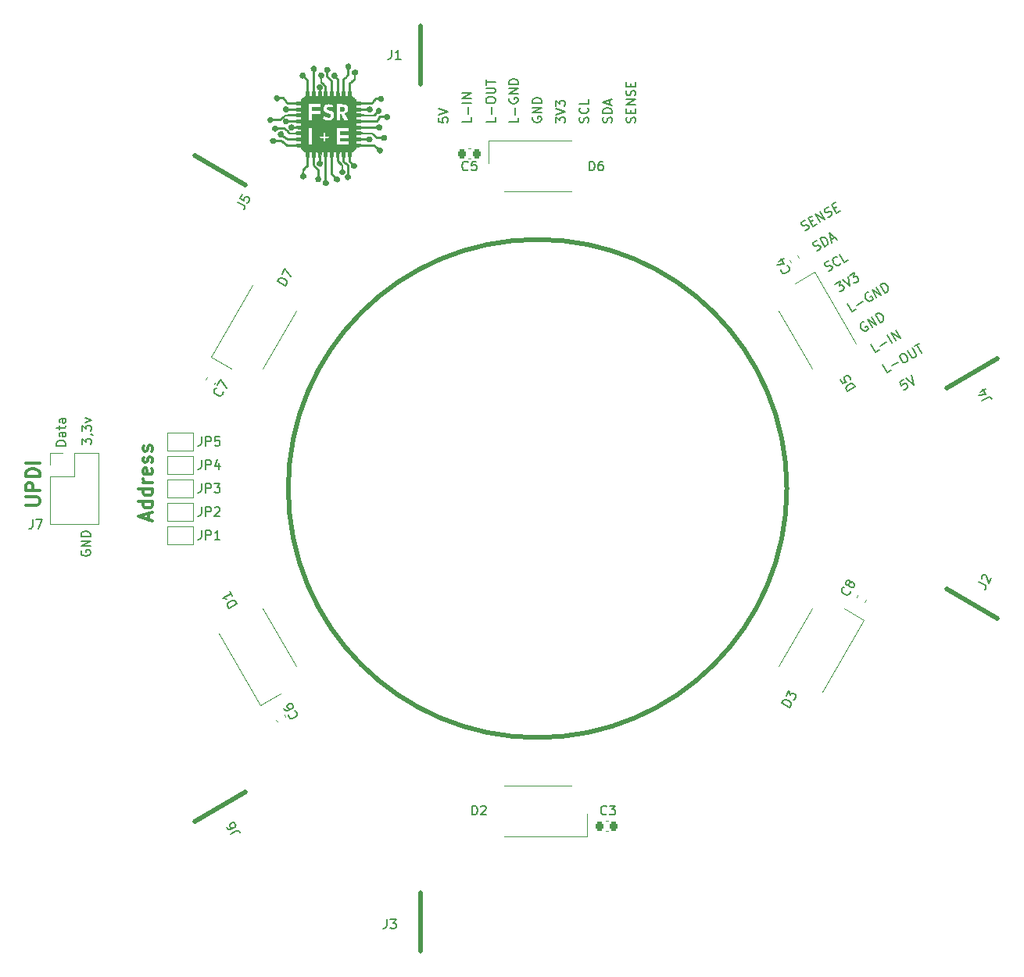
<source format=gto>
G04 #@! TF.GenerationSoftware,KiCad,Pcbnew,(6.0.2)*
G04 #@! TF.CreationDate,2022-06-23T15:05:51+02:00*
G04 #@! TF.ProjectId,cup_sense,6375705f-7365-46e7-9365-2e6b69636164,rev?*
G04 #@! TF.SameCoordinates,Original*
G04 #@! TF.FileFunction,Legend,Top*
G04 #@! TF.FilePolarity,Positive*
%FSLAX46Y46*%
G04 Gerber Fmt 4.6, Leading zero omitted, Abs format (unit mm)*
G04 Created by KiCad (PCBNEW (6.0.2)) date 2022-06-23 15:05:51*
%MOMM*%
%LPD*%
G01*
G04 APERTURE LIST*
G04 Aperture macros list*
%AMRoundRect*
0 Rectangle with rounded corners*
0 $1 Rounding radius*
0 $2 $3 $4 $5 $6 $7 $8 $9 X,Y pos of 4 corners*
0 Add a 4 corners polygon primitive as box body*
4,1,4,$2,$3,$4,$5,$6,$7,$8,$9,$2,$3,0*
0 Add four circle primitives for the rounded corners*
1,1,$1+$1,$2,$3*
1,1,$1+$1,$4,$5*
1,1,$1+$1,$6,$7*
1,1,$1+$1,$8,$9*
0 Add four rect primitives between the rounded corners*
20,1,$1+$1,$2,$3,$4,$5,0*
20,1,$1+$1,$4,$5,$6,$7,0*
20,1,$1+$1,$6,$7,$8,$9,0*
20,1,$1+$1,$8,$9,$2,$3,0*%
%AMRotRect*
0 Rectangle, with rotation*
0 The origin of the aperture is its center*
0 $1 length*
0 $2 width*
0 $3 Rotation angle, in degrees counterclockwise*
0 Add horizontal line*
21,1,$1,$2,0,0,$3*%
%AMFreePoly0*
4,1,6,1.000000,0.000000,0.500000,-0.750000,-0.500000,-0.750000,-0.500000,0.750000,0.500000,0.750000,1.000000,0.000000,1.000000,0.000000,$1*%
%AMFreePoly1*
4,1,6,0.500000,-0.750000,-0.650000,-0.750000,-0.150000,0.000000,-0.650000,0.750000,0.500000,0.750000,0.500000,-0.750000,0.500000,-0.750000,$1*%
G04 Aperture macros list end*
%ADD10C,0.500000*%
%ADD11C,0.300000*%
%ADD12C,0.200000*%
%ADD13C,0.150000*%
%ADD14C,0.120000*%
%ADD15C,0.520000*%
%ADD16C,0.010000*%
%ADD17RoundRect,0.225000X-0.329006X0.069856X-0.104006X-0.319856X0.329006X-0.069856X0.104006X0.319856X0*%
%ADD18RotRect,3.750000X1.700000X210.000000*%
%ADD19R,1.700000X3.750000*%
%ADD20R,1.500000X1.000000*%
%ADD21R,2.000000X2.000000*%
%ADD22RoundRect,0.225000X0.104006X-0.319856X0.329006X0.069856X-0.104006X0.319856X-0.329006X-0.069856X0*%
%ADD23RoundRect,0.225000X-0.104006X0.319856X-0.329006X-0.069856X0.104006X-0.319856X0.329006X0.069856X0*%
%ADD24C,6.000000*%
%ADD25RotRect,3.750000X1.700000X330.000000*%
%ADD26RotRect,2.000000X2.000000X60.000000*%
%ADD27RotRect,1.500000X1.000000X60.000000*%
%ADD28FreePoly0,180.000000*%
%ADD29FreePoly1,180.000000*%
%ADD30RoundRect,0.225000X0.225000X0.250000X-0.225000X0.250000X-0.225000X-0.250000X0.225000X-0.250000X0*%
%ADD31RotRect,2.000000X2.000000X120.000000*%
%ADD32RotRect,1.500000X1.000000X120.000000*%
%ADD33RotRect,1.500000X1.000000X300.000000*%
%ADD34RotRect,2.000000X2.000000X300.000000*%
%ADD35C,2.000000*%
%ADD36R,1.700000X1.700000*%
%ADD37O,1.700000X1.700000*%
%ADD38RoundRect,0.225000X-0.225000X-0.250000X0.225000X-0.250000X0.225000X0.250000X-0.225000X0.250000X0*%
%ADD39RoundRect,0.225000X0.329006X-0.069856X0.104006X0.319856X-0.329006X0.069856X-0.104006X-0.319856X0*%
%ADD40RotRect,2.000000X2.000000X240.000000*%
%ADD41RotRect,1.500000X1.000000X240.000000*%
G04 APERTURE END LIST*
D10*
X27000000Y0D02*
G75*
G03*
X27000000Y0I-27000000J0D01*
G01*
D11*
X-55431428Y-1777714D02*
X-54217142Y-1777714D01*
X-54074285Y-1706285D01*
X-54002857Y-1634857D01*
X-53931428Y-1492000D01*
X-53931428Y-1206285D01*
X-54002857Y-1063428D01*
X-54074285Y-992000D01*
X-54217142Y-920571D01*
X-55431428Y-920571D01*
X-53931428Y-206285D02*
X-55431428Y-206285D01*
X-55431428Y365142D01*
X-55360000Y508000D01*
X-55288571Y579428D01*
X-55145714Y650857D01*
X-54931428Y650857D01*
X-54788571Y579428D01*
X-54717142Y508000D01*
X-54645714Y365142D01*
X-54645714Y-206285D01*
X-53931428Y1293714D02*
X-55431428Y1293714D01*
X-55431428Y1650857D01*
X-55360000Y1865142D01*
X-55217142Y2008000D01*
X-55074285Y2079428D01*
X-54788571Y2150857D01*
X-54574285Y2150857D01*
X-54288571Y2079428D01*
X-54145714Y2008000D01*
X-54002857Y1865142D01*
X-53931428Y1650857D01*
X-53931428Y1293714D01*
X-53931428Y2793714D02*
X-55431428Y2793714D01*
D12*
X32237985Y22177885D02*
X32774096Y22487409D01*
X32675897Y21990828D01*
X32799615Y22062256D01*
X32905903Y22068636D01*
X32970952Y22051206D01*
X33059810Y21992537D01*
X33178858Y21786341D01*
X33185238Y21680053D01*
X33167808Y21615004D01*
X33109139Y21526145D01*
X32861703Y21383288D01*
X32755415Y21376909D01*
X32690366Y21394338D01*
X33021532Y22630266D02*
X33810207Y21930907D01*
X33598882Y22963599D01*
X33805079Y23082647D02*
X34341190Y23392171D01*
X34242991Y22895590D01*
X34366709Y22967018D01*
X34472997Y22973398D01*
X34538046Y22955968D01*
X34626904Y22897299D01*
X34745952Y22691103D01*
X34752331Y22584814D01*
X34734902Y22519766D01*
X34676233Y22430907D01*
X34428797Y22288050D01*
X34322509Y22281670D01*
X34257460Y22299100D01*
X5484761Y39690476D02*
X5532380Y39833333D01*
X5532380Y40071428D01*
X5484761Y40166666D01*
X5437142Y40214285D01*
X5341904Y40261904D01*
X5246666Y40261904D01*
X5151428Y40214285D01*
X5103809Y40166666D01*
X5056190Y40071428D01*
X5008571Y39880952D01*
X4960952Y39785714D01*
X4913333Y39738095D01*
X4818095Y39690476D01*
X4722857Y39690476D01*
X4627619Y39738095D01*
X4580000Y39785714D01*
X4532380Y39880952D01*
X4532380Y40119047D01*
X4580000Y40261904D01*
X5437142Y41261904D02*
X5484761Y41214285D01*
X5532380Y41071428D01*
X5532380Y40976190D01*
X5484761Y40833333D01*
X5389523Y40738095D01*
X5294285Y40690476D01*
X5103809Y40642857D01*
X4960952Y40642857D01*
X4770476Y40690476D01*
X4675238Y40738095D01*
X4580000Y40833333D01*
X4532380Y40976190D01*
X4532380Y41071428D01*
X4580000Y41214285D01*
X4627619Y41261904D01*
X5532380Y42166666D02*
X5532380Y41690476D01*
X4532380Y41690476D01*
X8024761Y39690476D02*
X8072380Y39833333D01*
X8072380Y40071428D01*
X8024761Y40166666D01*
X7977142Y40214285D01*
X7881904Y40261904D01*
X7786666Y40261904D01*
X7691428Y40214285D01*
X7643809Y40166666D01*
X7596190Y40071428D01*
X7548571Y39880952D01*
X7500952Y39785714D01*
X7453333Y39738095D01*
X7358095Y39690476D01*
X7262857Y39690476D01*
X7167619Y39738095D01*
X7120000Y39785714D01*
X7072380Y39880952D01*
X7072380Y40119047D01*
X7120000Y40261904D01*
X8072380Y40690476D02*
X7072380Y40690476D01*
X7072380Y40928571D01*
X7120000Y41071428D01*
X7215238Y41166666D01*
X7310476Y41214285D01*
X7500952Y41261904D01*
X7643809Y41261904D01*
X7834285Y41214285D01*
X7929523Y41166666D01*
X8024761Y41071428D01*
X8072380Y40928571D01*
X8072380Y40690476D01*
X7786666Y41642857D02*
X7786666Y42119047D01*
X8072380Y41547619D02*
X7072380Y41880952D01*
X8072380Y42214285D01*
D11*
X-42168000Y-3400714D02*
X-42168000Y-2686428D01*
X-41739428Y-3543571D02*
X-43239428Y-3043571D01*
X-41739428Y-2543571D01*
X-41739428Y-1400714D02*
X-43239428Y-1400714D01*
X-41810857Y-1400714D02*
X-41739428Y-1543571D01*
X-41739428Y-1829285D01*
X-41810857Y-1972142D01*
X-41882285Y-2043571D01*
X-42025142Y-2114999D01*
X-42453714Y-2114999D01*
X-42596571Y-2043571D01*
X-42668000Y-1972142D01*
X-42739428Y-1829285D01*
X-42739428Y-1543571D01*
X-42668000Y-1400714D01*
X-41739428Y-43571D02*
X-43239428Y-43571D01*
X-41810857Y-43571D02*
X-41739428Y-186428D01*
X-41739428Y-472142D01*
X-41810857Y-614999D01*
X-41882285Y-686428D01*
X-42025142Y-757857D01*
X-42453714Y-757857D01*
X-42596571Y-686428D01*
X-42668000Y-614999D01*
X-42739428Y-472142D01*
X-42739428Y-186428D01*
X-42668000Y-43571D01*
X-41739428Y670714D02*
X-42739428Y670714D01*
X-42453714Y670714D02*
X-42596571Y742142D01*
X-42668000Y813571D01*
X-42739428Y956428D01*
X-42739428Y1099285D01*
X-41810857Y2170714D02*
X-41739428Y2027857D01*
X-41739428Y1742142D01*
X-41810857Y1599285D01*
X-41953714Y1527857D01*
X-42525142Y1527857D01*
X-42668000Y1599285D01*
X-42739428Y1742142D01*
X-42739428Y2027857D01*
X-42668000Y2170714D01*
X-42525142Y2242142D01*
X-42382285Y2242142D01*
X-42239428Y1527857D01*
X-41810857Y2813571D02*
X-41739428Y2956428D01*
X-41739428Y3242142D01*
X-41810857Y3385000D01*
X-41953714Y3456428D01*
X-42025142Y3456428D01*
X-42168000Y3385000D01*
X-42239428Y3242142D01*
X-42239428Y3027857D01*
X-42310857Y2885000D01*
X-42453714Y2813571D01*
X-42525142Y2813571D01*
X-42668000Y2885000D01*
X-42739428Y3027857D01*
X-42739428Y3242142D01*
X-42668000Y3385000D01*
X-41810857Y4027857D02*
X-41739428Y4170714D01*
X-41739428Y4456428D01*
X-41810857Y4599285D01*
X-41953714Y4670714D01*
X-42025142Y4670714D01*
X-42168000Y4599285D01*
X-42239428Y4456428D01*
X-42239428Y4242142D01*
X-42310857Y4099285D01*
X-42453714Y4027857D01*
X-42525142Y4027857D01*
X-42668000Y4099285D01*
X-42739428Y4242142D01*
X-42739428Y4456428D01*
X-42668000Y4599285D01*
D12*
X28945415Y27976022D02*
X29092942Y28006211D01*
X29299139Y28125258D01*
X29357808Y28214117D01*
X29375238Y28279166D01*
X29368858Y28385454D01*
X29321239Y28467932D01*
X29232381Y28526601D01*
X29167332Y28544031D01*
X29061044Y28537651D01*
X28872277Y28483653D01*
X28765989Y28477273D01*
X28700940Y28494703D01*
X28612082Y28553372D01*
X28564463Y28635850D01*
X28558083Y28742139D01*
X28575513Y28807187D01*
X28634182Y28896046D01*
X28840378Y29015093D01*
X28987906Y29045283D01*
X29573345Y28888415D02*
X29862020Y29055081D01*
X30247643Y28672877D02*
X29835250Y28434782D01*
X29335250Y29300808D01*
X29747643Y29538903D01*
X30618797Y28887163D02*
X30118797Y29753189D01*
X31113668Y29172877D01*
X30613668Y30038903D01*
X31461013Y29428402D02*
X31608540Y29458592D01*
X31814737Y29577639D01*
X31873406Y29666498D01*
X31890835Y29731547D01*
X31884456Y29837835D01*
X31836837Y29920313D01*
X31747978Y29978982D01*
X31682929Y29996412D01*
X31576641Y29990032D01*
X31387875Y29936034D01*
X31281586Y29929654D01*
X31216538Y29947084D01*
X31127679Y30005753D01*
X31080060Y30088231D01*
X31073680Y30194519D01*
X31091110Y30259568D01*
X31149779Y30348427D01*
X31355976Y30467474D01*
X31503503Y30497664D01*
X32088943Y30340796D02*
X32377618Y30507462D01*
X32763241Y30125258D02*
X32350848Y29887163D01*
X31850848Y30753189D01*
X32263241Y30991284D01*
X-51109619Y4643619D02*
X-52109619Y4643619D01*
X-52109619Y4881714D01*
X-52062000Y5024571D01*
X-51966761Y5119809D01*
X-51871523Y5167428D01*
X-51681047Y5215047D01*
X-51538190Y5215047D01*
X-51347714Y5167428D01*
X-51252476Y5119809D01*
X-51157238Y5024571D01*
X-51109619Y4881714D01*
X-51109619Y4643619D01*
X-51109619Y6072190D02*
X-51633428Y6072190D01*
X-51728666Y6024571D01*
X-51776285Y5929333D01*
X-51776285Y5738857D01*
X-51728666Y5643619D01*
X-51157238Y6072190D02*
X-51109619Y5976952D01*
X-51109619Y5738857D01*
X-51157238Y5643619D01*
X-51252476Y5596000D01*
X-51347714Y5596000D01*
X-51442952Y5643619D01*
X-51490571Y5738857D01*
X-51490571Y5976952D01*
X-51538190Y6072190D01*
X-51776285Y6405523D02*
X-51776285Y6786476D01*
X-52109619Y6548380D02*
X-51252476Y6548380D01*
X-51157238Y6596000D01*
X-51109619Y6691238D01*
X-51109619Y6786476D01*
X-51109619Y7548380D02*
X-51633428Y7548380D01*
X-51728666Y7500761D01*
X-51776285Y7405523D01*
X-51776285Y7215047D01*
X-51728666Y7119809D01*
X-51157238Y7548380D02*
X-51109619Y7453142D01*
X-51109619Y7215047D01*
X-51157238Y7119809D01*
X-51252476Y7072190D01*
X-51347714Y7072190D01*
X-51442952Y7119809D01*
X-51490571Y7215047D01*
X-51490571Y7453142D01*
X-51538190Y7548380D01*
X31485415Y23576613D02*
X31632942Y23606802D01*
X31839139Y23725849D01*
X31897808Y23814708D01*
X31915238Y23879757D01*
X31908858Y23986045D01*
X31861239Y24068523D01*
X31772381Y24127192D01*
X31707332Y24144622D01*
X31601044Y24138242D01*
X31412277Y24084244D01*
X31305989Y24077864D01*
X31240940Y24095294D01*
X31152082Y24153963D01*
X31104463Y24236441D01*
X31098083Y24342730D01*
X31115513Y24407778D01*
X31174182Y24496637D01*
X31380378Y24615684D01*
X31527906Y24645874D01*
X32822503Y24403566D02*
X32805073Y24338517D01*
X32705164Y24225849D01*
X32622686Y24178230D01*
X32475158Y24148041D01*
X32345061Y24182901D01*
X32256202Y24241570D01*
X32119725Y24382717D01*
X32048296Y24506435D01*
X31994298Y24695202D01*
X31987918Y24801490D01*
X32022777Y24931588D01*
X32122686Y25044256D01*
X32205164Y25091875D01*
X32352692Y25122064D01*
X32417741Y25104634D01*
X33653668Y24773468D02*
X33241275Y24535373D01*
X32741275Y25401399D01*
X37042857Y14998460D02*
X36630464Y14760365D01*
X36130464Y15626390D01*
X37141056Y15495041D02*
X37800885Y15875993D01*
X38403754Y15784174D02*
X37903754Y16650200D01*
X38816147Y16022269D02*
X38316147Y16888295D01*
X39311019Y16307984D01*
X38811019Y17174009D01*
X1992380Y39642857D02*
X1992380Y40261904D01*
X2373333Y39928571D01*
X2373333Y40071428D01*
X2420952Y40166666D01*
X2468571Y40214285D01*
X2563809Y40261904D01*
X2801904Y40261904D01*
X2897142Y40214285D01*
X2944761Y40166666D01*
X2992380Y40071428D01*
X2992380Y39785714D01*
X2944761Y39690476D01*
X2897142Y39642857D01*
X1992380Y40547619D02*
X2992380Y40880952D01*
X1992380Y41214285D01*
X1992380Y41452380D02*
X1992380Y42071428D01*
X2373333Y41738095D01*
X2373333Y41880952D01*
X2420952Y41976190D01*
X2468571Y42023809D01*
X2563809Y42071428D01*
X2801904Y42071428D01*
X2897142Y42023809D01*
X2944761Y41976190D01*
X2992380Y41880952D01*
X2992380Y41595238D01*
X2944761Y41500000D01*
X2897142Y41452380D01*
X-49315619Y4794428D02*
X-49315619Y5413476D01*
X-48934666Y5080142D01*
X-48934666Y5223000D01*
X-48887047Y5318238D01*
X-48839428Y5365857D01*
X-48744190Y5413476D01*
X-48506095Y5413476D01*
X-48410857Y5365857D01*
X-48363238Y5318238D01*
X-48315619Y5223000D01*
X-48315619Y4937285D01*
X-48363238Y4842047D01*
X-48410857Y4794428D01*
X-48363238Y5889666D02*
X-48315619Y5889666D01*
X-48220380Y5842047D01*
X-48172761Y5794428D01*
X-49315619Y6223000D02*
X-49315619Y6842047D01*
X-48934666Y6508714D01*
X-48934666Y6651571D01*
X-48887047Y6746809D01*
X-48839428Y6794428D01*
X-48744190Y6842047D01*
X-48506095Y6842047D01*
X-48410857Y6794428D01*
X-48363238Y6746809D01*
X-48315619Y6651571D01*
X-48315619Y6365857D01*
X-48363238Y6270619D01*
X-48410857Y6223000D01*
X-48982285Y7175380D02*
X-48315619Y7413476D01*
X-48982285Y7651571D01*
X34502857Y19397869D02*
X34090464Y19159774D01*
X33590464Y20025799D01*
X34601056Y19894450D02*
X35260885Y20275402D01*
X35841196Y21270274D02*
X35734908Y21263894D01*
X35611190Y21192466D01*
X35511281Y21079798D01*
X35476422Y20949700D01*
X35482802Y20843412D01*
X35536800Y20654645D01*
X35608229Y20530927D01*
X35744706Y20389780D01*
X35833565Y20331111D01*
X35963662Y20296251D01*
X36111190Y20326440D01*
X36193668Y20374059D01*
X36293577Y20486727D01*
X36311007Y20551776D01*
X36144340Y20840451D01*
X35979383Y20745213D01*
X36729779Y20683583D02*
X36229779Y21549609D01*
X37224651Y20969298D01*
X36724651Y21835323D01*
X37637044Y21207393D02*
X37137044Y22073418D01*
X37343241Y22192466D01*
X37490768Y22222655D01*
X37620866Y22187795D01*
X37709724Y22129126D01*
X37846201Y21987979D01*
X37917630Y21864261D01*
X37971629Y21675494D01*
X37978009Y21569206D01*
X37943149Y21439108D01*
X37843241Y21326440D01*
X37637044Y21207393D01*
X-49395000Y-6730904D02*
X-49442619Y-6826142D01*
X-49442619Y-6969000D01*
X-49395000Y-7111857D01*
X-49299761Y-7207095D01*
X-49204523Y-7254714D01*
X-49014047Y-7302333D01*
X-48871190Y-7302333D01*
X-48680714Y-7254714D01*
X-48585476Y-7207095D01*
X-48490238Y-7111857D01*
X-48442619Y-6969000D01*
X-48442619Y-6873761D01*
X-48490238Y-6730904D01*
X-48537857Y-6683285D01*
X-48871190Y-6683285D01*
X-48871190Y-6873761D01*
X-48442619Y-6254714D02*
X-49442619Y-6254714D01*
X-48442619Y-5683285D01*
X-49442619Y-5683285D01*
X-48442619Y-5207095D02*
X-49442619Y-5207095D01*
X-49442619Y-4969000D01*
X-49395000Y-4826142D01*
X-49299761Y-4730904D01*
X-49204523Y-4683285D01*
X-49014047Y-4635666D01*
X-48871190Y-4635666D01*
X-48680714Y-4683285D01*
X-48585476Y-4730904D01*
X-48490238Y-4826142D01*
X-48442619Y-4969000D01*
X-48442619Y-5207095D01*
X10564761Y39690476D02*
X10612380Y39833333D01*
X10612380Y40071428D01*
X10564761Y40166666D01*
X10517142Y40214285D01*
X10421904Y40261904D01*
X10326666Y40261904D01*
X10231428Y40214285D01*
X10183809Y40166666D01*
X10136190Y40071428D01*
X10088571Y39880952D01*
X10040952Y39785714D01*
X9993333Y39738095D01*
X9898095Y39690476D01*
X9802857Y39690476D01*
X9707619Y39738095D01*
X9660000Y39785714D01*
X9612380Y39880952D01*
X9612380Y40119047D01*
X9660000Y40261904D01*
X10088571Y40690476D02*
X10088571Y41023809D01*
X10612380Y41166666D02*
X10612380Y40690476D01*
X9612380Y40690476D01*
X9612380Y41166666D01*
X10612380Y41595238D02*
X9612380Y41595238D01*
X10612380Y42166666D01*
X9612380Y42166666D01*
X10564761Y42595238D02*
X10612380Y42738095D01*
X10612380Y42976190D01*
X10564761Y43071428D01*
X10517142Y43119047D01*
X10421904Y43166666D01*
X10326666Y43166666D01*
X10231428Y43119047D01*
X10183809Y43071428D01*
X10136190Y42976190D01*
X10088571Y42785714D01*
X10040952Y42690476D01*
X9993333Y42642857D01*
X9898095Y42595238D01*
X9802857Y42595238D01*
X9707619Y42642857D01*
X9660000Y42690476D01*
X9612380Y42785714D01*
X9612380Y43023809D01*
X9660000Y43166666D01*
X10088571Y43595238D02*
X10088571Y43928571D01*
X10612380Y44071428D02*
X10612380Y43595238D01*
X9612380Y43595238D01*
X9612380Y44071428D01*
X-499999Y40261904D02*
X-547619Y40166666D01*
X-547619Y40023809D01*
X-499999Y39880952D01*
X-404761Y39785714D01*
X-309523Y39738095D01*
X-119047Y39690476D01*
X23809Y39690476D01*
X214285Y39738095D01*
X309523Y39785714D01*
X404761Y39880952D01*
X452380Y40023809D01*
X452380Y40119047D01*
X404761Y40261904D01*
X357142Y40309523D01*
X23809Y40309523D01*
X23809Y40119047D01*
X452380Y40738095D02*
X-547619Y40738095D01*
X452380Y41309523D01*
X-547619Y41309523D01*
X452380Y41785714D02*
X-547619Y41785714D01*
X-547619Y42023809D01*
X-499999Y42166666D01*
X-404761Y42261904D01*
X-309523Y42309523D01*
X-119047Y42357142D01*
X23809Y42357142D01*
X214285Y42309523D01*
X309523Y42261904D01*
X404761Y42166666D01*
X452380Y42023809D01*
X452380Y41785714D01*
X-4576819Y40239685D02*
X-4576819Y39763495D01*
X-5576819Y39763495D01*
X-4957771Y40573019D02*
X-4957771Y41334923D01*
X-5576819Y42001590D02*
X-5576819Y42192066D01*
X-5529200Y42287304D01*
X-5433961Y42382542D01*
X-5243485Y42430161D01*
X-4910152Y42430161D01*
X-4719676Y42382542D01*
X-4624438Y42287304D01*
X-4576819Y42192066D01*
X-4576819Y42001590D01*
X-4624438Y41906352D01*
X-4719676Y41811114D01*
X-4910152Y41763495D01*
X-5243485Y41763495D01*
X-5433961Y41811114D01*
X-5529200Y41906352D01*
X-5576819Y42001590D01*
X-5576819Y42858733D02*
X-4767295Y42858733D01*
X-4672057Y42906352D01*
X-4624438Y42953971D01*
X-4576819Y43049209D01*
X-4576819Y43239685D01*
X-4624438Y43334923D01*
X-4672057Y43382542D01*
X-4767295Y43430161D01*
X-5576819Y43430161D01*
X-5576819Y43763495D02*
X-5576819Y44334923D01*
X-4576819Y44049209D02*
X-5576819Y44049209D01*
X-10707619Y40214285D02*
X-10707619Y39738095D01*
X-10231428Y39690476D01*
X-10279047Y39738095D01*
X-10326666Y39833333D01*
X-10326666Y40071428D01*
X-10279047Y40166666D01*
X-10231428Y40214285D01*
X-10136190Y40261904D01*
X-9898095Y40261904D01*
X-9802857Y40214285D01*
X-9755238Y40166666D01*
X-9707619Y40071428D01*
X-9707619Y39833333D01*
X-9755238Y39738095D01*
X-9802857Y39690476D01*
X-10707619Y40547619D02*
X-9707619Y40880952D01*
X-10707619Y41214285D01*
X38312857Y12798755D02*
X37900464Y12560660D01*
X37400464Y13426685D01*
X38411056Y13295336D02*
X39070885Y13676288D01*
X39338711Y14545733D02*
X39503668Y14640971D01*
X39609956Y14647351D01*
X39740054Y14612491D01*
X39876532Y14471343D01*
X40043198Y14182668D01*
X40097197Y13993901D01*
X40062337Y13863804D01*
X40003668Y13774945D01*
X39838711Y13679707D01*
X39732423Y13673328D01*
X39602325Y13708187D01*
X39465848Y13849335D01*
X39299181Y14138010D01*
X39245182Y14326777D01*
X39280042Y14456874D01*
X39338711Y14545733D01*
X40081019Y14974304D02*
X40485781Y14273236D01*
X40574639Y14214567D01*
X40639688Y14197137D01*
X40745976Y14203517D01*
X40910933Y14298755D01*
X40969602Y14387613D01*
X40987032Y14452662D01*
X40980652Y14558950D01*
X40575890Y15260018D01*
X40864565Y15426685D02*
X41359437Y15712399D01*
X41612001Y14703517D02*
X41112001Y15569542D01*
X30215415Y25776318D02*
X30362942Y25806507D01*
X30569139Y25925554D01*
X30627808Y26014413D01*
X30645238Y26079462D01*
X30638858Y26185750D01*
X30591239Y26268228D01*
X30502381Y26326897D01*
X30437332Y26344327D01*
X30331044Y26337947D01*
X30142277Y26283949D01*
X30035989Y26277569D01*
X29970940Y26294999D01*
X29882082Y26353668D01*
X29834463Y26436146D01*
X29828083Y26542435D01*
X29845513Y26607483D01*
X29904182Y26696342D01*
X30110378Y26815389D01*
X30257906Y26845579D01*
X31105250Y26235078D02*
X30605250Y27101104D01*
X30811446Y27220151D01*
X30958974Y27250340D01*
X31089072Y27215481D01*
X31177930Y27156812D01*
X31314407Y27015664D01*
X31385836Y26891946D01*
X31439835Y26703179D01*
X31446214Y26596891D01*
X31411355Y26466794D01*
X31311446Y26354126D01*
X31105250Y26235078D01*
X31787179Y26958705D02*
X32199572Y27196800D01*
X31847557Y26663650D02*
X31636233Y27696342D01*
X32424908Y26996983D01*
X-2087619Y40214285D02*
X-2087619Y39738095D01*
X-3087619Y39738095D01*
X-2468571Y40547619D02*
X-2468571Y41309523D01*
X-3040000Y42309523D02*
X-3087619Y42214285D01*
X-3087619Y42071428D01*
X-3040000Y41928571D01*
X-2944761Y41833333D01*
X-2849523Y41785714D01*
X-2659047Y41738095D01*
X-2516190Y41738095D01*
X-2325714Y41785714D01*
X-2230476Y41833333D01*
X-2135238Y41928571D01*
X-2087619Y42071428D01*
X-2087619Y42166666D01*
X-2135238Y42309523D01*
X-2182857Y42357142D01*
X-2516190Y42357142D01*
X-2516190Y42166666D01*
X-2087619Y42785714D02*
X-3087619Y42785714D01*
X-2087619Y43357142D01*
X-3087619Y43357142D01*
X-2087619Y43833333D02*
X-3087619Y43833333D01*
X-3087619Y44071428D01*
X-3039999Y44214285D01*
X-2944761Y44309523D01*
X-2849523Y44357142D01*
X-2659047Y44404761D01*
X-2516190Y44404761D01*
X-2325714Y44357142D01*
X-2230476Y44309523D01*
X-2135238Y44214285D01*
X-2087619Y44071428D01*
X-2087619Y43833333D01*
X35337906Y18046760D02*
X35231618Y18040380D01*
X35107900Y17968951D01*
X35007991Y17856283D01*
X34973132Y17726186D01*
X34979511Y17619898D01*
X35033510Y17431131D01*
X35104939Y17307413D01*
X35241416Y17166265D01*
X35330275Y17107596D01*
X35460372Y17072737D01*
X35607900Y17102926D01*
X35690378Y17150545D01*
X35790287Y17263213D01*
X35807716Y17328262D01*
X35641050Y17616937D01*
X35476093Y17521699D01*
X36226489Y17460069D02*
X35726489Y18326094D01*
X36721361Y17745783D01*
X36221361Y18611808D01*
X37133754Y17983878D02*
X36633754Y18849904D01*
X36839950Y18968951D01*
X36987478Y18999141D01*
X37117576Y18964281D01*
X37206434Y18905612D01*
X37342911Y18764464D01*
X37414340Y18640746D01*
X37468339Y18451980D01*
X37474718Y18345691D01*
X37439859Y18215594D01*
X37339950Y18102926D01*
X37133754Y17983878D01*
X-7167619Y40239685D02*
X-7167619Y39763495D01*
X-8167619Y39763495D01*
X-7548571Y40573019D02*
X-7548571Y41334923D01*
X-7167619Y41811114D02*
X-8167619Y41811114D01*
X-7167619Y42287304D02*
X-8167619Y42287304D01*
X-7167619Y42858733D01*
X-8167619Y42858733D01*
X39632783Y11782576D02*
X39220390Y11544481D01*
X39417246Y11108279D01*
X39434676Y11173327D01*
X39493345Y11262186D01*
X39699541Y11381233D01*
X39805829Y11387613D01*
X39870878Y11370183D01*
X39959736Y11311514D01*
X40078784Y11105318D01*
X40085164Y10999030D01*
X40067734Y10933981D01*
X40009065Y10845122D01*
X39802868Y10726075D01*
X39696580Y10719695D01*
X39631531Y10737125D01*
X39921458Y11949243D02*
X40710133Y11249884D01*
X40498808Y12282576D01*
D13*
X27062628Y24164233D02*
X27127676Y24146804D01*
X27240344Y24046895D01*
X27287963Y23964417D01*
X27318153Y23816889D01*
X27283293Y23686791D01*
X27224624Y23597933D01*
X27083476Y23461456D01*
X26959758Y23390027D01*
X26770992Y23336028D01*
X26664704Y23329649D01*
X26534606Y23364508D01*
X26421938Y23464417D01*
X26374319Y23546895D01*
X26344130Y23694423D01*
X26361559Y23759471D01*
X26139185Y24620827D02*
X26716535Y24954160D01*
X25928318Y24224154D02*
X26665955Y24375100D01*
X26356431Y24911211D01*
X48151268Y9524317D02*
X48769858Y9881460D01*
X48917385Y9911649D01*
X49047483Y9876789D01*
X49160151Y9776881D01*
X49207770Y9694402D01*
X47987562Y10474530D02*
X48564913Y10807864D01*
X47776696Y10077858D02*
X48514333Y10228804D01*
X48204809Y10764915D01*
X-15827333Y47537619D02*
X-15827333Y46823333D01*
X-15874952Y46680476D01*
X-15970190Y46585238D01*
X-16113047Y46537619D01*
X-16208285Y46537619D01*
X-14827333Y46537619D02*
X-15398761Y46537619D01*
X-15113047Y46537619D02*
X-15113047Y47537619D01*
X-15208285Y47394761D01*
X-15303523Y47299523D01*
X-15398761Y47251904D01*
X-7088095Y-35377380D02*
X-7088095Y-34377380D01*
X-6850000Y-34377380D01*
X-6707142Y-34425000D01*
X-6611904Y-34520238D01*
X-6564285Y-34615476D01*
X-6516666Y-34805952D01*
X-6516666Y-34948809D01*
X-6564285Y-35139285D01*
X-6611904Y-35234523D01*
X-6707142Y-35329761D01*
X-6850000Y-35377380D01*
X-7088095Y-35377380D01*
X-6135714Y-34472619D02*
X-6088095Y-34425000D01*
X-5992857Y-34377380D01*
X-5754761Y-34377380D01*
X-5659523Y-34425000D01*
X-5611904Y-34472619D01*
X-5564285Y-34567857D01*
X-5564285Y-34663095D01*
X-5611904Y-34805952D01*
X-6183333Y-35377380D01*
X-5564285Y-35377380D01*
X-33255119Y-37475682D02*
X-32636529Y-37118539D01*
X-32489002Y-37088350D01*
X-32358904Y-37123210D01*
X-32246236Y-37223118D01*
X-32198617Y-37305597D01*
X-33707500Y-36692135D02*
X-33612262Y-36857093D01*
X-33523403Y-36915762D01*
X-33458355Y-36933191D01*
X-33287018Y-36944241D01*
X-33098251Y-36890243D01*
X-32768336Y-36699767D01*
X-32709667Y-36610908D01*
X-32692238Y-36545859D01*
X-32698617Y-36439571D01*
X-32793855Y-36274614D01*
X-32882714Y-36215945D01*
X-32947763Y-36198515D01*
X-33054051Y-36204895D01*
X-33260247Y-36323942D01*
X-33318916Y-36412801D01*
X-33336346Y-36477850D01*
X-33329966Y-36584138D01*
X-33234728Y-36749095D01*
X-33145870Y-36807764D01*
X-33080821Y-36825194D01*
X-32974533Y-36818814D01*
X-34064038Y10472091D02*
X-34046608Y10407042D01*
X-34076798Y10259514D01*
X-34124417Y10177036D01*
X-34237084Y10077127D01*
X-34367182Y10042268D01*
X-34473470Y10048647D01*
X-34662237Y10102646D01*
X-34785955Y10174075D01*
X-34927103Y10310552D01*
X-34985772Y10399411D01*
X-35020631Y10529508D01*
X-34990442Y10677036D01*
X-34942823Y10759514D01*
X-34830155Y10859423D01*
X-34765106Y10876852D01*
X-34680918Y11213147D02*
X-34347585Y11790497D01*
X-33695845Y10919343D01*
X33880961Y-11117907D02*
X33898391Y-11182956D01*
X33868201Y-11330484D01*
X33820582Y-11412962D01*
X33707915Y-11512871D01*
X33577817Y-11547730D01*
X33471529Y-11541351D01*
X33282762Y-11487352D01*
X33159044Y-11415923D01*
X33017896Y-11279446D01*
X32959227Y-11190587D01*
X32924368Y-11060490D01*
X32954557Y-10912962D01*
X33002176Y-10830484D01*
X33114844Y-10730575D01*
X33179893Y-10713146D01*
X33754282Y-10384941D02*
X33665424Y-10443610D01*
X33600375Y-10461039D01*
X33494087Y-10454660D01*
X33452848Y-10430850D01*
X33394178Y-10341992D01*
X33376749Y-10276943D01*
X33383128Y-10170655D01*
X33478367Y-10005698D01*
X33567225Y-9947029D01*
X33632274Y-9929599D01*
X33738562Y-9935979D01*
X33779801Y-9959788D01*
X33838470Y-10048646D01*
X33855900Y-10113695D01*
X33849520Y-10219983D01*
X33754282Y-10384941D01*
X33747902Y-10491229D01*
X33765332Y-10556278D01*
X33824001Y-10645136D01*
X33988959Y-10740374D01*
X34095247Y-10746754D01*
X34160295Y-10729324D01*
X34249154Y-10670655D01*
X34344392Y-10505698D01*
X34350772Y-10399410D01*
X34333342Y-10334361D01*
X34274673Y-10245502D01*
X34109716Y-10150264D01*
X34003427Y-10143885D01*
X33938379Y-10161314D01*
X33849520Y-10219983D01*
X-32454112Y31064429D02*
X-31835523Y30707286D01*
X-31735614Y30594618D01*
X-31700755Y30464520D01*
X-31730944Y30316993D01*
X-31778563Y30234514D01*
X-31977922Y31889215D02*
X-32216017Y31476822D01*
X-31827433Y31197487D01*
X-31844863Y31262536D01*
X-31838483Y31368824D01*
X-31719436Y31575021D01*
X-31630577Y31633690D01*
X-31565529Y31651120D01*
X-31459241Y31644740D01*
X-31253044Y31525692D01*
X-31194375Y31436834D01*
X-31176945Y31371785D01*
X-31183325Y31265497D01*
X-31302372Y31059301D01*
X-31391231Y31000631D01*
X-31456280Y30983202D01*
X-27282274Y21994600D02*
X-28148299Y22494600D01*
X-28029252Y22700796D01*
X-27916584Y22800705D01*
X-27786486Y22835564D01*
X-27680198Y22829185D01*
X-27491431Y22775186D01*
X-27367713Y22703757D01*
X-27226565Y22567280D01*
X-27167896Y22478421D01*
X-27133037Y22348324D01*
X-27163226Y22200796D01*
X-27282274Y21994600D01*
X-27695918Y23278147D02*
X-27362585Y23855497D01*
X-26710845Y22984343D01*
X-36393333Y547619D02*
X-36393333Y-166666D01*
X-36440952Y-309523D01*
X-36536190Y-404761D01*
X-36679047Y-452380D01*
X-36774285Y-452380D01*
X-35917142Y-452380D02*
X-35917142Y547619D01*
X-35536190Y547619D01*
X-35440952Y500000D01*
X-35393333Y452380D01*
X-35345714Y357142D01*
X-35345714Y214285D01*
X-35393333Y119047D01*
X-35440952Y71428D01*
X-35536190Y23809D01*
X-35917142Y23809D01*
X-35012380Y547619D02*
X-34393333Y547619D01*
X-34726666Y166666D01*
X-34583809Y166666D01*
X-34488571Y119047D01*
X-34440952Y71428D01*
X-34393333Y-23809D01*
X-34393333Y-261904D01*
X-34440952Y-357142D01*
X-34488571Y-404761D01*
X-34583809Y-452380D01*
X-34869523Y-452380D01*
X-34964761Y-404761D01*
X-35012380Y-357142D01*
X7466913Y-35282142D02*
X7419294Y-35329761D01*
X7276437Y-35377380D01*
X7181199Y-35377380D01*
X7038341Y-35329761D01*
X6943103Y-35234523D01*
X6895484Y-35139285D01*
X6847865Y-34948809D01*
X6847865Y-34805952D01*
X6895484Y-34615476D01*
X6943103Y-34520238D01*
X7038341Y-34425000D01*
X7181199Y-34377380D01*
X7276437Y-34377380D01*
X7419294Y-34425000D01*
X7466913Y-34472619D01*
X7800246Y-34377380D02*
X8419294Y-34377380D01*
X8085960Y-34758333D01*
X8228818Y-34758333D01*
X8324056Y-34805952D01*
X8371675Y-34853571D01*
X8419294Y-34948809D01*
X8419294Y-35186904D01*
X8371675Y-35282142D01*
X8324056Y-35329761D01*
X8228818Y-35377380D01*
X7943103Y-35377380D01*
X7847865Y-35329761D01*
X7800246Y-35282142D01*
X-16335333Y-46696380D02*
X-16335333Y-47410666D01*
X-16382952Y-47553523D01*
X-16478190Y-47648761D01*
X-16621047Y-47696380D01*
X-16716285Y-47696380D01*
X-15954380Y-46696380D02*
X-15335333Y-46696380D01*
X-15668666Y-47077333D01*
X-15525809Y-47077333D01*
X-15430571Y-47124952D01*
X-15382952Y-47172571D01*
X-15335333Y-47267809D01*
X-15335333Y-47505904D01*
X-15382952Y-47601142D01*
X-15430571Y-47648761D01*
X-15525809Y-47696380D01*
X-15811523Y-47696380D01*
X-15906761Y-47648761D01*
X-15954380Y-47601142D01*
X5611904Y34472619D02*
X5611904Y35472619D01*
X5850000Y35472619D01*
X5992857Y35425000D01*
X6088095Y35329761D01*
X6135714Y35234523D01*
X6183333Y35044047D01*
X6183333Y34901190D01*
X6135714Y34710714D01*
X6088095Y34615476D01*
X5992857Y34520238D01*
X5850000Y34472619D01*
X5611904Y34472619D01*
X7040476Y35472619D02*
X6850000Y35472619D01*
X6754761Y35425000D01*
X6707142Y35377380D01*
X6611904Y35234523D01*
X6564285Y35044047D01*
X6564285Y34663095D01*
X6611904Y34567857D01*
X6659523Y34520238D01*
X6754761Y34472619D01*
X6945238Y34472619D01*
X7040476Y34520238D01*
X7088095Y34567857D01*
X7135714Y34663095D01*
X7135714Y34901190D01*
X7088095Y34996428D01*
X7040476Y35044047D01*
X6945238Y35091666D01*
X6754761Y35091666D01*
X6659523Y35044047D01*
X6611904Y34996428D01*
X6564285Y34901190D01*
X-32581156Y-12478018D02*
X-33447182Y-12978018D01*
X-33566230Y-12771822D01*
X-33596419Y-12624294D01*
X-33561559Y-12494197D01*
X-33502890Y-12405338D01*
X-33361742Y-12268861D01*
X-33238025Y-12197432D01*
X-33049258Y-12143434D01*
X-32942970Y-12137054D01*
X-32812872Y-12171913D01*
X-32700204Y-12271822D01*
X-32581156Y-12478018D01*
X-33343061Y-11158360D02*
X-33057347Y-11653232D01*
X-33200204Y-11405796D02*
X-34066230Y-11905796D01*
X-33894893Y-11916846D01*
X-33764795Y-11951706D01*
X-33675937Y-12010375D01*
X-36393333Y3087619D02*
X-36393333Y2373333D01*
X-36440952Y2230476D01*
X-36536190Y2135238D01*
X-36679047Y2087619D01*
X-36774285Y2087619D01*
X-35917142Y2087619D02*
X-35917142Y3087619D01*
X-35536190Y3087619D01*
X-35440952Y3040000D01*
X-35393333Y2992380D01*
X-35345714Y2897142D01*
X-35345714Y2754285D01*
X-35393333Y2659047D01*
X-35440952Y2611428D01*
X-35536190Y2563809D01*
X-35917142Y2563809D01*
X-34488571Y2754285D02*
X-34488571Y2087619D01*
X-34726666Y3135238D02*
X-34964761Y2420952D01*
X-34345714Y2420952D01*
X34415821Y11016981D02*
X33549795Y10516981D01*
X33430747Y10723177D01*
X33400558Y10870705D01*
X33435418Y11000802D01*
X33494087Y11089661D01*
X33635235Y11226138D01*
X33758952Y11297567D01*
X33947719Y11351565D01*
X34054007Y11357945D01*
X34184105Y11323086D01*
X34296773Y11223177D01*
X34415821Y11016981D01*
X32811700Y11795399D02*
X33049795Y11383006D01*
X33485998Y11579862D01*
X33420949Y11597292D01*
X33332091Y11655961D01*
X33213043Y11862157D01*
X33206663Y11968446D01*
X33224093Y12033494D01*
X33282762Y12122353D01*
X33488959Y12241400D01*
X33595247Y12247780D01*
X33660295Y12230350D01*
X33749154Y12171681D01*
X33868201Y11965485D01*
X33874581Y11859197D01*
X33857151Y11794148D01*
X-36393333Y5627619D02*
X-36393333Y4913333D01*
X-36440952Y4770476D01*
X-36536190Y4675238D01*
X-36679047Y4627619D01*
X-36774285Y4627619D01*
X-35917142Y4627619D02*
X-35917142Y5627619D01*
X-35536190Y5627619D01*
X-35440952Y5580000D01*
X-35393333Y5532380D01*
X-35345714Y5437142D01*
X-35345714Y5294285D01*
X-35393333Y5199047D01*
X-35440952Y5151428D01*
X-35536190Y5103809D01*
X-35917142Y5103809D01*
X-34440952Y5627619D02*
X-34917142Y5627619D01*
X-34964761Y5151428D01*
X-34917142Y5199047D01*
X-34821904Y5246666D01*
X-34583809Y5246666D01*
X-34488571Y5199047D01*
X-34440952Y5151428D01*
X-34393333Y5056190D01*
X-34393333Y4818095D01*
X-34440952Y4722857D01*
X-34488571Y4675238D01*
X-34583809Y4627619D01*
X-34821904Y4627619D01*
X-34917142Y4675238D01*
X-34964761Y4722857D01*
X-36393333Y-1992380D02*
X-36393333Y-2706666D01*
X-36440952Y-2849523D01*
X-36536190Y-2944761D01*
X-36679047Y-2992380D01*
X-36774285Y-2992380D01*
X-35917142Y-2992380D02*
X-35917142Y-1992380D01*
X-35536190Y-1992380D01*
X-35440952Y-2040000D01*
X-35393333Y-2087619D01*
X-35345714Y-2182857D01*
X-35345714Y-2325714D01*
X-35393333Y-2420952D01*
X-35440952Y-2468571D01*
X-35536190Y-2516190D01*
X-35917142Y-2516190D01*
X-34964761Y-2087619D02*
X-34917142Y-2040000D01*
X-34821904Y-1992380D01*
X-34583809Y-1992380D01*
X-34488571Y-2040000D01*
X-34440952Y-2087619D01*
X-34393333Y-2182857D01*
X-34393333Y-2278095D01*
X-34440952Y-2420952D01*
X-35012380Y-2992380D01*
X-34393333Y-2992380D01*
X-36393333Y-4532380D02*
X-36393333Y-5246666D01*
X-36440952Y-5389523D01*
X-36536190Y-5484761D01*
X-36679047Y-5532380D01*
X-36774285Y-5532380D01*
X-35917142Y-5532380D02*
X-35917142Y-4532380D01*
X-35536190Y-4532380D01*
X-35440952Y-4580000D01*
X-35393333Y-4627619D01*
X-35345714Y-4722857D01*
X-35345714Y-4865714D01*
X-35393333Y-4960952D01*
X-35440952Y-5008571D01*
X-35536190Y-5056190D01*
X-35917142Y-5056190D01*
X-34393333Y-5532380D02*
X-34964761Y-5532380D01*
X-34679047Y-5532380D02*
X-34679047Y-4532380D01*
X-34774285Y-4675238D01*
X-34869523Y-4770476D01*
X-34964761Y-4818095D01*
X-54689333Y-3369380D02*
X-54689333Y-4083666D01*
X-54736952Y-4226523D01*
X-54832190Y-4321761D01*
X-54975047Y-4369380D01*
X-55070285Y-4369380D01*
X-54308380Y-3369380D02*
X-53641714Y-3369380D01*
X-54070285Y-4369380D01*
X-7545665Y34567857D02*
X-7593284Y34520238D01*
X-7736141Y34472619D01*
X-7831379Y34472619D01*
X-7974237Y34520238D01*
X-8069475Y34615476D01*
X-8117094Y34710714D01*
X-8164713Y34901190D01*
X-8164713Y35044047D01*
X-8117094Y35234523D01*
X-8069475Y35329761D01*
X-7974237Y35425000D01*
X-7831379Y35472619D01*
X-7736141Y35472619D01*
X-7593284Y35425000D01*
X-7545665Y35377380D01*
X-6640903Y35472619D02*
X-7117094Y35472619D01*
X-7164713Y34996428D01*
X-7117094Y35044047D01*
X-7021856Y35091666D01*
X-6783760Y35091666D01*
X-6688522Y35044047D01*
X-6640903Y34996428D01*
X-6593284Y34901190D01*
X-6593284Y34663095D01*
X-6640903Y34567857D01*
X-6688522Y34520238D01*
X-6783760Y34472619D01*
X-7021856Y34472619D01*
X-7117094Y34520238D01*
X-7164713Y34567857D01*
X47800615Y-10091667D02*
X48419204Y-10448810D01*
X48519113Y-10561478D01*
X48553972Y-10691576D01*
X48523783Y-10839103D01*
X48476164Y-10921582D01*
X48097379Y-9768132D02*
X48079949Y-9703084D01*
X48086329Y-9596795D01*
X48205377Y-9390599D01*
X48294235Y-9331930D01*
X48359284Y-9314500D01*
X48465572Y-9320880D01*
X48548051Y-9368499D01*
X48647959Y-9481167D01*
X48857116Y-10261753D01*
X49166640Y-9725642D01*
X-26277371Y-24095766D02*
X-26212323Y-24113195D01*
X-26099655Y-24213104D01*
X-26052036Y-24295582D01*
X-26021846Y-24443110D01*
X-26056706Y-24573208D01*
X-26115375Y-24662066D01*
X-26256523Y-24798543D01*
X-26380241Y-24869972D01*
X-26569007Y-24923971D01*
X-26675295Y-24930350D01*
X-26805393Y-24895491D01*
X-26918061Y-24795582D01*
X-26965680Y-24713104D01*
X-26995869Y-24565576D01*
X-26978440Y-24500528D01*
X-27489490Y-23805839D02*
X-27394252Y-23970796D01*
X-27305393Y-24029465D01*
X-27240344Y-24046895D01*
X-27069007Y-24057945D01*
X-26880241Y-24003946D01*
X-26550326Y-23813470D01*
X-26491657Y-23724612D01*
X-26474227Y-23659563D01*
X-26480607Y-23553275D01*
X-26575845Y-23388318D01*
X-26664704Y-23329649D01*
X-26729752Y-23312219D01*
X-26836040Y-23318599D01*
X-27042237Y-23437646D01*
X-27100906Y-23526505D01*
X-27118336Y-23591553D01*
X-27111956Y-23697842D01*
X-27016718Y-23862799D01*
X-26927860Y-23921468D01*
X-26862811Y-23938898D01*
X-26756523Y-23932518D01*
X27327725Y-23725399D02*
X26461700Y-23225399D01*
X26580747Y-23019203D01*
X26693415Y-22919294D01*
X26823513Y-22884435D01*
X26929801Y-22890814D01*
X27118568Y-22944813D01*
X27242286Y-23016242D01*
X27383434Y-23152719D01*
X27442103Y-23241578D01*
X27476962Y-23371675D01*
X27446773Y-23519203D01*
X27327725Y-23725399D01*
X26914081Y-22441852D02*
X27223605Y-21905741D01*
X27386852Y-22384893D01*
X27458281Y-22261175D01*
X27547139Y-22202506D01*
X27612188Y-22185076D01*
X27718476Y-22191456D01*
X27924673Y-22310503D01*
X27983342Y-22399362D01*
X28000772Y-22464411D01*
X27994392Y-22570699D01*
X27851535Y-22818134D01*
X27762676Y-22876804D01*
X27697628Y-22894233D01*
D14*
X27294536Y24794916D02*
X27435116Y24551424D01*
X28177882Y25304916D02*
X28318462Y25061424D01*
D15*
X49802825Y14088977D02*
X44303563Y10913977D01*
X-12700000Y43825000D02*
X-12700000Y50175000D01*
D14*
X3650000Y-32250000D02*
X-3650000Y-32250000D01*
X5334000Y-37750000D02*
X5334000Y-35254000D01*
X5334000Y-37750000D02*
X-3650000Y-37750000D01*
D16*
X-20487695Y46061360D02*
X-20409146Y46036739D01*
X-20409146Y46036739D02*
X-20348727Y45996710D01*
X-20348727Y45996710D02*
X-20304188Y45951510D01*
X-20304188Y45951510D02*
X-20275182Y45904456D01*
X-20275182Y45904456D02*
X-20259319Y45848492D01*
X-20259319Y45848492D02*
X-20254207Y45776563D01*
X-20254207Y45776563D02*
X-20255375Y45721196D01*
X-20255375Y45721196D02*
X-20271730Y45658590D01*
X-20271730Y45658590D02*
X-20314008Y45597038D01*
X-20314008Y45597038D02*
X-20379977Y45539525D01*
X-20379977Y45539525D02*
X-20402492Y45524486D01*
X-20402492Y45524486D02*
X-20456545Y45490364D01*
X-20456545Y45490364D02*
X-20449791Y45156796D01*
X-20449791Y45156796D02*
X-20443036Y44823229D01*
X-20443036Y44823229D02*
X-20523335Y44744243D01*
X-20523335Y44744243D02*
X-20562280Y44706579D01*
X-20562280Y44706579D02*
X-20616132Y44655385D01*
X-20616132Y44655385D02*
X-20679002Y44596213D01*
X-20679002Y44596213D02*
X-20745006Y44534616D01*
X-20745006Y44534616D02*
X-20776494Y44505429D01*
X-20776494Y44505429D02*
X-20949355Y44345600D01*
X-20949355Y44345600D02*
X-20949355Y43052051D01*
X-20949355Y43052051D02*
X-20910550Y43047586D01*
X-20910550Y43047586D02*
X-20871744Y43043121D01*
X-20871744Y43043121D02*
X-20868988Y42810288D01*
X-20868988Y42810288D02*
X-20868018Y42731155D01*
X-20868018Y42731155D02*
X-20867101Y42661357D01*
X-20867101Y42661357D02*
X-20866309Y42606028D01*
X-20866309Y42606028D02*
X-20865715Y42570298D01*
X-20865715Y42570298D02*
X-20865460Y42559816D01*
X-20865460Y42559816D02*
X-20852142Y42552020D01*
X-20852142Y42552020D02*
X-20817527Y42546311D01*
X-20817527Y42546311D02*
X-20768466Y42542726D01*
X-20768466Y42542726D02*
X-20711808Y42541299D01*
X-20711808Y42541299D02*
X-20654404Y42542065D01*
X-20654404Y42542065D02*
X-20603106Y42545059D01*
X-20603106Y42545059D02*
X-20564762Y42550318D01*
X-20564762Y42550318D02*
X-20546224Y42557875D01*
X-20546224Y42557875D02*
X-20546023Y42558174D01*
X-20546023Y42558174D02*
X-20542879Y42577153D01*
X-20542879Y42577153D02*
X-20540701Y42618249D01*
X-20540701Y42618249D02*
X-20539444Y42675374D01*
X-20539444Y42675374D02*
X-20539065Y42742441D01*
X-20539065Y42742441D02*
X-20539522Y42813363D01*
X-20539522Y42813363D02*
X-20540769Y42882051D01*
X-20540769Y42882051D02*
X-20542765Y42942419D01*
X-20542765Y42942419D02*
X-20545464Y42988379D01*
X-20545464Y42988379D02*
X-20548824Y43013843D01*
X-20548824Y43013843D02*
X-20549293Y43015295D01*
X-20549293Y43015295D02*
X-20543354Y43031349D01*
X-20543354Y43031349D02*
X-20510605Y43042933D01*
X-20510605Y43042933D02*
X-20506035Y43043831D01*
X-20506035Y43043831D02*
X-20455467Y43053318D01*
X-20455467Y43053318D02*
X-20455467Y43517552D01*
X-20455467Y43517552D02*
X-20455365Y43645028D01*
X-20455365Y43645028D02*
X-20454960Y43747223D01*
X-20454960Y43747223D02*
X-20454103Y43827077D01*
X-20454103Y43827077D02*
X-20452643Y43887530D01*
X-20452643Y43887530D02*
X-20450430Y43931522D01*
X-20450430Y43931522D02*
X-20447314Y43961995D01*
X-20447314Y43961995D02*
X-20443145Y43981887D01*
X-20443145Y43981887D02*
X-20437775Y43994140D01*
X-20437775Y43994140D02*
X-20431052Y44001693D01*
X-20431052Y44001693D02*
X-20430772Y44001923D01*
X-20430772Y44001923D02*
X-20409247Y44019394D01*
X-20409247Y44019394D02*
X-20372089Y44049475D01*
X-20372089Y44049475D02*
X-20325621Y44087050D01*
X-20325621Y44087050D02*
X-20300244Y44107555D01*
X-20300244Y44107555D02*
X-20246380Y44151612D01*
X-20246380Y44151612D02*
X-20179932Y44206768D01*
X-20179932Y44206768D02*
X-20109686Y44265693D01*
X-20109686Y44265693D02*
X-20049772Y44316496D01*
X-20049772Y44316496D02*
X-19905133Y44439942D01*
X-19905133Y44439942D02*
X-19905133Y44852180D01*
X-19905133Y44852180D02*
X-19976407Y44896487D01*
X-19976407Y44896487D02*
X-20037465Y44947967D01*
X-20037465Y44947967D02*
X-20083074Y45013556D01*
X-20083074Y45013556D02*
X-20109327Y45085821D01*
X-20109327Y45085821D02*
X-20112568Y45155545D01*
X-20112568Y45155545D02*
X-20092481Y45222983D01*
X-20092481Y45222983D02*
X-20053566Y45292218D01*
X-20053566Y45292218D02*
X-20002456Y45352876D01*
X-20002456Y45352876D02*
X-19968319Y45381101D01*
X-19968319Y45381101D02*
X-19902258Y45411876D01*
X-19902258Y45411876D02*
X-19828037Y45422513D01*
X-19828037Y45422513D02*
X-19751772Y45414804D01*
X-19751772Y45414804D02*
X-19679580Y45390539D01*
X-19679580Y45390539D02*
X-19617577Y45351510D01*
X-19617577Y45351510D02*
X-19571880Y45299506D01*
X-19571880Y45299506D02*
X-19553870Y45259766D01*
X-19553870Y45259766D02*
X-19532936Y45160341D01*
X-19532936Y45160341D02*
X-19535952Y45074684D01*
X-19535952Y45074684D02*
X-19563817Y45000280D01*
X-19563817Y45000280D02*
X-19617431Y44934612D01*
X-19617431Y44934612D02*
X-19689555Y44880201D01*
X-19689555Y44880201D02*
X-19752694Y44840504D01*
X-19752694Y44840504D02*
X-19747775Y44593467D01*
X-19747775Y44593467D02*
X-19746175Y44504237D01*
X-19746175Y44504237D02*
X-19745699Y44439085D01*
X-19745699Y44439085D02*
X-19746702Y44393877D01*
X-19746702Y44393877D02*
X-19749539Y44364479D01*
X-19749539Y44364479D02*
X-19754565Y44346758D01*
X-19754565Y44346758D02*
X-19762134Y44336578D01*
X-19762134Y44336578D02*
X-19770289Y44331069D01*
X-19770289Y44331069D02*
X-19796414Y44312997D01*
X-19796414Y44312997D02*
X-19832908Y44283766D01*
X-19832908Y44283766D02*
X-19854955Y44264713D01*
X-19854955Y44264713D02*
X-19891601Y44233043D01*
X-19891601Y44233043D02*
X-19941998Y44190770D01*
X-19941998Y44190770D02*
X-19997807Y44144853D01*
X-19997807Y44144853D02*
X-20025078Y44122749D01*
X-20025078Y44122749D02*
X-20072877Y44084048D01*
X-20072877Y44084048D02*
X-20112116Y44051931D01*
X-20112116Y44051931D02*
X-20137799Y44030507D01*
X-20137799Y44030507D02*
X-20145022Y44024091D01*
X-20145022Y44024091D02*
X-20158770Y44011809D01*
X-20158770Y44011809D02*
X-20188007Y43987026D01*
X-20188007Y43987026D02*
X-20226161Y43955308D01*
X-20226161Y43955308D02*
X-20300244Y43894215D01*
X-20300244Y43894215D02*
X-20300244Y43062820D01*
X-20300244Y43062820D02*
X-20257911Y43048062D01*
X-20257911Y43048062D02*
X-20215578Y43033305D01*
X-20215578Y43033305D02*
X-20215578Y42795747D01*
X-20215578Y42795747D02*
X-20215360Y42708368D01*
X-20215360Y42708368D02*
X-20214419Y42645131D01*
X-20214419Y42645131D02*
X-20212319Y42601956D01*
X-20212319Y42601956D02*
X-20208627Y42574764D01*
X-20208627Y42574764D02*
X-20202909Y42559475D01*
X-20202909Y42559475D02*
X-20194730Y42552012D01*
X-20194730Y42552012D02*
X-20189419Y42549887D01*
X-20189419Y42549887D02*
X-20165680Y42537496D01*
X-20165680Y42537496D02*
X-20127763Y42512676D01*
X-20127763Y42512676D02*
X-20083541Y42480609D01*
X-20083541Y42480609D02*
X-20080058Y42477955D01*
X-20080058Y42477955D02*
X-20036490Y42444785D01*
X-20036490Y42444785D02*
X-19977745Y42400265D01*
X-19977745Y42400265D02*
X-19911215Y42349988D01*
X-19911215Y42349988D02*
X-19844293Y42299547D01*
X-19844293Y42299547D02*
X-19838105Y42294891D01*
X-19838105Y42294891D02*
X-19776516Y42246891D01*
X-19776516Y42246891D02*
X-19727055Y42205041D01*
X-19727055Y42205041D02*
X-19693227Y42172501D01*
X-19693227Y42172501D02*
X-19678537Y42152432D01*
X-19678537Y42152432D02*
X-19678200Y42150677D01*
X-19678200Y42150677D02*
X-19677917Y42123199D01*
X-19677917Y42123199D02*
X-19678424Y42079054D01*
X-19678424Y42079054D02*
X-19679157Y42045769D01*
X-19679157Y42045769D02*
X-19678669Y41997557D01*
X-19678669Y41997557D02*
X-19672615Y41969551D01*
X-19672615Y41969551D02*
X-19658927Y41953955D01*
X-19658927Y41953955D02*
X-19654041Y41951066D01*
X-19654041Y41951066D02*
X-19629260Y41945650D01*
X-19629260Y41945650D02*
X-19580583Y41941738D01*
X-19580583Y41941738D02*
X-19512306Y41939531D01*
X-19512306Y41939531D02*
X-19428724Y41939231D01*
X-19428724Y41939231D02*
X-19406140Y41939474D01*
X-19406140Y41939474D02*
X-19322910Y41940483D01*
X-19322910Y41940483D02*
X-19263781Y41940551D01*
X-19263781Y41940551D02*
X-19224633Y41939157D01*
X-19224633Y41939157D02*
X-19201346Y41935779D01*
X-19201346Y41935779D02*
X-19189802Y41929896D01*
X-19189802Y41929896D02*
X-19185882Y41920987D01*
X-19185882Y41920987D02*
X-19185466Y41911537D01*
X-19185466Y41911537D02*
X-19179704Y41883078D01*
X-19179704Y41883078D02*
X-19171374Y41871911D01*
X-19171374Y41871911D02*
X-19153919Y41869617D01*
X-19153919Y41869617D02*
X-19111935Y41867632D01*
X-19111935Y41867632D02*
X-19049111Y41865958D01*
X-19049111Y41865958D02*
X-18969139Y41864596D01*
X-18969139Y41864596D02*
X-18875709Y41863548D01*
X-18875709Y41863548D02*
X-18772513Y41862816D01*
X-18772513Y41862816D02*
X-18663241Y41862403D01*
X-18663241Y41862403D02*
X-18551584Y41862309D01*
X-18551584Y41862309D02*
X-18441233Y41862538D01*
X-18441233Y41862538D02*
X-18335878Y41863090D01*
X-18335878Y41863090D02*
X-18239210Y41863967D01*
X-18239210Y41863967D02*
X-18154921Y41865172D01*
X-18154921Y41865172D02*
X-18086700Y41866707D01*
X-18086700Y41866707D02*
X-18038239Y41868572D01*
X-18038239Y41868572D02*
X-18013229Y41870771D01*
X-18013229Y41870771D02*
X-18011188Y41871321D01*
X-18011188Y41871321D02*
X-17993209Y41885839D01*
X-17993209Y41885839D02*
X-17962084Y41917803D01*
X-17962084Y41917803D02*
X-17922162Y41962514D01*
X-17922162Y41962514D02*
X-17877795Y42015273D01*
X-17877795Y42015273D02*
X-17877133Y42016083D01*
X-17877133Y42016083D02*
X-17824142Y42080973D01*
X-17824142Y42080973D02*
X-17767749Y42150049D01*
X-17767749Y42150049D02*
X-17715764Y42213743D01*
X-17715764Y42213743D02*
X-17685367Y42250999D01*
X-17685367Y42250999D02*
X-17646640Y42296939D01*
X-17646640Y42296939D02*
X-17612367Y42334843D01*
X-17612367Y42334843D02*
X-17587861Y42358946D01*
X-17587861Y42358946D02*
X-17581434Y42363755D01*
X-17581434Y42363755D02*
X-17558291Y42368539D01*
X-17558291Y42368539D02*
X-17514509Y42371138D01*
X-17514509Y42371138D02*
X-17457608Y42371239D01*
X-17457608Y42371239D02*
X-17425412Y42370206D01*
X-17425412Y42370206D02*
X-17291389Y42364344D01*
X-17291389Y42364344D02*
X-17255914Y42421510D01*
X-17255914Y42421510D02*
X-17205338Y42488283D01*
X-17205338Y42488283D02*
X-17146744Y42533667D01*
X-17146744Y42533667D02*
X-17073145Y42563954D01*
X-17073145Y42563954D02*
X-17018056Y42576944D01*
X-17018056Y42576944D02*
X-16973866Y42577173D01*
X-16973866Y42577173D02*
X-16946145Y42571336D01*
X-16946145Y42571336D02*
X-16857216Y42533840D01*
X-16857216Y42533840D02*
X-16786323Y42476138D01*
X-16786323Y42476138D02*
X-16735998Y42400708D01*
X-16735998Y42400708D02*
X-16716424Y42346831D01*
X-16716424Y42346831D02*
X-16709713Y42270552D01*
X-16709713Y42270552D02*
X-16726989Y42195413D01*
X-16726989Y42195413D02*
X-16764222Y42125978D01*
X-16764222Y42125978D02*
X-16817386Y42066810D01*
X-16817386Y42066810D02*
X-16882452Y42022473D01*
X-16882452Y42022473D02*
X-16955394Y41997530D01*
X-16955394Y41997530D02*
X-17026348Y41995682D01*
X-17026348Y41995682D02*
X-17101472Y42017689D01*
X-17101472Y42017689D02*
X-17173190Y42059613D01*
X-17173190Y42059613D02*
X-17231316Y42114860D01*
X-17231316Y42114860D02*
X-17248768Y42139689D01*
X-17248768Y42139689D02*
X-17273516Y42176621D01*
X-17273516Y42176621D02*
X-17297198Y42195748D01*
X-17297198Y42195748D02*
X-17331477Y42204451D01*
X-17331477Y42204451D02*
X-17355327Y42207112D01*
X-17355327Y42207112D02*
X-17412501Y42208670D01*
X-17412501Y42208670D02*
X-17466753Y42203514D01*
X-17466753Y42203514D02*
X-17509700Y42192998D01*
X-17509700Y42192998D02*
X-17532963Y42178475D01*
X-17532963Y42178475D02*
X-17533003Y42178413D01*
X-17533003Y42178413D02*
X-17551233Y42153715D01*
X-17551233Y42153715D02*
X-17582897Y42114043D01*
X-17582897Y42114043D02*
X-17624742Y42063196D01*
X-17624742Y42063196D02*
X-17673512Y42004974D01*
X-17673512Y42004974D02*
X-17725952Y41943174D01*
X-17725952Y41943174D02*
X-17778810Y41881597D01*
X-17778810Y41881597D02*
X-17828829Y41824039D01*
X-17828829Y41824039D02*
X-17872755Y41774302D01*
X-17872755Y41774302D02*
X-17907334Y41736183D01*
X-17907334Y41736183D02*
X-17929312Y41713481D01*
X-17929312Y41713481D02*
X-17935338Y41708788D01*
X-17935338Y41708788D02*
X-17952299Y41708551D01*
X-17952299Y41708551D02*
X-17994502Y41708214D01*
X-17994502Y41708214D02*
X-18058967Y41707793D01*
X-18058967Y41707793D02*
X-18142716Y41707305D01*
X-18142716Y41707305D02*
X-18242768Y41706768D01*
X-18242768Y41706768D02*
X-18356143Y41706197D01*
X-18356143Y41706197D02*
X-18479862Y41705611D01*
X-18479862Y41705611D02*
X-18557383Y41705260D01*
X-18557383Y41705260D02*
X-19164021Y41702566D01*
X-19164021Y41702566D02*
X-19171367Y41660232D01*
X-19171367Y41660232D02*
X-19178713Y41617899D01*
X-19178713Y41617899D02*
X-19411395Y41614851D01*
X-19411395Y41614851D02*
X-19490689Y41613799D01*
X-19490689Y41613799D02*
X-19560828Y41612844D01*
X-19560828Y41612844D02*
X-19616622Y41612059D01*
X-19616622Y41612059D02*
X-19652881Y41611516D01*
X-19652881Y41611516D02*
X-19663691Y41611323D01*
X-19663691Y41611323D02*
X-19674954Y41604385D01*
X-19674954Y41604385D02*
X-19678624Y41580649D01*
X-19678624Y41580649D02*
X-19675816Y41536760D01*
X-19675816Y41536760D02*
X-19673564Y41476283D01*
X-19673564Y41476283D02*
X-19676816Y41412549D01*
X-19676816Y41412549D02*
X-19679385Y41392121D01*
X-19679385Y41392121D02*
X-19684676Y41354402D01*
X-19684676Y41354402D02*
X-19684722Y41326584D01*
X-19684722Y41326584D02*
X-19676060Y41307275D01*
X-19676060Y41307275D02*
X-19655227Y41295079D01*
X-19655227Y41295079D02*
X-19618761Y41288602D01*
X-19618761Y41288602D02*
X-19563199Y41286449D01*
X-19563199Y41286449D02*
X-19485079Y41287226D01*
X-19485079Y41287226D02*
X-19422334Y41288601D01*
X-19422334Y41288601D02*
X-19335655Y41290500D01*
X-19335655Y41290500D02*
X-19273216Y41291318D01*
X-19273216Y41291318D02*
X-19231040Y41290620D01*
X-19231040Y41290620D02*
X-19205153Y41287972D01*
X-19205153Y41287972D02*
X-19191579Y41282943D01*
X-19191579Y41282943D02*
X-19186342Y41275097D01*
X-19186342Y41275097D02*
X-19185467Y41264001D01*
X-19185467Y41264001D02*
X-19185467Y41262771D01*
X-19185467Y41262771D02*
X-19180156Y41234444D01*
X-19180156Y41234444D02*
X-19172299Y41223371D01*
X-19172299Y41223371D02*
X-19154982Y41221010D01*
X-19154982Y41221010D02*
X-19113571Y41218818D01*
X-19113571Y41218818D02*
X-19052199Y41216905D01*
X-19052199Y41216905D02*
X-18974993Y41215386D01*
X-18974993Y41215386D02*
X-18886084Y41214373D01*
X-18886084Y41214373D02*
X-18830954Y41214062D01*
X-18830954Y41214062D02*
X-18725738Y41213844D01*
X-18725738Y41213844D02*
X-18645195Y41214200D01*
X-18645195Y41214200D02*
X-18585782Y41215378D01*
X-18585782Y41215378D02*
X-18543952Y41217624D01*
X-18543952Y41217624D02*
X-18516160Y41221185D01*
X-18516160Y41221185D02*
X-18498859Y41226307D01*
X-18498859Y41226307D02*
X-18488504Y41233237D01*
X-18488504Y41233237D02*
X-18484288Y41238175D01*
X-18484288Y41238175D02*
X-18469296Y41265274D01*
X-18469296Y41265274D02*
X-18465800Y41279289D01*
X-18465800Y41279289D02*
X-18454688Y41301616D01*
X-18454688Y41301616D02*
X-18425925Y41331780D01*
X-18425925Y41331780D02*
X-18386372Y41363631D01*
X-18386372Y41363631D02*
X-18342890Y41391017D01*
X-18342890Y41391017D02*
X-18338800Y41393165D01*
X-18338800Y41393165D02*
X-18269634Y41414669D01*
X-18269634Y41414669D02*
X-18191339Y41416573D01*
X-18191339Y41416573D02*
X-18114838Y41399131D01*
X-18114838Y41399131D02*
X-18088139Y41387291D01*
X-18088139Y41387291D02*
X-18026553Y41342069D01*
X-18026553Y41342069D02*
X-17973174Y41278442D01*
X-17973174Y41278442D02*
X-17935710Y41206223D01*
X-17935710Y41206223D02*
X-17928728Y41184354D01*
X-17928728Y41184354D02*
X-17923409Y41113703D01*
X-17923409Y41113703D02*
X-17941662Y41041995D01*
X-17941662Y41041995D02*
X-17979455Y40974042D01*
X-17979455Y40974042D02*
X-18032757Y40914659D01*
X-18032757Y40914659D02*
X-18097536Y40868662D01*
X-18097536Y40868662D02*
X-18169760Y40840863D01*
X-18169760Y40840863D02*
X-18221465Y40834811D01*
X-18221465Y40834811D02*
X-18281832Y40846155D01*
X-18281832Y40846155D02*
X-18347241Y40876871D01*
X-18347241Y40876871D02*
X-18409205Y40921563D01*
X-18409205Y40921563D02*
X-18459234Y40974837D01*
X-18459234Y40974837D02*
X-18472135Y40994143D01*
X-18472135Y40994143D02*
X-18505518Y41050123D01*
X-18505518Y41050123D02*
X-18838438Y41051789D01*
X-18838438Y41051789D02*
X-19171358Y41053454D01*
X-19171358Y41053454D02*
X-19171357Y41022537D01*
X-19171357Y41022537D02*
X-19177728Y40993655D01*
X-19177728Y40993655D02*
X-19186862Y40982037D01*
X-19186862Y40982037D02*
X-19205600Y40978820D01*
X-19205600Y40978820D02*
X-19247472Y40976069D01*
X-19247472Y40976069D02*
X-19307388Y40973980D01*
X-19307388Y40973980D02*
X-19380261Y40972749D01*
X-19380261Y40972749D02*
X-19433991Y40972502D01*
X-19433991Y40972502D02*
X-19513537Y40971747D01*
X-19513537Y40971747D02*
X-19581888Y40969616D01*
X-19581888Y40969616D02*
X-19634368Y40966369D01*
X-19634368Y40966369D02*
X-19666304Y40962261D01*
X-19666304Y40962261D02*
X-19673808Y40959292D01*
X-19673808Y40959292D02*
X-19677830Y40939680D01*
X-19677830Y40939680D02*
X-19681322Y40899705D01*
X-19681322Y40899705D02*
X-19684048Y40847226D01*
X-19684048Y40847226D02*
X-19685774Y40790100D01*
X-19685774Y40790100D02*
X-19686268Y40736186D01*
X-19686268Y40736186D02*
X-19685294Y40693342D01*
X-19685294Y40693342D02*
X-19682619Y40669426D01*
X-19682619Y40669426D02*
X-19682457Y40668927D01*
X-19682457Y40668927D02*
X-19672380Y40662089D01*
X-19672380Y40662089D02*
X-19645681Y40657107D01*
X-19645681Y40657107D02*
X-19599505Y40653780D01*
X-19599505Y40653780D02*
X-19530995Y40651908D01*
X-19530995Y40651908D02*
X-19437297Y40651289D01*
X-19437297Y40651289D02*
X-19431305Y40651288D01*
X-19431305Y40651288D02*
X-19186274Y40651288D01*
X-19186274Y40651288D02*
X-19174396Y40605427D01*
X-19174396Y40605427D02*
X-19162519Y40559566D01*
X-19162519Y40559566D02*
X-18455658Y40555249D01*
X-18455658Y40555249D02*
X-17748798Y40550932D01*
X-17748798Y40550932D02*
X-17636853Y40689304D01*
X-17636853Y40689304D02*
X-17524908Y40827677D01*
X-17524908Y40827677D02*
X-17531335Y40948820D01*
X-17531335Y40948820D02*
X-17533808Y41009477D01*
X-17533808Y41009477D02*
X-17532474Y41050668D01*
X-17532474Y41050668D02*
X-17525859Y41081051D01*
X-17525859Y41081051D02*
X-17512494Y41109284D01*
X-17512494Y41109284D02*
X-17500797Y41128519D01*
X-17500797Y41128519D02*
X-17448443Y41188298D01*
X-17448443Y41188298D02*
X-17381041Y41231385D01*
X-17381041Y41231385D02*
X-17305210Y41255957D01*
X-17305210Y41255957D02*
X-17227571Y41260191D01*
X-17227571Y41260191D02*
X-17154743Y41242265D01*
X-17154743Y41242265D02*
X-17131301Y41230230D01*
X-17131301Y41230230D02*
X-17056178Y41177309D01*
X-17056178Y41177309D02*
X-17006465Y41121843D01*
X-17006465Y41121843D02*
X-16979437Y41059070D01*
X-16979437Y41059070D02*
X-16972370Y40984230D01*
X-16972370Y40984230D02*
X-16974010Y40955418D01*
X-16974010Y40955418D02*
X-16986989Y40875472D01*
X-16986989Y40875472D02*
X-17012728Y40814960D01*
X-17012728Y40814960D02*
X-17055399Y40766430D01*
X-17055399Y40766430D02*
X-17096802Y40736096D01*
X-17096802Y40736096D02*
X-17144012Y40710957D01*
X-17144012Y40710957D02*
X-17194857Y40696120D01*
X-17194857Y40696120D02*
X-17256315Y40690586D01*
X-17256315Y40690586D02*
X-17335364Y40693360D01*
X-17335364Y40693360D02*
X-17373517Y40696577D01*
X-17373517Y40696577D02*
X-17392558Y40696571D01*
X-17392558Y40696571D02*
X-17410620Y40690394D01*
X-17410620Y40690394D02*
X-17431525Y40674673D01*
X-17431525Y40674673D02*
X-17459095Y40646031D01*
X-17459095Y40646031D02*
X-17497150Y40601092D01*
X-17497150Y40601092D02*
X-17536607Y40552510D01*
X-17536607Y40552510D02*
X-17656035Y40404343D01*
X-17656035Y40404343D02*
X-18413695Y40400693D01*
X-18413695Y40400693D02*
X-18579090Y40399871D01*
X-18579090Y40399871D02*
X-18718485Y40399070D01*
X-18718485Y40399070D02*
X-18834102Y40398199D01*
X-18834102Y40398199D02*
X-18928163Y40397166D01*
X-18928163Y40397166D02*
X-19002890Y40395879D01*
X-19002890Y40395879D02*
X-19060505Y40394246D01*
X-19060505Y40394246D02*
X-19103230Y40392176D01*
X-19103230Y40392176D02*
X-19133287Y40389578D01*
X-19133287Y40389578D02*
X-19152898Y40386359D01*
X-19152898Y40386359D02*
X-19164285Y40382428D01*
X-19164285Y40382428D02*
X-19169669Y40377693D01*
X-19169669Y40377693D02*
X-19171274Y40372063D01*
X-19171274Y40372063D02*
X-19171355Y40369440D01*
X-19171355Y40369440D02*
X-19175620Y40347641D01*
X-19175620Y40347641D02*
X-19190626Y40331797D01*
X-19190626Y40331797D02*
X-19219690Y40321270D01*
X-19219690Y40321270D02*
X-19266129Y40315424D01*
X-19266129Y40315424D02*
X-19333262Y40313621D01*
X-19333262Y40313621D02*
X-19424404Y40315224D01*
X-19424404Y40315224D02*
X-19449443Y40316018D01*
X-19449443Y40316018D02*
X-19530259Y40317895D01*
X-19530259Y40317895D02*
X-19596867Y40317782D01*
X-19596867Y40317782D02*
X-19645109Y40315786D01*
X-19645109Y40315786D02*
X-19670827Y40312013D01*
X-19670827Y40312013D02*
X-19673768Y40310247D01*
X-19673768Y40310247D02*
X-19677324Y40291066D01*
X-19677324Y40291066D02*
X-19679779Y40251751D01*
X-19679779Y40251751D02*
X-19681137Y40199694D01*
X-19681137Y40199694D02*
X-19681401Y40142289D01*
X-19681401Y40142289D02*
X-19680574Y40086931D01*
X-19680574Y40086931D02*
X-19678661Y40041014D01*
X-19678661Y40041014D02*
X-19675666Y40011931D01*
X-19675666Y40011931D02*
X-19673611Y40005840D01*
X-19673611Y40005840D02*
X-19657595Y40003177D01*
X-19657595Y40003177D02*
X-19618176Y40000728D01*
X-19618176Y40000728D02*
X-19560175Y39998675D01*
X-19560175Y39998675D02*
X-19488413Y39997201D01*
X-19488413Y39997201D02*
X-19429412Y39996591D01*
X-19429412Y39996591D02*
X-19192991Y39995121D01*
X-19192991Y39995121D02*
X-19174296Y39956207D01*
X-19174296Y39956207D02*
X-19155600Y39917292D01*
X-19155600Y39917292D02*
X-17443582Y39924566D01*
X-17443582Y39924566D02*
X-17132300Y40396224D01*
X-17132300Y40396224D02*
X-16645116Y40397288D01*
X-16645116Y40397288D02*
X-16597683Y40471371D01*
X-16597683Y40471371D02*
X-16538086Y40543415D01*
X-16538086Y40543415D02*
X-16467325Y40589844D01*
X-16467325Y40589844D02*
X-16383875Y40611565D01*
X-16383875Y40611565D02*
X-16359599Y40613289D01*
X-16359599Y40613289D02*
X-16273384Y40603281D01*
X-16273384Y40603281D02*
X-16196195Y40569217D01*
X-16196195Y40569217D02*
X-16132089Y40514819D01*
X-16132089Y40514819D02*
X-16085124Y40443812D01*
X-16085124Y40443812D02*
X-16059357Y40359921D01*
X-16059357Y40359921D02*
X-16056528Y40335108D01*
X-16056528Y40335108D02*
X-16055749Y40290032D01*
X-16055749Y40290032D02*
X-16063522Y40252973D01*
X-16063522Y40252973D02*
X-16083284Y40211708D01*
X-16083284Y40211708D02*
X-16098430Y40186177D01*
X-16098430Y40186177D02*
X-16155149Y40116991D01*
X-16155149Y40116991D02*
X-16224109Y40069573D01*
X-16224109Y40069573D02*
X-16300543Y40044029D01*
X-16300543Y40044029D02*
X-16379684Y40040468D01*
X-16379684Y40040468D02*
X-16456766Y40058997D01*
X-16456766Y40058997D02*
X-16527020Y40099722D01*
X-16527020Y40099722D02*
X-16585682Y40162751D01*
X-16585682Y40162751D02*
X-16593751Y40175038D01*
X-16593751Y40175038D02*
X-16635574Y40242066D01*
X-16635574Y40242066D02*
X-16828561Y40242066D01*
X-16828561Y40242066D02*
X-16906236Y40241800D01*
X-16906236Y40241800D02*
X-16960774Y40240518D01*
X-16960774Y40240518D02*
X-16997258Y40237487D01*
X-16997258Y40237487D02*
X-17020769Y40231977D01*
X-17020769Y40231977D02*
X-17036392Y40223259D01*
X-17036392Y40223259D02*
X-17049209Y40210600D01*
X-17049209Y40210600D02*
X-17049460Y40210316D01*
X-17049460Y40210316D02*
X-17070973Y40182819D01*
X-17070973Y40182819D02*
X-17103015Y40138301D01*
X-17103015Y40138301D02*
X-17140955Y40083544D01*
X-17140955Y40083544D02*
X-17180159Y40025329D01*
X-17180159Y40025329D02*
X-17215994Y39970440D01*
X-17215994Y39970440D02*
X-17243286Y39926566D01*
X-17243286Y39926566D02*
X-17271060Y39884047D01*
X-17271060Y39884047D02*
X-17299731Y39845423D01*
X-17299731Y39845423D02*
X-17325173Y39812390D01*
X-17325173Y39812390D02*
X-17343967Y39785059D01*
X-17343967Y39785059D02*
X-17348645Y39780326D01*
X-17348645Y39780326D02*
X-17357891Y39776273D01*
X-17357891Y39776273D02*
X-17373748Y39772845D01*
X-17373748Y39772845D02*
X-17398263Y39769992D01*
X-17398263Y39769992D02*
X-17433482Y39767660D01*
X-17433482Y39767660D02*
X-17481450Y39765795D01*
X-17481450Y39765795D02*
X-17544213Y39764345D01*
X-17544213Y39764345D02*
X-17623817Y39763257D01*
X-17623817Y39763257D02*
X-17722307Y39762479D01*
X-17722307Y39762479D02*
X-17841729Y39761956D01*
X-17841729Y39761956D02*
X-17984128Y39761637D01*
X-17984128Y39761637D02*
X-18151551Y39761468D01*
X-18151551Y39761468D02*
X-18257715Y39761419D01*
X-18257715Y39761419D02*
X-19157353Y39761122D01*
X-19157353Y39761122D02*
X-19196673Y39667016D01*
X-19196673Y39667016D02*
X-19413320Y39669699D01*
X-19413320Y39669699D02*
X-19490705Y39670018D01*
X-19490705Y39670018D02*
X-19559726Y39669113D01*
X-19559726Y39669113D02*
X-19614689Y39667146D01*
X-19614689Y39667146D02*
X-19649902Y39664284D01*
X-19649902Y39664284D02*
X-19658189Y39662616D01*
X-19658189Y39662616D02*
X-19670767Y39656356D01*
X-19670767Y39656356D02*
X-19678517Y39644535D01*
X-19678517Y39644535D02*
X-19682168Y39621773D01*
X-19682168Y39621773D02*
X-19682449Y39582692D01*
X-19682449Y39582692D02*
X-19680089Y39521911D01*
X-19680089Y39521911D02*
X-19679355Y39506486D01*
X-19679355Y39506486D02*
X-19672300Y39360121D01*
X-19672300Y39360121D02*
X-19440477Y39356232D01*
X-19440477Y39356232D02*
X-19346288Y39354065D01*
X-19346288Y39354065D02*
X-19276708Y39350629D01*
X-19276708Y39350629D02*
X-19228130Y39345103D01*
X-19228130Y39345103D02*
X-19196943Y39336663D01*
X-19196943Y39336663D02*
X-19179540Y39324486D01*
X-19179540Y39324486D02*
X-19172311Y39307751D01*
X-19172311Y39307751D02*
X-19171355Y39294893D01*
X-19171355Y39294893D02*
X-19170503Y39289353D01*
X-19170503Y39289353D02*
X-19166536Y39284644D01*
X-19166536Y39284644D02*
X-19157334Y39280698D01*
X-19157334Y39280698D02*
X-19140783Y39277448D01*
X-19140783Y39277448D02*
X-19114763Y39274827D01*
X-19114763Y39274827D02*
X-19077158Y39272767D01*
X-19077158Y39272767D02*
X-19025850Y39271200D01*
X-19025850Y39271200D02*
X-18958721Y39270061D01*
X-18958721Y39270061D02*
X-18873655Y39269280D01*
X-18873655Y39269280D02*
X-18768534Y39268791D01*
X-18768534Y39268791D02*
X-18641240Y39268526D01*
X-18641240Y39268526D02*
X-18489657Y39268418D01*
X-18489657Y39268418D02*
X-18338800Y39268399D01*
X-18338800Y39268399D02*
X-18188041Y39268358D01*
X-18188041Y39268358D02*
X-18045712Y39268241D01*
X-18045712Y39268241D02*
X-17914316Y39268054D01*
X-17914316Y39268054D02*
X-17796354Y39267805D01*
X-17796354Y39267805D02*
X-17694327Y39267501D01*
X-17694327Y39267501D02*
X-17610736Y39267150D01*
X-17610736Y39267150D02*
X-17548084Y39266758D01*
X-17548084Y39266758D02*
X-17508871Y39266334D01*
X-17508871Y39266334D02*
X-17495661Y39265925D01*
X-17495661Y39265925D02*
X-17482342Y39274984D01*
X-17482342Y39274984D02*
X-17457790Y39301088D01*
X-17457790Y39301088D02*
X-17428633Y39336920D01*
X-17428633Y39336920D02*
X-17374165Y39399868D01*
X-17374165Y39399868D02*
X-17321964Y39440919D01*
X-17321964Y39440919D02*
X-17264895Y39464785D01*
X-17264895Y39464785D02*
X-17222168Y39473265D01*
X-17222168Y39473265D02*
X-17132787Y39472400D01*
X-17132787Y39472400D02*
X-17051733Y39445697D01*
X-17051733Y39445697D02*
X-16982469Y39395120D01*
X-16982469Y39395120D02*
X-16928454Y39322630D01*
X-16928454Y39322630D02*
X-16917324Y39300413D01*
X-16917324Y39300413D02*
X-16895806Y39245552D01*
X-16895806Y39245552D02*
X-16888526Y39201485D01*
X-16888526Y39201485D02*
X-16891180Y39167081D01*
X-16891180Y39167081D02*
X-16918219Y39074738D01*
X-16918219Y39074738D02*
X-16965537Y38999694D01*
X-16965537Y38999694D02*
X-17030506Y38944293D01*
X-17030506Y38944293D02*
X-17110502Y38910877D01*
X-17110502Y38910877D02*
X-17188776Y38901510D01*
X-17188776Y38901510D02*
X-17268607Y38911335D01*
X-17268607Y38911335D02*
X-17336312Y38942611D01*
X-17336312Y38942611D02*
X-17396649Y38998040D01*
X-17396649Y38998040D02*
X-17425855Y39036103D01*
X-17425855Y39036103D02*
X-17476868Y39109102D01*
X-17476868Y39109102D02*
X-18318177Y39110029D01*
X-18318177Y39110029D02*
X-19159487Y39110956D01*
X-19159487Y39110956D02*
X-19187999Y39029166D01*
X-19187999Y39029166D02*
X-19430149Y39025310D01*
X-19430149Y39025310D02*
X-19672300Y39021454D01*
X-19672300Y39021454D02*
X-19679880Y38887399D01*
X-19679880Y38887399D02*
X-19681977Y38826153D01*
X-19681977Y38826153D02*
X-19681289Y38773599D01*
X-19681289Y38773599D02*
X-19678029Y38737481D01*
X-19678029Y38737481D02*
X-19675444Y38727880D01*
X-19675444Y38727880D02*
X-19668738Y38718400D01*
X-19668738Y38718400D02*
X-19656198Y38711694D01*
X-19656198Y38711694D02*
X-19633618Y38707366D01*
X-19633618Y38707366D02*
X-19596790Y38705018D01*
X-19596790Y38705018D02*
X-19541510Y38704253D01*
X-19541510Y38704253D02*
X-19463571Y38704674D01*
X-19463571Y38704674D02*
X-19433084Y38704996D01*
X-19433084Y38704996D02*
X-19354569Y38705295D01*
X-19354569Y38705295D02*
X-19285577Y38704464D01*
X-19285577Y38704464D02*
X-19231217Y38702652D01*
X-19231217Y38702652D02*
X-19196597Y38700005D01*
X-19196597Y38700005D02*
X-19187048Y38697876D01*
X-19187048Y38697876D02*
X-19174629Y38677462D01*
X-19174629Y38677462D02*
X-19171355Y38655555D01*
X-19171355Y38655555D02*
X-19168621Y38637271D01*
X-19168621Y38637271D02*
X-19156144Y38626034D01*
X-19156144Y38626034D02*
X-19127516Y38618716D01*
X-19127516Y38618716D02*
X-19084295Y38613083D01*
X-19084295Y38613083D02*
X-19050480Y38610934D01*
X-19050480Y38610934D02*
X-18992184Y38609111D01*
X-18992184Y38609111D02*
X-18913146Y38607656D01*
X-18913146Y38607656D02*
X-18817103Y38606608D01*
X-18817103Y38606608D02*
X-18707797Y38606008D01*
X-18707797Y38606008D02*
X-18588965Y38605894D01*
X-18588965Y38605894D02*
X-18464347Y38606308D01*
X-18464347Y38606308D02*
X-18455890Y38606356D01*
X-18455890Y38606356D02*
X-17914546Y38609478D01*
X-17914546Y38609478D02*
X-17701027Y38406244D01*
X-17701027Y38406244D02*
X-17634560Y38342732D01*
X-17634560Y38342732D02*
X-17573010Y38283460D01*
X-17573010Y38283460D02*
X-17520084Y38232031D01*
X-17520084Y38232031D02*
X-17479487Y38192050D01*
X-17479487Y38192050D02*
X-17454925Y38167124D01*
X-17454925Y38167124D02*
X-17452210Y38164204D01*
X-17452210Y38164204D02*
X-17416913Y38125399D01*
X-17416913Y38125399D02*
X-16970376Y38125399D01*
X-16970376Y38125399D02*
X-16936521Y38178316D01*
X-16936521Y38178316D02*
X-16876304Y38254385D01*
X-16876304Y38254385D02*
X-16808253Y38309288D01*
X-16808253Y38309288D02*
X-16735920Y38341512D01*
X-16735920Y38341512D02*
X-16662860Y38349545D01*
X-16662860Y38349545D02*
X-16592624Y38331874D01*
X-16592624Y38331874D02*
X-16584794Y38328077D01*
X-16584794Y38328077D02*
X-16524651Y38291546D01*
X-16524651Y38291546D02*
X-16469492Y38247882D01*
X-16469492Y38247882D02*
X-16427468Y38204030D01*
X-16427468Y38204030D02*
X-16412209Y38181022D01*
X-16412209Y38181022D02*
X-16400058Y38141569D01*
X-16400058Y38141569D02*
X-16392801Y38084602D01*
X-16392801Y38084602D02*
X-16391467Y38045719D01*
X-16391467Y38045719D02*
X-16399596Y37964626D01*
X-16399596Y37964626D02*
X-16426361Y37898846D01*
X-16426361Y37898846D02*
X-16475329Y37841811D01*
X-16475329Y37841811D02*
X-16521865Y37805544D01*
X-16521865Y37805544D02*
X-16559170Y37782846D01*
X-16559170Y37782846D02*
X-16595156Y37770714D01*
X-16595156Y37770714D02*
X-16641488Y37766075D01*
X-16641488Y37766075D02*
X-16673578Y37765605D01*
X-16673578Y37765605D02*
X-16729430Y37767429D01*
X-16729430Y37767429D02*
X-16769070Y37775107D01*
X-16769070Y37775107D02*
X-16804383Y37791861D01*
X-16804383Y37791861D02*
X-16828374Y37807565D01*
X-16828374Y37807565D02*
X-16872687Y37844978D01*
X-16872687Y37844978D02*
X-16912706Y37889627D01*
X-16912706Y37889627D02*
X-16924371Y37906342D01*
X-16924371Y37906342D02*
X-16945933Y37940669D01*
X-16945933Y37940669D02*
X-16960550Y37963345D01*
X-16960550Y37963345D02*
X-16963625Y37967760D01*
X-16963625Y37967760D02*
X-16978286Y37969151D01*
X-16978286Y37969151D02*
X-17016668Y37970205D01*
X-17016668Y37970205D02*
X-17074270Y37970871D01*
X-17074270Y37970871D02*
X-17146594Y37971096D01*
X-17146594Y37971096D02*
X-17226401Y37970843D01*
X-17226401Y37970843D02*
X-17485261Y37969286D01*
X-17485261Y37969286D02*
X-17555725Y38041435D01*
X-17555725Y38041435D02*
X-17590312Y38075995D01*
X-17590312Y38075995D02*
X-17640199Y38124715D01*
X-17640199Y38124715D02*
X-17700083Y38182469D01*
X-17700083Y38182469D02*
X-17764660Y38244132D01*
X-17764660Y38244132D02*
X-17804692Y38282043D01*
X-17804692Y38282043D02*
X-17983194Y38450502D01*
X-17983194Y38450502D02*
X-19171364Y38457010D01*
X-19171364Y38457010D02*
X-19171360Y38426988D01*
X-19171360Y38426988D02*
X-19173710Y38404252D01*
X-19173710Y38404252D02*
X-19183169Y38387580D01*
X-19183169Y38387580D02*
X-19203336Y38376194D01*
X-19203336Y38376194D02*
X-19237812Y38369320D01*
X-19237812Y38369320D02*
X-19290196Y38366181D01*
X-19290196Y38366181D02*
X-19364089Y38366001D01*
X-19364089Y38366001D02*
X-19446872Y38367603D01*
X-19446872Y38367603D02*
X-19680222Y38373237D01*
X-19680222Y38373237D02*
X-19672300Y38061899D01*
X-19672300Y38061899D02*
X-19428883Y38058038D01*
X-19428883Y38058038D02*
X-19340380Y38056416D01*
X-19340380Y38056416D02*
X-19276237Y38054478D01*
X-19276237Y38054478D02*
X-19232590Y38051765D01*
X-19232590Y38051765D02*
X-19205577Y38047819D01*
X-19205577Y38047819D02*
X-19191335Y38042180D01*
X-19191335Y38042180D02*
X-19186002Y38034389D01*
X-19186002Y38034389D02*
X-19185467Y38029110D01*
X-19185467Y38029110D02*
X-19183755Y38010458D01*
X-19183755Y38010458D02*
X-19176407Y37996202D01*
X-19176407Y37996202D02*
X-19160108Y37985756D01*
X-19160108Y37985756D02*
X-19131538Y37978535D01*
X-19131538Y37978535D02*
X-19087383Y37973952D01*
X-19087383Y37973952D02*
X-19024323Y37971423D01*
X-19024323Y37971423D02*
X-18939043Y37970362D01*
X-18939043Y37970362D02*
X-18851590Y37970177D01*
X-18851590Y37970177D02*
X-18743605Y37970651D01*
X-18743605Y37970651D02*
X-18661230Y37972173D01*
X-18661230Y37972173D02*
X-18601865Y37974887D01*
X-18601865Y37974887D02*
X-18562911Y37978938D01*
X-18562911Y37978938D02*
X-18541769Y37984474D01*
X-18541769Y37984474D02*
X-18537088Y37987816D01*
X-18537088Y37987816D02*
X-18520930Y38008681D01*
X-18520930Y38008681D02*
X-18495038Y38043269D01*
X-18495038Y38043269D02*
X-18476116Y38068954D01*
X-18476116Y38068954D02*
X-18416133Y38128288D01*
X-18416133Y38128288D02*
X-18341411Y38164437D01*
X-18341411Y38164437D02*
X-18254923Y38176186D01*
X-18254923Y38176186D02*
X-18219011Y38173934D01*
X-18219011Y38173934D02*
X-18134922Y38151906D01*
X-18134922Y38151906D02*
X-18065249Y38109581D01*
X-18065249Y38109581D02*
X-18011986Y38051436D01*
X-18011986Y38051436D02*
X-17977129Y37981950D01*
X-17977129Y37981950D02*
X-17962671Y37905599D01*
X-17962671Y37905599D02*
X-17970609Y37826862D01*
X-17970609Y37826862D02*
X-18002937Y37750215D01*
X-18002937Y37750215D02*
X-18019421Y37725980D01*
X-18019421Y37725980D02*
X-18082053Y37663297D01*
X-18082053Y37663297D02*
X-18155191Y37623055D01*
X-18155191Y37623055D02*
X-18233882Y37605320D01*
X-18233882Y37605320D02*
X-18313173Y37610154D01*
X-18313173Y37610154D02*
X-18388110Y37637620D01*
X-18388110Y37637620D02*
X-18453741Y37687782D01*
X-18453741Y37687782D02*
X-18480590Y37720088D01*
X-18480590Y37720088D02*
X-18508730Y37758800D01*
X-18508730Y37758800D02*
X-18532491Y37790434D01*
X-18532491Y37790434D02*
X-18540719Y37800843D01*
X-18540719Y37800843D02*
X-18550383Y37807899D01*
X-18550383Y37807899D02*
X-18568403Y37813080D01*
X-18568403Y37813080D02*
X-18598288Y37816573D01*
X-18598288Y37816573D02*
X-18643550Y37818563D01*
X-18643550Y37818563D02*
X-18707700Y37819235D01*
X-18707700Y37819235D02*
X-18794248Y37818774D01*
X-18794248Y37818774D02*
X-18864785Y37817948D01*
X-18864785Y37817948D02*
X-19171355Y37813885D01*
X-19171355Y37813885D02*
X-19171355Y37781964D01*
X-19171355Y37781964D02*
X-19173212Y37759171D01*
X-19173212Y37759171D02*
X-19181232Y37742326D01*
X-19181232Y37742326D02*
X-19199087Y37730540D01*
X-19199087Y37730540D02*
X-19230451Y37722923D01*
X-19230451Y37722923D02*
X-19278996Y37718583D01*
X-19278996Y37718583D02*
X-19348396Y37716631D01*
X-19348396Y37716631D02*
X-19442323Y37716177D01*
X-19442323Y37716177D02*
X-19680310Y37716177D01*
X-19680310Y37716177D02*
X-19676305Y37564482D01*
X-19676305Y37564482D02*
X-19672300Y37412788D01*
X-19672300Y37412788D02*
X-19428463Y37408925D01*
X-19428463Y37408925D02*
X-19184627Y37405062D01*
X-19184627Y37405062D02*
X-19176227Y37363064D01*
X-19176227Y37363064D02*
X-19167828Y37321066D01*
X-19167828Y37321066D02*
X-17731496Y37321066D01*
X-17731496Y37321066D02*
X-17655825Y37261093D01*
X-17655825Y37261093D02*
X-17616898Y37228756D01*
X-17616898Y37228756D02*
X-17563905Y37182693D01*
X-17563905Y37182693D02*
X-17503273Y37128583D01*
X-17503273Y37128583D02*
X-17441427Y37072106D01*
X-17441427Y37072106D02*
X-17429688Y37061221D01*
X-17429688Y37061221D02*
X-17279222Y36921321D01*
X-17279222Y36921321D02*
X-17229977Y36944804D01*
X-17229977Y36944804D02*
X-17153910Y36966670D01*
X-17153910Y36966670D02*
X-17076441Y36963810D01*
X-17076441Y36963810D02*
X-17002511Y36938999D01*
X-17002511Y36938999D02*
X-16937064Y36895010D01*
X-16937064Y36895010D02*
X-16885044Y36834617D01*
X-16885044Y36834617D02*
X-16851393Y36760594D01*
X-16851393Y36760594D02*
X-16844275Y36728374D01*
X-16844275Y36728374D02*
X-16842566Y36636377D01*
X-16842566Y36636377D02*
X-16866602Y36553833D01*
X-16866602Y36553833D02*
X-16914699Y36483545D01*
X-16914699Y36483545D02*
X-16985175Y36428317D01*
X-16985175Y36428317D02*
X-17039811Y36402703D01*
X-17039811Y36402703D02*
X-17085024Y36386741D01*
X-17085024Y36386741D02*
X-17116759Y36380698D01*
X-17116759Y36380698D02*
X-17147828Y36384230D01*
X-17147828Y36384230D02*
X-17191043Y36396993D01*
X-17191043Y36396993D02*
X-17195759Y36398516D01*
X-17195759Y36398516D02*
X-17282953Y36439778D01*
X-17282953Y36439778D02*
X-17349780Y36500271D01*
X-17349780Y36500271D02*
X-17395475Y36579265D01*
X-17395475Y36579265D02*
X-17401317Y36595155D01*
X-17401317Y36595155D02*
X-17415898Y36644062D01*
X-17415898Y36644062D02*
X-17419533Y36678794D01*
X-17419533Y36678794D02*
X-17413062Y36710820D01*
X-17413062Y36710820D02*
X-17410346Y36718693D01*
X-17410346Y36718693D02*
X-17398009Y36762872D01*
X-17398009Y36762872D02*
X-17393733Y36800466D01*
X-17393733Y36800466D02*
X-17397984Y36823557D01*
X-17397984Y36823557D02*
X-17403939Y36827210D01*
X-17403939Y36827210D02*
X-17417377Y36836174D01*
X-17417377Y36836174D02*
X-17448228Y36861052D01*
X-17448228Y36861052D02*
X-17492948Y36898852D01*
X-17492948Y36898852D02*
X-17547995Y36946584D01*
X-17547995Y36946584D02*
X-17604538Y36996543D01*
X-17604538Y36996543D02*
X-17794554Y37165843D01*
X-17794554Y37165843D02*
X-19169481Y37165843D01*
X-19169481Y37165843D02*
X-19173946Y37127038D01*
X-19173946Y37127038D02*
X-19178411Y37088232D01*
X-19178411Y37088232D02*
X-19428883Y37084379D01*
X-19428883Y37084379D02*
X-19525378Y37082335D01*
X-19525378Y37082335D02*
X-19596241Y37079448D01*
X-19596241Y37079448D02*
X-19644055Y37075501D01*
X-19644055Y37075501D02*
X-19671405Y37070278D01*
X-19671405Y37070278D02*
X-19680873Y37063560D01*
X-19680873Y37063560D02*
X-19680921Y37063212D01*
X-19680921Y37063212D02*
X-19681337Y37040866D01*
X-19681337Y37040866D02*
X-19680878Y36999629D01*
X-19680878Y36999629D02*
X-19679772Y36953211D01*
X-19679772Y36953211D02*
X-19677059Y36860524D01*
X-19677059Y36860524D02*
X-19759346Y36798595D01*
X-19759346Y36798595D02*
X-19814395Y36756720D01*
X-19814395Y36756720D02*
X-19873207Y36711303D01*
X-19873207Y36711303D02*
X-19913621Y36679616D01*
X-19913621Y36679616D02*
X-19990233Y36619266D01*
X-19990233Y36619266D02*
X-20048450Y36574457D01*
X-20048450Y36574457D02*
X-20091692Y36542825D01*
X-20091692Y36542825D02*
X-20123380Y36522005D01*
X-20123380Y36522005D02*
X-20146933Y36509634D01*
X-20146933Y36509634D02*
X-20165773Y36503347D01*
X-20165773Y36503347D02*
X-20169852Y36502503D01*
X-20169852Y36502503D02*
X-20208522Y36495329D01*
X-20208522Y36495329D02*
X-20215578Y36242063D01*
X-20215578Y36242063D02*
X-20222633Y35988796D01*
X-20222633Y35988796D02*
X-20293189Y35972208D01*
X-20293189Y35972208D02*
X-20296962Y35732942D01*
X-20296962Y35732942D02*
X-20300736Y35493677D01*
X-20300736Y35493677D02*
X-20188368Y35382524D01*
X-20188368Y35382524D02*
X-20138564Y35333995D01*
X-20138564Y35333995D02*
X-20103640Y35302695D01*
X-20103640Y35302695D02*
X-20078895Y35285526D01*
X-20078895Y35285526D02*
X-20059628Y35279393D01*
X-20059628Y35279393D02*
X-20041139Y35281198D01*
X-20041139Y35281198D02*
X-20036428Y35282431D01*
X-20036428Y35282431D02*
X-20000308Y35288770D01*
X-20000308Y35288770D02*
X-19949307Y35293355D01*
X-19949307Y35293355D02*
X-19912189Y35294806D01*
X-19912189Y35294806D02*
X-19859209Y35293378D01*
X-19859209Y35293378D02*
X-19820079Y35284239D01*
X-19820079Y35284239D02*
X-19780636Y35263115D01*
X-19780636Y35263115D02*
X-19759080Y35248609D01*
X-19759080Y35248609D02*
X-19699093Y35195683D01*
X-19699093Y35195683D02*
X-19657417Y35129743D01*
X-19657417Y35129743D02*
X-19656913Y35128665D01*
X-19656913Y35128665D02*
X-19631067Y35059579D01*
X-19631067Y35059579D02*
X-19625626Y35000173D01*
X-19625626Y35000173D02*
X-19640796Y34940415D01*
X-19640796Y34940415D02*
X-19661717Y34896802D01*
X-19661717Y34896802D02*
X-19717730Y34817398D01*
X-19717730Y34817398D02*
X-19785167Y34762569D01*
X-19785167Y34762569D02*
X-19861697Y34733205D01*
X-19861697Y34733205D02*
X-19944990Y34730199D01*
X-19944990Y34730199D02*
X-20032716Y34754440D01*
X-20032716Y34754440D02*
X-20033358Y34754716D01*
X-20033358Y34754716D02*
X-20113633Y34801599D01*
X-20113633Y34801599D02*
X-20169354Y34862286D01*
X-20169354Y34862286D02*
X-20200179Y34936131D01*
X-20200179Y34936131D02*
X-20205762Y35022485D01*
X-20205762Y35022485D02*
X-20199532Y35067399D01*
X-20199532Y35067399D02*
X-20183213Y35150347D01*
X-20183213Y35150347D02*
X-20319045Y35286734D01*
X-20319045Y35286734D02*
X-20454876Y35423121D01*
X-20454876Y35423121D02*
X-20462522Y35972203D01*
X-20462522Y35972203D02*
X-20533078Y35988783D01*
X-20533078Y35988783D02*
X-20540961Y36242174D01*
X-20540961Y36242174D02*
X-20543628Y36323543D01*
X-20543628Y36323543D02*
X-20546215Y36394518D01*
X-20546215Y36394518D02*
X-20548533Y36450550D01*
X-20548533Y36450550D02*
X-20550397Y36487088D01*
X-20550397Y36487088D02*
X-20551544Y36499571D01*
X-20551544Y36499571D02*
X-20565837Y36500852D01*
X-20565837Y36500852D02*
X-20602442Y36501218D01*
X-20602442Y36501218D02*
X-20655465Y36500672D01*
X-20655465Y36500672D02*
X-20705939Y36499571D01*
X-20705939Y36499571D02*
X-20857633Y36495566D01*
X-20857633Y36495566D02*
X-20864689Y36242181D01*
X-20864689Y36242181D02*
X-20871744Y35988796D01*
X-20871744Y35988796D02*
X-20907022Y35980505D01*
X-20907022Y35980505D02*
X-20942300Y35972213D01*
X-20942300Y35972213D02*
X-20946179Y35760596D01*
X-20946179Y35760596D02*
X-20950059Y35548979D01*
X-20950059Y35548979D02*
X-20496011Y35094931D01*
X-20496011Y35094931D02*
X-20497244Y34594536D01*
X-20497244Y34594536D02*
X-20498477Y34094142D01*
X-20498477Y34094142D02*
X-20437228Y34055427D01*
X-20437228Y34055427D02*
X-20362413Y33994534D01*
X-20362413Y33994534D02*
X-20311995Y33923882D01*
X-20311995Y33923882D02*
X-20286570Y33846884D01*
X-20286570Y33846884D02*
X-20286738Y33766956D01*
X-20286738Y33766956D02*
X-20313096Y33687512D01*
X-20313096Y33687512D02*
X-20360691Y33618124D01*
X-20360691Y33618124D02*
X-20431320Y33556165D01*
X-20431320Y33556165D02*
X-20508440Y33520880D01*
X-20508440Y33520880D02*
X-20588950Y33512401D01*
X-20588950Y33512401D02*
X-20669750Y33530860D01*
X-20669750Y33530860D02*
X-20747741Y33576387D01*
X-20747741Y33576387D02*
X-20775686Y33600518D01*
X-20775686Y33600518D02*
X-20816225Y33644332D01*
X-20816225Y33644332D02*
X-20840819Y33688180D01*
X-20840819Y33688180D02*
X-20856751Y33742109D01*
X-20856751Y33742109D02*
X-20866955Y33794067D01*
X-20866955Y33794067D02*
X-20868249Y33832167D01*
X-20868249Y33832167D02*
X-20860478Y33869382D01*
X-20860478Y33869382D02*
X-20855034Y33886232D01*
X-20855034Y33886232D02*
X-20830194Y33936585D01*
X-20830194Y33936585D02*
X-20792569Y33987853D01*
X-20792569Y33987853D02*
X-20749110Y34032373D01*
X-20749110Y34032373D02*
X-20706769Y34062484D01*
X-20706769Y34062484D02*
X-20688666Y34069624D01*
X-20688666Y34069624D02*
X-20653022Y34078570D01*
X-20653022Y34078570D02*
X-20653022Y35026867D01*
X-20653022Y35026867D02*
X-21103942Y35476369D01*
X-21103942Y35476369D02*
X-21107788Y35724288D01*
X-21107788Y35724288D02*
X-21111633Y35972206D01*
X-21111633Y35972206D02*
X-21182189Y35988796D01*
X-21182189Y35988796D02*
X-21189244Y36241731D01*
X-21189244Y36241731D02*
X-21196300Y36494666D01*
X-21196300Y36494666D02*
X-21347906Y36497439D01*
X-21347906Y36497439D02*
X-21427933Y36497390D01*
X-21427933Y36497390D02*
X-21480801Y36493757D01*
X-21480801Y36493757D02*
X-21507356Y36486471D01*
X-21507356Y36486471D02*
X-21510183Y36483778D01*
X-21510183Y36483778D02*
X-21513711Y36464799D01*
X-21513711Y36464799D02*
X-21516747Y36422608D01*
X-21516747Y36422608D02*
X-21519082Y36362215D01*
X-21519082Y36362215D02*
X-21520508Y36288631D01*
X-21520508Y36288631D02*
X-21520855Y36227454D01*
X-21520855Y36227454D02*
X-21520855Y35987566D01*
X-21520855Y35987566D02*
X-21559661Y35983101D01*
X-21559661Y35983101D02*
X-21598467Y35978635D01*
X-21598467Y35978635D02*
X-21598467Y35566715D01*
X-21598467Y35566715D02*
X-21350058Y35325585D01*
X-21350058Y35325585D02*
X-21101650Y35084454D01*
X-21101650Y35084454D02*
X-21103664Y34863924D01*
X-21103664Y34863924D02*
X-21105679Y34643393D01*
X-21105679Y34643393D02*
X-21036913Y34593989D01*
X-21036913Y34593989D02*
X-20968086Y34531470D01*
X-20968086Y34531470D02*
X-20919897Y34459603D01*
X-20919897Y34459603D02*
X-20895400Y34383541D01*
X-20895400Y34383541D02*
X-20892911Y34351239D01*
X-20892911Y34351239D02*
X-20901260Y34276450D01*
X-20901260Y34276450D02*
X-20928767Y34212863D01*
X-20928767Y34212863D02*
X-20979119Y34152896D01*
X-20979119Y34152896D02*
X-20997683Y34135837D01*
X-20997683Y34135837D02*
X-21075735Y34082586D01*
X-21075735Y34082586D02*
X-21155957Y34057028D01*
X-21155957Y34057028D02*
X-21236187Y34059106D01*
X-21236187Y34059106D02*
X-21314264Y34088764D01*
X-21314264Y34088764D02*
X-21387937Y34145859D01*
X-21387937Y34145859D02*
X-21445726Y34219747D01*
X-21445726Y34219747D02*
X-21476120Y34296814D01*
X-21476120Y34296814D02*
X-21479447Y34374950D01*
X-21479447Y34374950D02*
X-21456035Y34452042D01*
X-21456035Y34452042D02*
X-21406211Y34525981D01*
X-21406211Y34525981D02*
X-21330302Y34594654D01*
X-21330302Y34594654D02*
X-21316814Y34604282D01*
X-21316814Y34604282D02*
X-21259800Y34643793D01*
X-21259800Y34643793D02*
X-21259800Y35010164D01*
X-21259800Y35010164D02*
X-21312864Y35061420D01*
X-21312864Y35061420D02*
X-21340264Y35087865D01*
X-21340264Y35087865D02*
X-21383564Y35129626D01*
X-21383564Y35129626D02*
X-21438338Y35182438D01*
X-21438338Y35182438D02*
X-21500162Y35242035D01*
X-21500162Y35242035D02*
X-21556280Y35296121D01*
X-21556280Y35296121D02*
X-21746633Y35479566D01*
X-21746633Y35479566D02*
X-21753689Y35725901D01*
X-21753689Y35725901D02*
X-21760744Y35972237D01*
X-21760744Y35972237D02*
X-21796022Y35980525D01*
X-21796022Y35980525D02*
X-21831300Y35988814D01*
X-21831300Y35988814D02*
X-21835153Y36238475D01*
X-21835153Y36238475D02*
X-21836263Y36331676D01*
X-21836263Y36331676D02*
X-21838095Y36400347D01*
X-21838095Y36400347D02*
X-21843335Y36448109D01*
X-21843335Y36448109D02*
X-21854671Y36478586D01*
X-21854671Y36478586D02*
X-21874789Y36495399D01*
X-21874789Y36495399D02*
X-21906377Y36502172D01*
X-21906377Y36502172D02*
X-21952122Y36502527D01*
X-21952122Y36502527D02*
X-22014712Y36500086D01*
X-22014712Y36500086D02*
X-22028855Y36499601D01*
X-22028855Y36499601D02*
X-22155855Y36495566D01*
X-22155855Y36495566D02*
X-22169967Y35988796D01*
X-22169967Y35988796D02*
X-22205244Y35980485D01*
X-22205244Y35980485D02*
X-22240522Y35972174D01*
X-22240522Y35972174D02*
X-22243250Y35073022D01*
X-22243250Y35073022D02*
X-22245977Y34173869D01*
X-22245977Y34173869D02*
X-22147768Y34064717D01*
X-22147768Y34064717D02*
X-22097079Y34009120D01*
X-22097079Y34009120D02*
X-22044288Y33952427D01*
X-22044288Y33952427D02*
X-21997848Y33903674D01*
X-21997848Y33903674D02*
X-21980916Y33886371D01*
X-21980916Y33886371D02*
X-21912273Y33817177D01*
X-21912273Y33817177D02*
X-21829453Y33833382D01*
X-21829453Y33833382D02*
X-21748824Y33841682D01*
X-21748824Y33841682D02*
X-21679447Y33829984D01*
X-21679447Y33829984D02*
X-21611137Y33796019D01*
X-21611137Y33796019D02*
X-21586803Y33779328D01*
X-21586803Y33779328D02*
X-21535630Y33734444D01*
X-21535630Y33734444D02*
X-21504152Y33684732D01*
X-21504152Y33684732D02*
X-21488753Y33622374D01*
X-21488753Y33622374D02*
X-21485578Y33560454D01*
X-21485578Y33560454D02*
X-21490245Y33486720D01*
X-21490245Y33486720D02*
X-21506938Y33430143D01*
X-21506938Y33430143D02*
X-21539696Y33380815D01*
X-21539696Y33380815D02*
X-21572568Y33346953D01*
X-21572568Y33346953D02*
X-21621886Y33305485D01*
X-21621886Y33305485D02*
X-21666466Y33281977D01*
X-21666466Y33281977D02*
X-21717904Y33271376D01*
X-21717904Y33271376D02*
X-21750745Y33269302D01*
X-21750745Y33269302D02*
X-21833148Y33279631D01*
X-21833148Y33279631D02*
X-21912702Y33313733D01*
X-21912702Y33313733D02*
X-21981213Y33367669D01*
X-21981213Y33367669D02*
X-21999913Y33389037D01*
X-21999913Y33389037D02*
X-22019968Y33415864D01*
X-22019968Y33415864D02*
X-22032518Y33439857D01*
X-22032518Y33439857D02*
X-22039246Y33468591D01*
X-22039246Y33468591D02*
X-22041838Y33509643D01*
X-22041838Y33509643D02*
X-22041979Y33570591D01*
X-22041979Y33570591D02*
X-22041925Y33577934D01*
X-22041925Y33577934D02*
X-22040882Y33712471D01*
X-22040882Y33712471D02*
X-22417858Y34118831D01*
X-22417858Y34118831D02*
X-22416896Y35032031D01*
X-22416896Y35032031D02*
X-22416736Y35190307D01*
X-22416736Y35190307D02*
X-22416600Y35340423D01*
X-22416600Y35340423D02*
X-22416488Y35479968D01*
X-22416488Y35479968D02*
X-22416402Y35606535D01*
X-22416402Y35606535D02*
X-22416342Y35717713D01*
X-22416342Y35717713D02*
X-22416311Y35811094D01*
X-22416311Y35811094D02*
X-22416308Y35884268D01*
X-22416308Y35884268D02*
X-22416336Y35934825D01*
X-22416336Y35934825D02*
X-22416395Y35960358D01*
X-22416395Y35960358D02*
X-22416422Y35962871D01*
X-22416422Y35962871D02*
X-22428875Y35976135D01*
X-22428875Y35976135D02*
X-22452189Y35980510D01*
X-22452189Y35980510D02*
X-22487467Y35980510D01*
X-22487467Y35980510D02*
X-22487467Y36219245D01*
X-22487467Y36219245D02*
X-22487955Y36299819D01*
X-22487955Y36299819D02*
X-22489308Y36371500D01*
X-22489308Y36371500D02*
X-22491354Y36429106D01*
X-22491354Y36429106D02*
X-22493925Y36467452D01*
X-22493925Y36467452D02*
X-22496032Y36480300D01*
X-22496032Y36480300D02*
X-22504460Y36490405D01*
X-22504460Y36490405D02*
X-22523709Y36497013D01*
X-22523709Y36497013D02*
X-22558624Y36500792D01*
X-22558624Y36500792D02*
X-22614054Y36502410D01*
X-22614054Y36502410D02*
X-22657991Y36502621D01*
X-22657991Y36502621D02*
X-22811386Y36502621D01*
X-22811386Y36502621D02*
X-22815232Y36245093D01*
X-22815232Y36245093D02*
X-22819078Y35987566D01*
X-22819078Y35987566D02*
X-22896390Y35978664D01*
X-22896390Y35978664D02*
X-22900067Y34715636D01*
X-22900067Y34715636D02*
X-22900487Y34528975D01*
X-22900487Y34528975D02*
X-22900647Y34350196D01*
X-22900647Y34350196D02*
X-22900559Y34181338D01*
X-22900559Y34181338D02*
X-22900237Y34024441D01*
X-22900237Y34024441D02*
X-22899692Y33881543D01*
X-22899692Y33881543D02*
X-22898935Y33754686D01*
X-22898935Y33754686D02*
X-22897980Y33645907D01*
X-22897980Y33645907D02*
X-22896839Y33557247D01*
X-22896839Y33557247D02*
X-22895522Y33490746D01*
X-22895522Y33490746D02*
X-22894043Y33448442D01*
X-22894043Y33448442D02*
X-22892460Y33432447D01*
X-22892460Y33432447D02*
X-22871337Y33414529D01*
X-22871337Y33414529D02*
X-22860751Y33412288D01*
X-22860751Y33412288D02*
X-22830222Y33400728D01*
X-22830222Y33400728D02*
X-22792893Y33370311D01*
X-22792893Y33370311D02*
X-22754571Y33327427D01*
X-22754571Y33327427D02*
X-22721064Y33278469D01*
X-22721064Y33278469D02*
X-22700248Y33235640D01*
X-22700248Y33235640D02*
X-22684569Y33190224D01*
X-22684569Y33190224D02*
X-22679206Y33157302D01*
X-22679206Y33157302D02*
X-22683612Y33123320D01*
X-22683612Y33123320D02*
X-22694166Y33085043D01*
X-22694166Y33085043D02*
X-22722145Y33010532D01*
X-22722145Y33010532D02*
X-22758280Y32956061D01*
X-22758280Y32956061D02*
X-22808513Y32913536D01*
X-22808513Y32913536D02*
X-22829672Y32900469D01*
X-22829672Y32900469D02*
X-22910361Y32865589D01*
X-22910361Y32865589D02*
X-22989163Y32857056D01*
X-22989163Y32857056D02*
X-23048480Y32866904D01*
X-23048480Y32866904D02*
X-23125631Y32901022D01*
X-23125631Y32901022D02*
X-23191918Y32955725D01*
X-23191918Y32955725D02*
X-23235389Y33017243D01*
X-23235389Y33017243D02*
X-23256676Y33082030D01*
X-23256676Y33082030D02*
X-23262945Y33155625D01*
X-23262945Y33155625D02*
X-23253921Y33225671D01*
X-23253921Y33225671D02*
X-23240831Y33261294D01*
X-23240831Y33261294D02*
X-23216342Y33300805D01*
X-23216342Y33300805D02*
X-23184361Y33340878D01*
X-23184361Y33340878D02*
X-23151320Y33374603D01*
X-23151320Y33374603D02*
X-23123648Y33395068D01*
X-23123648Y33395068D02*
X-23113443Y33398177D01*
X-23113443Y33398177D02*
X-23092975Y33408704D01*
X-23092975Y33408704D02*
X-23073746Y33429727D01*
X-23073746Y33429727D02*
X-23069891Y33437516D01*
X-23069891Y33437516D02*
X-23066508Y33450331D01*
X-23066508Y33450331D02*
X-23063567Y33469905D01*
X-23063567Y33469905D02*
X-23061039Y33497970D01*
X-23061039Y33497970D02*
X-23058894Y33536260D01*
X-23058894Y33536260D02*
X-23057105Y33586508D01*
X-23057105Y33586508D02*
X-23055640Y33650446D01*
X-23055640Y33650446D02*
X-23054472Y33729808D01*
X-23054472Y33729808D02*
X-23053570Y33826327D01*
X-23053570Y33826327D02*
X-23052906Y33941735D01*
X-23052906Y33941735D02*
X-23052450Y34077767D01*
X-23052450Y34077767D02*
X-23052174Y34236153D01*
X-23052174Y34236153D02*
X-23052047Y34418629D01*
X-23052047Y34418629D02*
X-23052040Y34626926D01*
X-23052040Y34626926D02*
X-23052064Y34714390D01*
X-23052064Y34714390D02*
X-23052161Y34931444D01*
X-23052161Y34931444D02*
X-23052322Y35122004D01*
X-23052322Y35122004D02*
X-23052580Y35287798D01*
X-23052580Y35287798D02*
X-23052970Y35430553D01*
X-23052970Y35430553D02*
X-23053526Y35551999D01*
X-23053526Y35551999D02*
X-23054282Y35653863D01*
X-23054282Y35653863D02*
X-23055271Y35737872D01*
X-23055271Y35737872D02*
X-23056528Y35805756D01*
X-23056528Y35805756D02*
X-23058087Y35859242D01*
X-23058087Y35859242D02*
X-23059982Y35900058D01*
X-23059982Y35900058D02*
X-23062246Y35929933D01*
X-23062246Y35929933D02*
X-23064915Y35950593D01*
X-23064915Y35950593D02*
X-23068022Y35963768D01*
X-23068022Y35963768D02*
X-23071600Y35971186D01*
X-23071600Y35971186D02*
X-23075685Y35974573D01*
X-23075685Y35974573D02*
X-23076890Y35975025D01*
X-23076890Y35975025D02*
X-23099151Y35982399D01*
X-23099151Y35982399D02*
X-23115435Y35991508D01*
X-23115435Y35991508D02*
X-23126716Y36006475D01*
X-23126716Y36006475D02*
X-23133971Y36031423D01*
X-23133971Y36031423D02*
X-23138173Y36070475D01*
X-23138173Y36070475D02*
X-23140298Y36127753D01*
X-23140298Y36127753D02*
X-23141321Y36207380D01*
X-23141321Y36207380D02*
X-23141660Y36248914D01*
X-23141660Y36248914D02*
X-23143633Y36495566D01*
X-23143633Y36495566D02*
X-23460511Y36498918D01*
X-23460511Y36498918D02*
X-23464350Y36243866D01*
X-23464350Y36243866D02*
X-23468189Y35988815D01*
X-23468189Y35988815D02*
X-23503467Y35980517D01*
X-23503467Y35980517D02*
X-23538744Y35972219D01*
X-23538744Y35972219D02*
X-23543203Y35752013D01*
X-23543203Y35752013D02*
X-23547661Y35531806D01*
X-23547661Y35531806D02*
X-23490170Y35499495D01*
X-23490170Y35499495D02*
X-23448858Y35468474D01*
X-23448858Y35468474D02*
X-23405428Y35423837D01*
X-23405428Y35423837D02*
X-23381648Y35393089D01*
X-23381648Y35393089D02*
X-23353434Y35349612D01*
X-23353434Y35349612D02*
X-23338927Y35316267D01*
X-23338927Y35316267D02*
X-23334615Y35280825D01*
X-23334615Y35280825D02*
X-23336599Y35236302D01*
X-23336599Y35236302D02*
X-23355583Y35146025D01*
X-23355583Y35146025D02*
X-23396578Y35070984D01*
X-23396578Y35070984D02*
X-23456692Y35013926D01*
X-23456692Y35013926D02*
X-23533035Y34977596D01*
X-23533035Y34977596D02*
X-23622484Y34964742D01*
X-23622484Y34964742D02*
X-23715904Y34976028D01*
X-23715904Y34976028D02*
X-23793954Y35008957D01*
X-23793954Y35008957D02*
X-23854253Y35061303D01*
X-23854253Y35061303D02*
X-23894417Y35130841D01*
X-23894417Y35130841D02*
X-23912064Y35215344D01*
X-23912064Y35215344D02*
X-23912689Y35235946D01*
X-23912689Y35235946D02*
X-23901402Y35328555D01*
X-23901402Y35328555D02*
X-23866646Y35406566D01*
X-23866646Y35406566D02*
X-23807078Y35472369D01*
X-23807078Y35472369D02*
X-23760994Y35505651D01*
X-23760994Y35505651D02*
X-23701022Y35543420D01*
X-23701022Y35543420D02*
X-23701022Y35675228D01*
X-23701022Y35675228D02*
X-23702059Y35746406D01*
X-23702059Y35746406D02*
X-23704813Y35818867D01*
X-23704813Y35818867D02*
X-23708752Y35879694D01*
X-23708752Y35879694D02*
X-23710012Y35893045D01*
X-23710012Y35893045D02*
X-23716463Y35941611D01*
X-23716463Y35941611D02*
X-23724847Y35968590D01*
X-23724847Y35968590D02*
X-23738008Y35980606D01*
X-23738008Y35980606D02*
X-23748817Y35983310D01*
X-23748817Y35983310D02*
X-23759497Y35985939D01*
X-23759497Y35985939D02*
X-23767350Y35992943D01*
X-23767350Y35992943D02*
X-23772894Y36008252D01*
X-23772894Y36008252D02*
X-23776650Y36035797D01*
X-23776650Y36035797D02*
X-23779137Y36079508D01*
X-23779137Y36079508D02*
X-23780874Y36143313D01*
X-23780874Y36143313D02*
X-23782380Y36231144D01*
X-23782380Y36231144D02*
X-23782487Y36238038D01*
X-23782487Y36238038D02*
X-23784274Y36318677D01*
X-23784274Y36318677D02*
X-23786869Y36388653D01*
X-23786869Y36388653D02*
X-23790018Y36443456D01*
X-23790018Y36443456D02*
X-23793469Y36478575D01*
X-23793469Y36478575D02*
X-23796598Y36489623D01*
X-23796598Y36489623D02*
X-23838845Y36492937D01*
X-23838845Y36492937D02*
X-23894251Y36495606D01*
X-23894251Y36495606D02*
X-23954853Y36497458D01*
X-23954853Y36497458D02*
X-24012691Y36498322D01*
X-24012691Y36498322D02*
X-24059804Y36498029D01*
X-24059804Y36498029D02*
X-24088228Y36496408D01*
X-24088228Y36496408D02*
X-24090886Y36495929D01*
X-24090886Y36495929D02*
X-24101897Y36492213D01*
X-24101897Y36492213D02*
X-24109839Y36484341D01*
X-24109839Y36484341D02*
X-24115227Y36468213D01*
X-24115227Y36468213D02*
X-24118576Y36439731D01*
X-24118576Y36439731D02*
X-24120402Y36394795D01*
X-24120402Y36394795D02*
X-24121220Y36329306D01*
X-24121220Y36329306D02*
X-24121514Y36252312D01*
X-24121514Y36252312D02*
X-24121777Y36172547D01*
X-24121777Y36172547D02*
X-24122125Y36102105D01*
X-24122125Y36102105D02*
X-24122525Y36046068D01*
X-24122525Y36046068D02*
X-24122942Y36009523D01*
X-24122942Y36009523D02*
X-24123233Y35998149D01*
X-24123233Y35998149D02*
X-24135994Y35983650D01*
X-24135994Y35983650D02*
X-24151745Y35980510D01*
X-24151745Y35980510D02*
X-24177774Y35975468D01*
X-24177774Y35975468D02*
X-24186001Y35969399D01*
X-24186001Y35969399D02*
X-24187870Y35952961D01*
X-24187870Y35952961D02*
X-24189793Y35911928D01*
X-24189793Y35911928D02*
X-24191680Y35849927D01*
X-24191680Y35849927D02*
X-24193442Y35770583D01*
X-24193442Y35770583D02*
X-24194988Y35677525D01*
X-24194988Y35677525D02*
X-24196228Y35574377D01*
X-24196228Y35574377D02*
X-24196483Y35547057D01*
X-24196483Y35547057D02*
X-24200098Y35135825D01*
X-24200098Y35135825D02*
X-24116366Y35039747D01*
X-24116366Y35039747D02*
X-24068537Y34985798D01*
X-24068537Y34985798D02*
X-24010621Y34921840D01*
X-24010621Y34921840D02*
X-23952052Y34858246D01*
X-23952052Y34858246D02*
X-23926213Y34830617D01*
X-23926213Y34830617D02*
X-23874636Y34774896D01*
X-23874636Y34774896D02*
X-23822980Y34717523D01*
X-23822980Y34717523D02*
X-23778850Y34667009D01*
X-23778850Y34667009D02*
X-23759608Y34644097D01*
X-23759608Y34644097D02*
X-23699423Y34570628D01*
X-23699423Y34570628D02*
X-23701287Y34220763D01*
X-23701287Y34220763D02*
X-23701759Y34123608D01*
X-23701759Y34123608D02*
X-23702103Y34035465D01*
X-23702103Y34035465D02*
X-23702308Y33960375D01*
X-23702308Y33960375D02*
X-23702366Y33902377D01*
X-23702366Y33902377D02*
X-23702268Y33865513D01*
X-23702268Y33865513D02*
X-23702086Y33854141D01*
X-23702086Y33854141D02*
X-23690011Y33838676D01*
X-23690011Y33838676D02*
X-23660007Y33816469D01*
X-23660007Y33816469D02*
X-23631685Y33799644D01*
X-23631685Y33799644D02*
X-23588381Y33772375D01*
X-23588381Y33772375D02*
X-23558656Y33741517D01*
X-23558656Y33741517D02*
X-23533268Y33696675D01*
X-23533268Y33696675D02*
X-23525851Y33680583D01*
X-23525851Y33680583D02*
X-23500050Y33612948D01*
X-23500050Y33612948D02*
X-23491525Y33557250D01*
X-23491525Y33557250D02*
X-23499961Y33503361D01*
X-23499961Y33503361D02*
X-23518763Y33454621D01*
X-23518763Y33454621D02*
X-23562767Y33378611D01*
X-23562767Y33378611D02*
X-23616861Y33326840D01*
X-23616861Y33326840D02*
X-23685226Y33296677D01*
X-23685226Y33296677D02*
X-23772043Y33285492D01*
X-23772043Y33285492D02*
X-23787865Y33285288D01*
X-23787865Y33285288D02*
X-23870391Y33292191D01*
X-23870391Y33292191D02*
X-23934703Y33314887D01*
X-23934703Y33314887D02*
X-23987738Y33356356D01*
X-23987738Y33356356D02*
X-24008273Y33380034D01*
X-24008273Y33380034D02*
X-24053464Y33458187D01*
X-24053464Y33458187D02*
X-24072636Y33543492D01*
X-24072636Y33543492D02*
X-24066410Y33623902D01*
X-24066410Y33623902D02*
X-24049025Y33682645D01*
X-24049025Y33682645D02*
X-24023081Y33728312D01*
X-24023081Y33728312D02*
X-23982216Y33769897D01*
X-23982216Y33769897D02*
X-23940267Y33802153D01*
X-23940267Y33802153D02*
X-23870355Y33852380D01*
X-23870355Y33852380D02*
X-23870355Y34527601D01*
X-23870355Y34527601D02*
X-23944439Y34607887D01*
X-23944439Y34607887D02*
X-23991409Y34658754D01*
X-23991409Y34658754D02*
X-24046487Y34718349D01*
X-24046487Y34718349D02*
X-24098601Y34774694D01*
X-24098601Y34774694D02*
X-24103956Y34780480D01*
X-24103956Y34780480D02*
X-24156529Y34838139D01*
X-24156529Y34838139D02*
X-24215402Y34904006D01*
X-24215402Y34904006D02*
X-24268659Y34964736D01*
X-24268659Y34964736D02*
X-24273290Y34970096D01*
X-24273290Y34970096D02*
X-24357189Y35067405D01*
X-24357189Y35067405D02*
X-24352379Y35410232D01*
X-24352379Y35410232D02*
X-24351425Y35513088D01*
X-24351425Y35513088D02*
X-24351392Y35613120D01*
X-24351392Y35613120D02*
X-24352216Y35704715D01*
X-24352216Y35704715D02*
X-24353829Y35782261D01*
X-24353829Y35782261D02*
X-24356167Y35840145D01*
X-24356167Y35840145D02*
X-24357660Y35860744D01*
X-24357660Y35860744D02*
X-24363767Y35916316D01*
X-24363767Y35916316D02*
X-24370825Y35950269D01*
X-24370825Y35950269D02*
X-24381211Y35969170D01*
X-24381211Y35969170D02*
X-24397304Y35979587D01*
X-24397304Y35979587D02*
X-24401275Y35981177D01*
X-24401275Y35981177D02*
X-24426875Y35997146D01*
X-24426875Y35997146D02*
X-24435279Y36011911D01*
X-24435279Y36011911D02*
X-24435618Y36031507D01*
X-24435618Y36031507D02*
X-24436247Y36074182D01*
X-24436247Y36074182D02*
X-24437094Y36134793D01*
X-24437094Y36134793D02*
X-24438087Y36208200D01*
X-24438087Y36208200D02*
X-24438807Y36262732D01*
X-24438807Y36262732D02*
X-24441855Y36495566D01*
X-24441855Y36495566D02*
X-24752300Y36495566D01*
X-24752300Y36495566D02*
X-24759355Y36241566D01*
X-24759355Y36241566D02*
X-24766411Y35987566D01*
X-24766411Y35987566D02*
X-24805217Y35983101D01*
X-24805217Y35983101D02*
X-24844022Y35978635D01*
X-24844022Y35978635D02*
X-24844022Y35031954D01*
X-24844022Y35031954D02*
X-24988661Y34881409D01*
X-24988661Y34881409D02*
X-25051257Y34816123D01*
X-25051257Y34816123D02*
X-25117599Y34746709D01*
X-25117599Y34746709D02*
X-25180159Y34681055D01*
X-25180159Y34681055D02*
X-25231411Y34627048D01*
X-25231411Y34627048D02*
X-25235605Y34622611D01*
X-25235605Y34622611D02*
X-25337911Y34514359D01*
X-25337911Y34514359D02*
X-25337911Y34163601D01*
X-25337911Y34163601D02*
X-25297430Y34146833D01*
X-25297430Y34146833D02*
X-25261431Y34125661D01*
X-25261431Y34125661D02*
X-25222452Y34093966D01*
X-25222452Y34093966D02*
X-25213479Y34085149D01*
X-25213479Y34085149D02*
X-25159531Y34011601D01*
X-25159531Y34011601D02*
X-25131435Y33932359D01*
X-25131435Y33932359D02*
X-25128616Y33851637D01*
X-25128616Y33851637D02*
X-25150501Y33773650D01*
X-25150501Y33773650D02*
X-25196517Y33702615D01*
X-25196517Y33702615D02*
X-25266089Y33642745D01*
X-25266089Y33642745D02*
X-25274411Y33637478D01*
X-25274411Y33637478D02*
X-25334754Y33612891D01*
X-25334754Y33612891D02*
X-25406493Y33602072D01*
X-25406493Y33602072D02*
X-25478941Y33605241D01*
X-25478941Y33605241D02*
X-25541414Y33622622D01*
X-25541414Y33622622D02*
X-25558114Y33631574D01*
X-25558114Y33631574D02*
X-25624454Y33686887D01*
X-25624454Y33686887D02*
X-25673498Y33755237D01*
X-25673498Y33755237D02*
X-25702275Y33830503D01*
X-25702275Y33830503D02*
X-25707814Y33906565D01*
X-25707814Y33906565D02*
X-25703831Y33931721D01*
X-25703831Y33931721D02*
X-25675017Y34012567D01*
X-25675017Y34012567D02*
X-25630065Y34079136D01*
X-25630065Y34079136D02*
X-25583356Y34118770D01*
X-25583356Y34118770D02*
X-25549159Y34140459D01*
X-25549159Y34140459D02*
X-25525064Y34159811D01*
X-25525064Y34159811D02*
X-25509335Y34182096D01*
X-25509335Y34182096D02*
X-25500237Y34212586D01*
X-25500237Y34212586D02*
X-25496035Y34256550D01*
X-25496035Y34256550D02*
X-25494992Y34319260D01*
X-25494992Y34319260D02*
X-25495266Y34386294D01*
X-25495266Y34386294D02*
X-25496395Y34583177D01*
X-25496395Y34583177D02*
X-25014205Y35086737D01*
X-25014205Y35086737D02*
X-25012733Y35521287D01*
X-25012733Y35521287D02*
X-25012732Y35629419D01*
X-25012732Y35629419D02*
X-25013432Y35728441D01*
X-25013432Y35728441D02*
X-25014753Y35814834D01*
X-25014753Y35814834D02*
X-25016613Y35885076D01*
X-25016613Y35885076D02*
X-25018934Y35935650D01*
X-25018934Y35935650D02*
X-25021634Y35963035D01*
X-25021634Y35963035D02*
X-25022891Y35966804D01*
X-25022891Y35966804D02*
X-25045547Y35978324D01*
X-25045547Y35978324D02*
X-25062744Y35982850D01*
X-25062744Y35982850D02*
X-25072727Y35986040D01*
X-25072727Y35986040D02*
X-25080123Y35994074D01*
X-25080123Y35994074D02*
X-25085403Y36010819D01*
X-25085403Y36010819D02*
X-25089035Y36040144D01*
X-25089035Y36040144D02*
X-25091490Y36085917D01*
X-25091490Y36085917D02*
X-25093239Y36152006D01*
X-25093239Y36152006D02*
X-25094751Y36242278D01*
X-25094751Y36242278D02*
X-25094819Y36246836D01*
X-25094819Y36246836D02*
X-25096256Y36338022D01*
X-25096256Y36338022D02*
X-25097793Y36404674D01*
X-25097793Y36404674D02*
X-25099935Y36450476D01*
X-25099935Y36450476D02*
X-25103190Y36479114D01*
X-25103190Y36479114D02*
X-25108066Y36494272D01*
X-25108066Y36494272D02*
X-25115070Y36499634D01*
X-25115070Y36499634D02*
X-25124710Y36498887D01*
X-25124710Y36498887D02*
X-25129364Y36497717D01*
X-25129364Y36497717D02*
X-25160995Y36500362D01*
X-25160995Y36500362D02*
X-25202573Y36524218D01*
X-25202573Y36524218D02*
X-25217234Y36535471D01*
X-25217234Y36535471D02*
X-25260211Y36568361D01*
X-25260211Y36568361D02*
X-25302243Y36598172D01*
X-25302243Y36598172D02*
X-25316744Y36607634D01*
X-25316744Y36607634D02*
X-25349410Y36630457D01*
X-25349410Y36630457D02*
X-25393438Y36664342D01*
X-25393438Y36664342D02*
X-25436689Y36699776D01*
X-25436689Y36699776D02*
X-25488142Y36741921D01*
X-25488142Y36741921D02*
X-25542971Y36784607D01*
X-25542971Y36784607D02*
X-25581328Y36812860D01*
X-25581328Y36812860D02*
X-25648355Y36860183D01*
X-25648355Y36860183D02*
X-25648355Y36970680D01*
X-25648355Y36970680D02*
X-25649984Y37032048D01*
X-25649984Y37032048D02*
X-25655166Y37068177D01*
X-25655166Y37068177D02*
X-25664345Y37081875D01*
X-25664345Y37081875D02*
X-25665994Y37082164D01*
X-25665994Y37082164D02*
X-25685823Y37082433D01*
X-25685823Y37082433D02*
X-25728325Y37082499D01*
X-25728325Y37082499D02*
X-25787953Y37082370D01*
X-25787953Y37082370D02*
X-25859161Y37082052D01*
X-25859161Y37082052D02*
X-25888244Y37081882D01*
X-25888244Y37081882D02*
X-25962234Y37082147D01*
X-25962234Y37082147D02*
X-26026598Y37083738D01*
X-26026598Y37083738D02*
X-26075846Y37086415D01*
X-26075846Y37086415D02*
X-26104486Y37089941D01*
X-26104486Y37089941D02*
X-26108862Y37091478D01*
X-26108862Y37091478D02*
X-26124708Y37113437D01*
X-26124708Y37113437D02*
X-26130219Y37130566D01*
X-26130219Y37130566D02*
X-26132353Y37137720D01*
X-26132353Y37137720D02*
X-26137538Y37143575D01*
X-26137538Y37143575D02*
X-26148416Y37148283D01*
X-26148416Y37148283D02*
X-26167627Y37151997D01*
X-26167627Y37151997D02*
X-26197813Y37154870D01*
X-26197813Y37154870D02*
X-26241616Y37157054D01*
X-26241616Y37157054D02*
X-26301676Y37158702D01*
X-26301676Y37158702D02*
X-26380636Y37159966D01*
X-26380636Y37159966D02*
X-26481136Y37161000D01*
X-26481136Y37161000D02*
X-26605818Y37161955D01*
X-26605818Y37161955D02*
X-26682529Y37162482D01*
X-26682529Y37162482D02*
X-27229488Y37166175D01*
X-27229488Y37166175D02*
X-27336422Y37254204D01*
X-27336422Y37254204D02*
X-27388557Y37296835D01*
X-27388557Y37296835D02*
X-27438014Y37336781D01*
X-27438014Y37336781D02*
X-27477072Y37367824D01*
X-27477072Y37367824D02*
X-27489561Y37377510D01*
X-27489561Y37377510D02*
X-27518309Y37400019D01*
X-27518309Y37400019D02*
X-27562919Y37435605D01*
X-27562919Y37435605D02*
X-27617412Y37479473D01*
X-27617412Y37479473D02*
X-27675809Y37526828D01*
X-27675809Y37526828D02*
X-27678727Y37529204D01*
X-27678727Y37529204D02*
X-27821690Y37645621D01*
X-27821690Y37645621D02*
X-28412777Y37645621D01*
X-28412777Y37645621D02*
X-28454146Y37585649D01*
X-28454146Y37585649D02*
X-28495098Y37531108D01*
X-28495098Y37531108D02*
X-28532390Y37495253D01*
X-28532390Y37495253D02*
X-28574551Y37471315D01*
X-28574551Y37471315D02*
X-28617084Y37456327D01*
X-28617084Y37456327D02*
X-28656947Y37446069D01*
X-28656947Y37446069D02*
X-28690586Y37443741D01*
X-28690586Y37443741D02*
X-28729589Y37449725D01*
X-28729589Y37449725D02*
X-28775275Y37461538D01*
X-28775275Y37461538D02*
X-28826789Y37478347D01*
X-28826789Y37478347D02*
X-28870302Y37496992D01*
X-28870302Y37496992D02*
X-28894020Y37511665D01*
X-28894020Y37511665D02*
X-28937328Y37568387D01*
X-28937328Y37568387D02*
X-28966187Y37644247D01*
X-28966187Y37644247D02*
X-28978336Y37732926D01*
X-28978336Y37732926D02*
X-28978578Y37747757D01*
X-28978578Y37747757D02*
X-28977010Y37801602D01*
X-28977010Y37801602D02*
X-28970000Y37838823D01*
X-28970000Y37838823D02*
X-28954089Y37870949D01*
X-28954089Y37870949D02*
X-28932717Y37900613D01*
X-28932717Y37900613D02*
X-28881229Y37956356D01*
X-28881229Y37956356D02*
X-28825270Y37991203D01*
X-28825270Y37991203D02*
X-28757159Y38008676D01*
X-28757159Y38008676D02*
X-28688734Y38012510D01*
X-28688734Y38012510D02*
X-28631414Y38010882D01*
X-28631414Y38010882D02*
X-28592166Y38004382D01*
X-28592166Y38004382D02*
X-28560949Y37990582D01*
X-28560949Y37990582D02*
X-28540360Y37976662D01*
X-28540360Y37976662D02*
X-28500108Y37939739D01*
X-28500108Y37939739D02*
X-28464953Y37896080D01*
X-28464953Y37896080D02*
X-28461082Y37889964D01*
X-28461082Y37889964D02*
X-28437380Y37854974D01*
X-28437380Y37854974D02*
X-28416176Y37830500D01*
X-28416176Y37830500D02*
X-28411680Y37826910D01*
X-28411680Y37826910D02*
X-28392558Y37823387D01*
X-28392558Y37823387D02*
X-28349609Y37820407D01*
X-28349609Y37820407D02*
X-28287226Y37818114D01*
X-28287226Y37818114D02*
X-28209799Y37816651D01*
X-28209799Y37816651D02*
X-28121721Y37816163D01*
X-28121721Y37816163D02*
X-28086783Y37816261D01*
X-28086783Y37816261D02*
X-27780600Y37817816D01*
X-27780600Y37817816D02*
X-27503017Y37594135D01*
X-27503017Y37594135D02*
X-27425058Y37531517D01*
X-27425058Y37531517D02*
X-27352560Y37473664D01*
X-27352560Y37473664D02*
X-27288983Y37423309D01*
X-27288983Y37423309D02*
X-27237789Y37383184D01*
X-27237789Y37383184D02*
X-27202438Y37356020D01*
X-27202438Y37356020D02*
X-27188312Y37345735D01*
X-27188312Y37345735D02*
X-27176567Y37339219D01*
X-27176567Y37339219D02*
X-27161023Y37333997D01*
X-27161023Y37333997D02*
X-27138776Y37329955D01*
X-27138776Y37329955D02*
X-27106920Y37326982D01*
X-27106920Y37326982D02*
X-27062552Y37324962D01*
X-27062552Y37324962D02*
X-27002768Y37323785D01*
X-27002768Y37323785D02*
X-26924662Y37323337D01*
X-26924662Y37323337D02*
X-26825332Y37323505D01*
X-26825332Y37323505D02*
X-26701872Y37324175D01*
X-26701872Y37324175D02*
X-26643822Y37324568D01*
X-26643822Y37324568D02*
X-26136454Y37328121D01*
X-26136454Y37328121D02*
X-26128154Y37363399D01*
X-26128154Y37363399D02*
X-26119853Y37398677D01*
X-26119853Y37398677D02*
X-25887632Y37405732D01*
X-25887632Y37405732D02*
X-25655411Y37412788D01*
X-25655411Y37412788D02*
X-25651406Y37564482D01*
X-25651406Y37564482D02*
X-25650381Y37635580D01*
X-25650381Y37635580D02*
X-25652002Y37682334D01*
X-25652002Y37682334D02*
X-25656616Y37708534D01*
X-25656616Y37708534D02*
X-25664571Y37717963D01*
X-25664571Y37717963D02*
X-25665517Y37718124D01*
X-25665517Y37718124D02*
X-25685449Y37718913D01*
X-25685449Y37718913D02*
X-25728126Y37719774D01*
X-25728126Y37719774D02*
X-25788073Y37720623D01*
X-25788073Y37720623D02*
X-25859812Y37721374D01*
X-25859812Y37721374D02*
X-25893628Y37721652D01*
X-25893628Y37721652D02*
X-25976614Y37722465D01*
X-25976614Y37722465D02*
X-26035900Y37724317D01*
X-26035900Y37724317D02*
X-26076009Y37728506D01*
X-26076009Y37728506D02*
X-26101460Y37736329D01*
X-26101460Y37736329D02*
X-26116777Y37749083D01*
X-26116777Y37749083D02*
X-26126479Y37768065D01*
X-26126479Y37768065D02*
X-26133845Y37790566D01*
X-26133845Y37790566D02*
X-26137424Y37797159D01*
X-26137424Y37797159D02*
X-26145487Y37802472D01*
X-26145487Y37802472D02*
X-26160786Y37806636D01*
X-26160786Y37806636D02*
X-26186073Y37809781D01*
X-26186073Y37809781D02*
X-26224101Y37812034D01*
X-26224101Y37812034D02*
X-26277623Y37813527D01*
X-26277623Y37813527D02*
X-26349391Y37814388D01*
X-26349391Y37814388D02*
X-26442157Y37814748D01*
X-26442157Y37814748D02*
X-26558673Y37814734D01*
X-26558673Y37814734D02*
X-26644690Y37814595D01*
X-26644690Y37814595D02*
X-27147787Y37813622D01*
X-27147787Y37813622D02*
X-27198877Y37848511D01*
X-27198877Y37848511D02*
X-27236093Y37874227D01*
X-27236093Y37874227D02*
X-27285959Y37909071D01*
X-27285959Y37909071D02*
X-27338128Y37945812D01*
X-27338128Y37945812D02*
X-27341689Y37948332D01*
X-27341689Y37948332D02*
X-27396540Y37986909D01*
X-27396540Y37986909D02*
X-27463027Y38033302D01*
X-27463027Y38033302D02*
X-27529497Y38079388D01*
X-27529497Y38079388D02*
X-27550722Y38094026D01*
X-27550722Y38094026D02*
X-27602538Y38129708D01*
X-27602538Y38129708D02*
X-27647018Y38160356D01*
X-27647018Y38160356D02*
X-27678091Y38181787D01*
X-27678091Y38181787D02*
X-27687967Y38188613D01*
X-27687967Y38188613D02*
X-27714633Y38192976D01*
X-27714633Y38192976D02*
X-27749222Y38178030D01*
X-27749222Y38178030D02*
X-27812015Y38156632D01*
X-27812015Y38156632D02*
X-27882965Y38159119D01*
X-27882965Y38159119D02*
X-27957220Y38184334D01*
X-27957220Y38184334D02*
X-28029927Y38231117D01*
X-28029927Y38231117D02*
X-28051928Y38250316D01*
X-28051928Y38250316D02*
X-28101014Y38313976D01*
X-28101014Y38313976D02*
X-28127123Y38387702D01*
X-28127123Y38387702D02*
X-28130896Y38466118D01*
X-28130896Y38466118D02*
X-28112977Y38543847D01*
X-28112977Y38543847D02*
X-28074010Y38615509D01*
X-28074010Y38615509D02*
X-28014636Y38675729D01*
X-28014636Y38675729D02*
X-27999789Y38686316D01*
X-27999789Y38686316D02*
X-27952919Y38714202D01*
X-27952919Y38714202D02*
X-27911389Y38727938D01*
X-27911389Y38727938D02*
X-27860041Y38732093D01*
X-27860041Y38732093D02*
X-27847641Y38732177D01*
X-27847641Y38732177D02*
X-27764842Y38725232D01*
X-27764842Y38725232D02*
X-27699616Y38702351D01*
X-27699616Y38702351D02*
X-27644417Y38660463D01*
X-27644417Y38660463D02*
X-27627812Y38642742D01*
X-27627812Y38642742D02*
X-27580916Y38568776D01*
X-27580916Y38568776D02*
X-27558540Y38484036D01*
X-27558540Y38484036D02*
X-27561490Y38393048D01*
X-27561490Y38393048D02*
X-27574217Y38341930D01*
X-27574217Y38341930D02*
X-27576041Y38324564D01*
X-27576041Y38324564D02*
X-27566521Y38306976D01*
X-27566521Y38306976D02*
X-27541575Y38284681D01*
X-27541575Y38284681D02*
X-27497120Y38253196D01*
X-27497120Y38253196D02*
X-27487624Y38246805D01*
X-27487624Y38246805D02*
X-27436879Y38212532D01*
X-27436879Y38212532D02*
X-27371652Y38168105D01*
X-27371652Y38168105D02*
X-27300640Y38119463D01*
X-27300640Y38119463D02*
X-27237464Y38075950D01*
X-27237464Y38075950D02*
X-27083850Y37969806D01*
X-27083850Y37969806D02*
X-26609519Y37973519D01*
X-26609519Y37973519D02*
X-26135189Y37977232D01*
X-26135189Y37977232D02*
X-26133561Y37991385D01*
X-26133561Y37991385D02*
X-24905130Y37991385D01*
X-24905130Y37991385D02*
X-24905040Y37808971D01*
X-24905040Y37808971D02*
X-24904445Y37652595D01*
X-24904445Y37652595D02*
X-24903351Y37522609D01*
X-24903351Y37522609D02*
X-24901760Y37419364D01*
X-24901760Y37419364D02*
X-24899679Y37343212D01*
X-24899679Y37343212D02*
X-24897110Y37294506D01*
X-24897110Y37294506D02*
X-24894058Y37273598D01*
X-24894058Y37273598D02*
X-24893411Y37272792D01*
X-24893411Y37272792D02*
X-24872987Y37270050D01*
X-24872987Y37270050D02*
X-24830488Y37268002D01*
X-24830488Y37268002D02*
X-24772055Y37266644D01*
X-24772055Y37266644D02*
X-24703825Y37265971D01*
X-24703825Y37265971D02*
X-24631938Y37265976D01*
X-24631938Y37265976D02*
X-24562534Y37266655D01*
X-24562534Y37266655D02*
X-24501751Y37268003D01*
X-24501751Y37268003D02*
X-24455729Y37270015D01*
X-24455729Y37270015D02*
X-24430607Y37272684D01*
X-24430607Y37272684D02*
X-24428899Y37273186D01*
X-24428899Y37273186D02*
X-24424418Y37277050D01*
X-24424418Y37277050D02*
X-24420573Y37286273D01*
X-24420573Y37286273D02*
X-24417316Y37302845D01*
X-24417316Y37302845D02*
X-24414599Y37328757D01*
X-24414599Y37328757D02*
X-24412375Y37365998D01*
X-24412375Y37365998D02*
X-24410595Y37416560D01*
X-24410595Y37416560D02*
X-24409213Y37482432D01*
X-24409213Y37482432D02*
X-24408180Y37565605D01*
X-24408180Y37565605D02*
X-24407449Y37668069D01*
X-24407449Y37668069D02*
X-24406972Y37791814D01*
X-24406972Y37791814D02*
X-24406701Y37938830D01*
X-24406701Y37938830D02*
X-24406589Y38111108D01*
X-24406589Y38111108D02*
X-24406578Y38204845D01*
X-24406578Y38204845D02*
X-24406578Y38245343D01*
X-24406578Y38245343D02*
X-23651633Y38245343D01*
X-23651633Y38245343D02*
X-23651633Y38019566D01*
X-23651633Y38019566D02*
X-23454078Y38012510D01*
X-23454078Y38012510D02*
X-23256522Y38005454D01*
X-23256522Y38005454D02*
X-23252835Y37814954D01*
X-23252835Y37814954D02*
X-23251060Y37743566D01*
X-23251060Y37743566D02*
X-23248790Y37681877D01*
X-23248790Y37681877D02*
X-23246290Y37635622D01*
X-23246290Y37635622D02*
X-23243824Y37610537D01*
X-23243824Y37610537D02*
X-23243292Y37608372D01*
X-23243292Y37608372D02*
X-23225612Y37599406D01*
X-23225612Y37599406D02*
X-23181817Y37594730D01*
X-23181817Y37594730D02*
X-23127034Y37594261D01*
X-23127034Y37594261D02*
X-23016633Y37596232D01*
X-23016633Y37596232D02*
X-23009578Y37800843D01*
X-23009578Y37800843D02*
X-23002522Y38005454D01*
X-23002522Y38005454D02*
X-22797958Y38012510D01*
X-22797958Y38012510D02*
X-22593393Y38019566D01*
X-22593393Y38019566D02*
X-22589405Y38104232D01*
X-22589405Y38104232D02*
X-22586756Y38159899D01*
X-22586756Y38159899D02*
X-22587530Y38199561D01*
X-22587530Y38199561D02*
X-22589000Y38204316D01*
X-22589000Y38204316D02*
X-21852467Y38204316D01*
X-21852467Y38204316D02*
X-21852360Y38012365D01*
X-21852360Y38012365D02*
X-21852018Y37846949D01*
X-21852018Y37846949D02*
X-21851410Y37706383D01*
X-21851410Y37706383D02*
X-21850503Y37588983D01*
X-21850503Y37588983D02*
X-21849266Y37493061D01*
X-21849266Y37493061D02*
X-21847666Y37416934D01*
X-21847666Y37416934D02*
X-21845671Y37358915D01*
X-21845671Y37358915D02*
X-21843250Y37317318D01*
X-21843250Y37317318D02*
X-21840370Y37290459D01*
X-21840370Y37290459D02*
X-21837000Y37276651D01*
X-21837000Y37276651D02*
X-21834828Y37273967D01*
X-21834828Y37273967D02*
X-21816706Y37272224D01*
X-21816706Y37272224D02*
X-21773746Y37270688D01*
X-21773746Y37270688D02*
X-21709332Y37269361D01*
X-21709332Y37269361D02*
X-21626846Y37268245D01*
X-21626846Y37268245D02*
X-21529673Y37267341D01*
X-21529673Y37267341D02*
X-21421195Y37266653D01*
X-21421195Y37266653D02*
X-21304796Y37266181D01*
X-21304796Y37266181D02*
X-21183860Y37265928D01*
X-21183860Y37265928D02*
X-21061770Y37265895D01*
X-21061770Y37265895D02*
X-20941910Y37266085D01*
X-20941910Y37266085D02*
X-20827662Y37266499D01*
X-20827662Y37266499D02*
X-20722411Y37267139D01*
X-20722411Y37267139D02*
X-20629539Y37268007D01*
X-20629539Y37268007D02*
X-20552430Y37269105D01*
X-20552430Y37269105D02*
X-20494468Y37270435D01*
X-20494468Y37270435D02*
X-20459036Y37271999D01*
X-20459036Y37271999D02*
X-20449565Y37273186D01*
X-20449565Y37273186D02*
X-20440508Y37280538D01*
X-20440508Y37280538D02*
X-20434224Y37297340D01*
X-20434224Y37297340D02*
X-20430240Y37327913D01*
X-20430240Y37327913D02*
X-20428086Y37376581D01*
X-20428086Y37376581D02*
X-20427290Y37447666D01*
X-20427290Y37447666D02*
X-20427244Y37477798D01*
X-20427244Y37477798D02*
X-20427484Y37548830D01*
X-20427484Y37548830D02*
X-20428141Y37608834D01*
X-20428141Y37608834D02*
X-20429125Y37652638D01*
X-20429125Y37652638D02*
X-20430343Y37675065D01*
X-20430343Y37675065D02*
X-20430772Y37676887D01*
X-20430772Y37676887D02*
X-20445201Y37677837D01*
X-20445201Y37677837D02*
X-20484524Y37679129D01*
X-20484524Y37679129D02*
X-20545417Y37680689D01*
X-20545417Y37680689D02*
X-20624553Y37682440D01*
X-20624553Y37682440D02*
X-20718607Y37684309D01*
X-20718607Y37684309D02*
X-20824256Y37686219D01*
X-20824256Y37686219D02*
X-20898967Y37687470D01*
X-20898967Y37687470D02*
X-21363634Y37695010D01*
X-21363634Y37695010D02*
X-21368484Y37826215D01*
X-21368484Y37826215D02*
X-21369409Y37886216D01*
X-21369409Y37886216D02*
X-21367819Y37936836D01*
X-21367819Y37936836D02*
X-21364057Y37970504D01*
X-21364057Y37970504D02*
X-21361568Y37978443D01*
X-21361568Y37978443D02*
X-21354749Y37984467D01*
X-21354749Y37984467D02*
X-21339868Y37989250D01*
X-21339868Y37989250D02*
X-21314058Y37992927D01*
X-21314058Y37992927D02*
X-21274454Y37995634D01*
X-21274454Y37995634D02*
X-21218189Y37997507D01*
X-21218189Y37997507D02*
X-21142397Y37998680D01*
X-21142397Y37998680D02*
X-21044213Y37999288D01*
X-21044213Y37999288D02*
X-20920769Y37999468D01*
X-20920769Y37999468D02*
X-20916193Y37999468D01*
X-20916193Y37999468D02*
X-20482583Y37999470D01*
X-20482583Y37999470D02*
X-20471779Y38030684D01*
X-20471779Y38030684D02*
X-20467354Y38058110D01*
X-20467354Y38058110D02*
X-20464877Y38104218D01*
X-20464877Y38104218D02*
X-20464186Y38162020D01*
X-20464186Y38162020D02*
X-20465115Y38224528D01*
X-20465115Y38224528D02*
X-20467501Y38284755D01*
X-20467501Y38284755D02*
X-20471180Y38335713D01*
X-20471180Y38335713D02*
X-20475988Y38370414D01*
X-20475988Y38370414D02*
X-20480001Y38381355D01*
X-20480001Y38381355D02*
X-20496530Y38384376D01*
X-20496530Y38384376D02*
X-20537764Y38387349D01*
X-20537764Y38387349D02*
X-20600184Y38390153D01*
X-20600184Y38390153D02*
X-20680274Y38392666D01*
X-20680274Y38392666D02*
X-20774515Y38394767D01*
X-20774515Y38394767D02*
X-20879390Y38396334D01*
X-20879390Y38396334D02*
X-20928686Y38396830D01*
X-20928686Y38396830D02*
X-21365633Y38400566D01*
X-21365633Y38400566D02*
X-21366785Y38555788D01*
X-21366785Y38555788D02*
X-21365935Y38630688D01*
X-21365935Y38630688D02*
X-21362315Y38685140D01*
X-21362315Y38685140D02*
X-21356194Y38716005D01*
X-21356194Y38716005D02*
X-21352674Y38721377D01*
X-21352674Y38721377D02*
X-21335313Y38723900D01*
X-21335313Y38723900D02*
X-21293205Y38726215D01*
X-21293205Y38726215D02*
X-21229827Y38728242D01*
X-21229827Y38728242D02*
X-21148652Y38729905D01*
X-21148652Y38729905D02*
X-21053157Y38731126D01*
X-21053157Y38731126D02*
X-20946817Y38731825D01*
X-20946817Y38731825D02*
X-20881930Y38731961D01*
X-20881930Y38731961D02*
X-20426448Y38732177D01*
X-20426448Y38732177D02*
X-20430374Y38926204D01*
X-20430374Y38926204D02*
X-20434300Y39120232D01*
X-20434300Y39120232D02*
X-21143383Y39123891D01*
X-21143383Y39123891D02*
X-21852467Y39127549D01*
X-21852467Y39127549D02*
X-21852467Y38204316D01*
X-21852467Y38204316D02*
X-22589000Y38204316D01*
X-22589000Y38204316D02*
X-22595681Y38225923D01*
X-22595681Y38225923D02*
X-22615165Y38241687D01*
X-22615165Y38241687D02*
X-22649935Y38249556D01*
X-22649935Y38249556D02*
X-22703948Y38252234D01*
X-22703948Y38252234D02*
X-22781158Y38252424D01*
X-22781158Y38252424D02*
X-22806181Y38252399D01*
X-22806181Y38252399D02*
X-23011468Y38252399D01*
X-23011468Y38252399D02*
X-23009487Y38446427D01*
X-23009487Y38446427D02*
X-23008834Y38518647D01*
X-23008834Y38518647D02*
X-23008427Y38581355D01*
X-23008427Y38581355D02*
X-23008289Y38628821D01*
X-23008289Y38628821D02*
X-23008447Y38655314D01*
X-23008447Y38655314D02*
X-23008542Y38658093D01*
X-23008542Y38658093D02*
X-23018820Y38667514D01*
X-23018820Y38667514D02*
X-23050294Y38673202D01*
X-23050294Y38673202D02*
X-23105939Y38675593D01*
X-23105939Y38675593D02*
X-23129145Y38675732D01*
X-23129145Y38675732D02*
X-23248712Y38675732D01*
X-23248712Y38675732D02*
X-23256522Y38259454D01*
X-23256522Y38259454D02*
X-23454078Y38252399D01*
X-23454078Y38252399D02*
X-23651633Y38245343D01*
X-23651633Y38245343D02*
X-24406578Y38245343D01*
X-24406578Y38245343D02*
X-24406578Y39127939D01*
X-24406578Y39127939D02*
X-24654239Y39124086D01*
X-24654239Y39124086D02*
X-24901901Y39120232D01*
X-24901901Y39120232D02*
X-24904711Y38199483D01*
X-24904711Y38199483D02*
X-24905130Y37991385D01*
X-24905130Y37991385D02*
X-26133561Y37991385D01*
X-26133561Y37991385D02*
X-26130724Y38016038D01*
X-26130724Y38016038D02*
X-26126259Y38054843D01*
X-26126259Y38054843D02*
X-25889659Y38054843D01*
X-25889659Y38054843D02*
X-25810972Y38055173D01*
X-25810972Y38055173D02*
X-25742654Y38056086D01*
X-25742654Y38056086D02*
X-25689473Y38057469D01*
X-25689473Y38057469D02*
X-25656196Y38059205D01*
X-25656196Y38059205D02*
X-25647180Y38060661D01*
X-25647180Y38060661D02*
X-25645404Y38076266D01*
X-25645404Y38076266D02*
X-25645138Y38114030D01*
X-25645138Y38114030D02*
X-25646336Y38167935D01*
X-25646336Y38167935D02*
X-25648355Y38219411D01*
X-25648355Y38219411D02*
X-25655411Y38372343D01*
X-25655411Y38372343D02*
X-25874498Y38367087D01*
X-25874498Y38367087D02*
X-25962797Y38365357D01*
X-25962797Y38365357D02*
X-26027018Y38365713D01*
X-26027018Y38365713D02*
X-26071281Y38369148D01*
X-26071281Y38369148D02*
X-26099710Y38376656D01*
X-26099710Y38376656D02*
X-26116426Y38389232D01*
X-26116426Y38389232D02*
X-26125552Y38407869D01*
X-26125552Y38407869D02*
X-26130339Y38428788D01*
X-26130339Y38428788D02*
X-26132846Y38437267D01*
X-26132846Y38437267D02*
X-26138973Y38443820D01*
X-26138973Y38443820D02*
X-26151933Y38448663D01*
X-26151933Y38448663D02*
X-26174936Y38452013D01*
X-26174936Y38452013D02*
X-26211197Y38454085D01*
X-26211197Y38454085D02*
X-26263926Y38455097D01*
X-26263926Y38455097D02*
X-26336337Y38455264D01*
X-26336337Y38455264D02*
X-26431642Y38454803D01*
X-26431642Y38454803D02*
X-26508448Y38454262D01*
X-26508448Y38454262D02*
X-26608802Y38453885D01*
X-26608802Y38453885D02*
X-26700211Y38454234D01*
X-26700211Y38454234D02*
X-26778776Y38455238D01*
X-26778776Y38455238D02*
X-26840597Y38456826D01*
X-26840597Y38456826D02*
X-26881775Y38458928D01*
X-26881775Y38458928D02*
X-26898188Y38461317D01*
X-26898188Y38461317D02*
X-26914129Y38474128D01*
X-26914129Y38474128D02*
X-26947335Y38503333D01*
X-26947335Y38503333D02*
X-26994560Y38545946D01*
X-26994560Y38545946D02*
X-27052556Y38598976D01*
X-27052556Y38598976D02*
X-27118076Y38659437D01*
X-27118076Y38659437D02*
X-27187872Y38724339D01*
X-27187872Y38724339D02*
X-27258698Y38790694D01*
X-27258698Y38790694D02*
X-27327306Y38855514D01*
X-27327306Y38855514D02*
X-27350446Y38877525D01*
X-27350446Y38877525D02*
X-27451123Y38973485D01*
X-27451123Y38973485D02*
X-27812471Y38979659D01*
X-27812471Y38979659D02*
X-28173819Y38985834D01*
X-28173819Y38985834D02*
X-28197716Y38947200D01*
X-28197716Y38947200D02*
X-28260102Y38866435D01*
X-28260102Y38866435D02*
X-28332141Y38808523D01*
X-28332141Y38808523D02*
X-28397068Y38779766D01*
X-28397068Y38779766D02*
X-28443419Y38767829D01*
X-28443419Y38767829D02*
X-28477318Y38765564D01*
X-28477318Y38765564D02*
X-28512949Y38773312D01*
X-28512949Y38773312D02*
X-28542045Y38783264D01*
X-28542045Y38783264D02*
X-28625338Y38827582D01*
X-28625338Y38827582D02*
X-28696249Y38894174D01*
X-28696249Y38894174D02*
X-28726694Y38936788D01*
X-28726694Y38936788D02*
X-28748992Y38997519D01*
X-28748992Y38997519D02*
X-28752755Y39069509D01*
X-28752755Y39069509D02*
X-28739590Y39144243D01*
X-28739590Y39144243D02*
X-28711105Y39213210D01*
X-28711105Y39213210D02*
X-28668904Y39267898D01*
X-28668904Y39267898D02*
X-28663272Y39272863D01*
X-28663272Y39272863D02*
X-28583187Y39324554D01*
X-28583187Y39324554D02*
X-28500254Y39349245D01*
X-28500254Y39349245D02*
X-28417693Y39347497D01*
X-28417693Y39347497D02*
X-28338725Y39319871D01*
X-28338725Y39319871D02*
X-28266570Y39266929D01*
X-28266570Y39266929D02*
X-28207042Y39193342D01*
X-28207042Y39193342D02*
X-28172661Y39139451D01*
X-28172661Y39139451D02*
X-27810091Y39141489D01*
X-27810091Y39141489D02*
X-27710617Y39142003D01*
X-27710617Y39142003D02*
X-27619625Y39142386D01*
X-27619625Y39142386D02*
X-27541188Y39142629D01*
X-27541188Y39142629D02*
X-27479383Y39142722D01*
X-27479383Y39142722D02*
X-27438282Y39142653D01*
X-27438282Y39142653D02*
X-27422707Y39142463D01*
X-27422707Y39142463D02*
X-27401772Y39132378D01*
X-27401772Y39132378D02*
X-27363747Y39104724D01*
X-27363747Y39104724D02*
X-27311459Y39061927D01*
X-27311459Y39061927D02*
X-27247734Y39006417D01*
X-27247734Y39006417D02*
X-27175397Y38940619D01*
X-27175397Y38940619D02*
X-27097275Y38866963D01*
X-27097275Y38866963D02*
X-27059467Y38830421D01*
X-27059467Y38830421D02*
X-27006493Y38779350D01*
X-27006493Y38779350D02*
X-26949978Y38725711D01*
X-26949978Y38725711D02*
X-26900760Y38679778D01*
X-26900760Y38679778D02*
X-26893512Y38673121D01*
X-26893512Y38673121D02*
X-26819279Y38605177D01*
X-26819279Y38605177D02*
X-26505456Y38605369D01*
X-26505456Y38605369D02*
X-26412383Y38605798D01*
X-26412383Y38605798D02*
X-26327368Y38606891D01*
X-26327368Y38606891D02*
X-26254977Y38608533D01*
X-26254977Y38608533D02*
X-26199774Y38610609D01*
X-26199774Y38610609D02*
X-26166324Y38613004D01*
X-26166324Y38613004D02*
X-26159883Y38614071D01*
X-26159883Y38614071D02*
X-26135305Y38629457D01*
X-26135305Y38629457D02*
X-26128135Y38662188D01*
X-26128135Y38662188D02*
X-26128133Y38662926D01*
X-26128133Y38662926D02*
X-26128133Y38703272D01*
X-26128133Y38703272D02*
X-25655411Y38711010D01*
X-25655411Y38711010D02*
X-25655411Y39021454D01*
X-25655411Y39021454D02*
X-25885213Y39028510D01*
X-25885213Y39028510D02*
X-25970504Y39031258D01*
X-25970504Y39031258D02*
X-26031928Y39033930D01*
X-26031928Y39033930D02*
X-26073828Y39037260D01*
X-26073828Y39037260D02*
X-26100546Y39041978D01*
X-26100546Y39041978D02*
X-26116425Y39048817D01*
X-26116425Y39048817D02*
X-26125810Y39058510D01*
X-26125810Y39058510D02*
X-26132229Y39070152D01*
X-26132229Y39070152D02*
X-26141764Y39086062D01*
X-26141764Y39086062D02*
X-26155164Y39096295D01*
X-26155164Y39096295D02*
X-26178312Y39102244D01*
X-26178312Y39102244D02*
X-26217091Y39105305D01*
X-26217091Y39105305D02*
X-26277385Y39106873D01*
X-26277385Y39106873D02*
X-26287878Y39107053D01*
X-26287878Y39107053D02*
X-26351507Y39107788D01*
X-26351507Y39107788D02*
X-26393011Y39106555D01*
X-26393011Y39106555D02*
X-26418478Y39102050D01*
X-26418478Y39102050D02*
X-26433998Y39092966D01*
X-26433998Y39092966D02*
X-26445658Y39077997D01*
X-26445658Y39077997D02*
X-26449126Y39072467D01*
X-26449126Y39072467D02*
X-26512647Y38990796D01*
X-26512647Y38990796D02*
X-26585868Y38935252D01*
X-26585868Y38935252D02*
X-26668286Y38906150D01*
X-26668286Y38906150D02*
X-26720800Y38901510D01*
X-26720800Y38901510D02*
X-26801421Y38913685D01*
X-26801421Y38913685D02*
X-26874018Y38947263D01*
X-26874018Y38947263D02*
X-26934944Y38997822D01*
X-26934944Y38997822D02*
X-26980550Y39060942D01*
X-26980550Y39060942D02*
X-27007189Y39132199D01*
X-27007189Y39132199D02*
X-27011214Y39207173D01*
X-27011214Y39207173D02*
X-27003688Y39244394D01*
X-27003688Y39244394D02*
X-26964902Y39336145D01*
X-26964902Y39336145D02*
X-26909506Y39405158D01*
X-26909506Y39405158D02*
X-26837663Y39451293D01*
X-26837663Y39451293D02*
X-26749537Y39474407D01*
X-26749537Y39474407D02*
X-26736291Y39475765D01*
X-26736291Y39475765D02*
X-26651227Y39470720D01*
X-26651227Y39470720D02*
X-26576621Y39439816D01*
X-26576621Y39439816D02*
X-26511599Y39382604D01*
X-26511599Y39382604D02*
X-26483228Y39345206D01*
X-26483228Y39345206D02*
X-26436156Y39275454D01*
X-26436156Y39275454D02*
X-26299783Y39268042D01*
X-26299783Y39268042D02*
X-26239177Y39265374D01*
X-26239177Y39265374D02*
X-26188410Y39264297D01*
X-26188410Y39264297D02*
X-26154632Y39264904D01*
X-26154632Y39264904D02*
X-26145772Y39266024D01*
X-26145772Y39266024D02*
X-26133080Y39282451D01*
X-26133080Y39282451D02*
X-26128133Y39312242D01*
X-26128133Y39312242D02*
X-26128133Y39353066D01*
X-26128133Y39353066D02*
X-25889754Y39353066D01*
X-25889754Y39353066D02*
X-25796137Y39353635D01*
X-25796137Y39353635D02*
X-25727835Y39355481D01*
X-25727835Y39355481D02*
X-25681963Y39358814D01*
X-25681963Y39358814D02*
X-25655633Y39363842D01*
X-25655633Y39363842D02*
X-25645980Y39370704D01*
X-25645980Y39370704D02*
X-25644395Y39391648D01*
X-25644395Y39391648D02*
X-25644489Y39433769D01*
X-25644489Y39433769D02*
X-25646173Y39490075D01*
X-25646173Y39490075D02*
X-25647998Y39529454D01*
X-25647998Y39529454D02*
X-25655411Y39670566D01*
X-25655411Y39670566D02*
X-25861202Y39665285D01*
X-25861202Y39665285D02*
X-25954674Y39663806D01*
X-25954674Y39663806D02*
X-26023723Y39665390D01*
X-26023723Y39665390D02*
X-26072054Y39670836D01*
X-26072054Y39670836D02*
X-26103378Y39680946D01*
X-26103378Y39680946D02*
X-26121400Y39696520D01*
X-26121400Y39696520D02*
X-26129828Y39718358D01*
X-26129828Y39718358D02*
X-26130676Y39723451D01*
X-26130676Y39723451D02*
X-26135189Y39755232D01*
X-26135189Y39755232D02*
X-26579689Y39758412D01*
X-26579689Y39758412D02*
X-27024189Y39761591D01*
X-27024189Y39761591D02*
X-27052411Y39701967D01*
X-27052411Y39701967D02*
X-27096266Y39640217D01*
X-27096266Y39640217D02*
X-27149256Y39596482D01*
X-27149256Y39596482D02*
X-27195997Y39568654D01*
X-27195997Y39568654D02*
X-27237391Y39554911D01*
X-27237391Y39554911D02*
X-27288520Y39550714D01*
X-27288520Y39550714D02*
X-27301651Y39550621D01*
X-27301651Y39550621D02*
X-27384166Y39558814D01*
X-27384166Y39558814D02*
X-27451680Y39585880D01*
X-27451680Y39585880D02*
X-27513007Y39635549D01*
X-27513007Y39635549D02*
X-27520300Y39643131D01*
X-27520300Y39643131D02*
X-27569335Y39713945D01*
X-27569335Y39713945D02*
X-27591801Y39794185D01*
X-27591801Y39794185D02*
X-27591123Y39862250D01*
X-27591123Y39862250D02*
X-27571702Y39942665D01*
X-27571702Y39942665D02*
X-27535932Y40011796D01*
X-27535932Y40011796D02*
X-27487617Y40064252D01*
X-27487617Y40064252D02*
X-27430560Y40094642D01*
X-27430560Y40094642D02*
X-27426355Y40095799D01*
X-27426355Y40095799D02*
X-27385295Y40109644D01*
X-27385295Y40109644D02*
X-27355800Y40122533D01*
X-27355800Y40122533D02*
X-27310324Y40131200D01*
X-27310324Y40131200D02*
X-27252838Y40122028D01*
X-27252838Y40122028D02*
X-27190669Y40097736D01*
X-27190669Y40097736D02*
X-27131141Y40061042D01*
X-27131141Y40061042D02*
X-27089537Y40023714D01*
X-27089537Y40023714D02*
X-27058447Y39986652D01*
X-27058447Y39986652D02*
X-27037299Y39955066D01*
X-27037299Y39955066D02*
X-27031244Y39938992D01*
X-27031244Y39938992D02*
X-27028419Y39932990D01*
X-27028419Y39932990D02*
X-27018093Y39928200D01*
X-27018093Y39928200D02*
X-26997493Y39924492D01*
X-26997493Y39924492D02*
X-26963846Y39921733D01*
X-26963846Y39921733D02*
X-26914379Y39919790D01*
X-26914379Y39919790D02*
X-26846318Y39918531D01*
X-26846318Y39918531D02*
X-26756889Y39917824D01*
X-26756889Y39917824D02*
X-26643320Y39917537D01*
X-26643320Y39917537D02*
X-26580626Y39917510D01*
X-26580626Y39917510D02*
X-26130008Y39917510D01*
X-26130008Y39917510D02*
X-26125543Y39956316D01*
X-26125543Y39956316D02*
X-26121078Y39995121D01*
X-26121078Y39995121D02*
X-25902355Y39997267D01*
X-25902355Y39997267D02*
X-25825622Y39998095D01*
X-25825622Y39998095D02*
X-25758241Y39998962D01*
X-25758241Y39998962D02*
X-25705554Y39999788D01*
X-25705554Y39999788D02*
X-25672902Y40000495D01*
X-25672902Y40000495D02*
X-25665532Y40000795D01*
X-25665532Y40000795D02*
X-25657414Y40008359D01*
X-25657414Y40008359D02*
X-25652505Y40032040D01*
X-25652505Y40032040D02*
X-25650476Y40075573D01*
X-25650476Y40075573D02*
X-25650998Y40142693D01*
X-25650998Y40142693D02*
X-25651421Y40160927D01*
X-25651421Y40160927D02*
X-25655411Y40319677D01*
X-25655411Y40319677D02*
X-25801108Y40314618D01*
X-25801108Y40314618D02*
X-25874974Y40313389D01*
X-25874974Y40313389D02*
X-25950027Y40314356D01*
X-25950027Y40314356D02*
X-26014371Y40317287D01*
X-26014371Y40317287D02*
X-26037470Y40319269D01*
X-26037470Y40319269D02*
X-26087566Y40325943D01*
X-26087566Y40325943D02*
X-26115354Y40333984D01*
X-26115354Y40333984D02*
X-26126731Y40345732D01*
X-26126731Y40345732D02*
X-26128133Y40355245D01*
X-26128133Y40355245D02*
X-26132801Y40373514D01*
X-26132801Y40373514D02*
X-24901203Y40373514D01*
X-24901203Y40373514D02*
X-24901203Y40254609D01*
X-24901203Y40254609D02*
X-24901192Y40148116D01*
X-24901192Y40148116D02*
X-24901172Y40056909D01*
X-24901172Y40056909D02*
X-24901140Y39983860D01*
X-24901140Y39983860D02*
X-24901097Y39931842D01*
X-24901097Y39931842D02*
X-24901042Y39903728D01*
X-24901042Y39903728D02*
X-24901009Y39899530D01*
X-24901009Y39899530D02*
X-24887486Y39896138D01*
X-24887486Y39896138D02*
X-24850378Y39893636D01*
X-24850378Y39893636D02*
X-24794314Y39892161D01*
X-24794314Y39892161D02*
X-24723921Y39891852D01*
X-24723921Y39891852D02*
X-24664105Y39892474D01*
X-24664105Y39892474D02*
X-24427744Y39896343D01*
X-24427744Y39896343D02*
X-24422346Y40171677D01*
X-24422346Y40171677D02*
X-23325100Y40171677D01*
X-23325100Y40171677D02*
X-23323648Y40155317D01*
X-23323648Y40155317D02*
X-23306716Y40133987D01*
X-23306716Y40133987D02*
X-23278694Y40107242D01*
X-23278694Y40107242D02*
X-23163537Y40019752D01*
X-23163537Y40019752D02*
X-23032264Y39955101D01*
X-23032264Y39955101D02*
X-22886015Y39913792D01*
X-22886015Y39913792D02*
X-22819078Y39903365D01*
X-22819078Y39903365D02*
X-22774468Y39897699D01*
X-22774468Y39897699D02*
X-22743653Y39893241D01*
X-22743653Y39893241D02*
X-22734041Y39891219D01*
X-22734041Y39891219D02*
X-22720937Y39891957D01*
X-22720937Y39891957D02*
X-22718484Y39892214D01*
X-22718484Y39892214D02*
X-21838557Y39892214D01*
X-21838557Y39892214D02*
X-21616206Y39894279D01*
X-21616206Y39894279D02*
X-21393855Y39896343D01*
X-21393855Y39896343D02*
X-21393855Y40252651D01*
X-21393855Y40252651D02*
X-21393308Y40374142D01*
X-21393308Y40374142D02*
X-21391688Y40470889D01*
X-21391688Y40470889D02*
X-21389029Y40542065D01*
X-21389029Y40542065D02*
X-21385364Y40586843D01*
X-21385364Y40586843D02*
X-21380725Y40604397D01*
X-21380725Y40604397D02*
X-21379744Y40604588D01*
X-21379744Y40604588D02*
X-21364092Y40590046D01*
X-21364092Y40590046D02*
X-21345391Y40560749D01*
X-21345391Y40560749D02*
X-21344338Y40558725D01*
X-21344338Y40558725D02*
X-21327657Y40527693D01*
X-21327657Y40527693D02*
X-21301475Y40480598D01*
X-21301475Y40480598D02*
X-21270452Y40425793D01*
X-21270452Y40425793D02*
X-21258168Y40404343D01*
X-21258168Y40404343D02*
X-21221913Y40340906D01*
X-21221913Y40340906D02*
X-21184208Y40274371D01*
X-21184208Y40274371D02*
X-21152058Y40217112D01*
X-21152058Y40217112D02*
X-21146316Y40206788D01*
X-21146316Y40206788D02*
X-21110683Y40142602D01*
X-21110683Y40142602D02*
X-21085032Y40096554D01*
X-21085032Y40096554D02*
X-21065664Y40062093D01*
X-21065664Y40062093D02*
X-21048879Y40032674D01*
X-21048879Y40032674D02*
X-21030978Y40001746D01*
X-21030978Y40001746D02*
X-21014789Y39973954D01*
X-21014789Y39973954D02*
X-20969534Y39896343D01*
X-20969534Y39896343D02*
X-20705445Y39892504D01*
X-20705445Y39892504D02*
X-20622012Y39891923D01*
X-20622012Y39891923D02*
X-20549598Y39892630D01*
X-20549598Y39892630D02*
X-20492491Y39894485D01*
X-20492491Y39894485D02*
X-20454981Y39897349D01*
X-20454981Y39897349D02*
X-20441357Y39901082D01*
X-20441357Y39901082D02*
X-20441355Y39901118D01*
X-20441355Y39901118D02*
X-20448645Y39919787D01*
X-20448645Y39919787D02*
X-20466816Y39951034D01*
X-20466816Y39951034D02*
X-20473620Y39961402D01*
X-20473620Y39961402D02*
X-20497274Y39998290D01*
X-20497274Y39998290D02*
X-20528078Y40048733D01*
X-20528078Y40048733D02*
X-20558867Y40100954D01*
X-20558867Y40100954D02*
X-20609839Y40188013D01*
X-20609839Y40188013D02*
X-20662224Y40275398D01*
X-20662224Y40275398D02*
X-20712633Y40357615D01*
X-20712633Y40357615D02*
X-20757675Y40429173D01*
X-20757675Y40429173D02*
X-20793963Y40484577D01*
X-20793963Y40484577D02*
X-20808425Y40505428D01*
X-20808425Y40505428D02*
X-20832499Y40540870D01*
X-20832499Y40540870D02*
X-20847758Y40566966D01*
X-20847758Y40566966D02*
X-20850578Y40574652D01*
X-20850578Y40574652D02*
X-20858437Y40591413D01*
X-20858437Y40591413D02*
X-20878154Y40620948D01*
X-20878154Y40620948D02*
X-20887281Y40633244D01*
X-20887281Y40633244D02*
X-20908583Y40663230D01*
X-20908583Y40663230D02*
X-20919005Y40682072D01*
X-20919005Y40682072D02*
X-20919031Y40684771D01*
X-20919031Y40684771D02*
X-20904425Y40691088D01*
X-20904425Y40691088D02*
X-20870212Y40704743D01*
X-20870212Y40704743D02*
X-20823165Y40723042D01*
X-20823165Y40723042D02*
X-20812203Y40727255D01*
X-20812203Y40727255D02*
X-20747073Y40755834D01*
X-20747073Y40755834D02*
X-20697077Y40788237D01*
X-20697077Y40788237D02*
X-20649524Y40832991D01*
X-20649524Y40832991D02*
X-20640839Y40842365D01*
X-20640839Y40842365D02*
X-20587909Y40909681D01*
X-20587909Y40909681D02*
X-20551467Y40980762D01*
X-20551467Y40980762D02*
X-20528549Y41063345D01*
X-20528549Y41063345D02*
X-20516193Y41165168D01*
X-20516193Y41165168D02*
X-20515961Y41168516D01*
X-20515961Y41168516D02*
X-20513292Y41239022D01*
X-20513292Y41239022D02*
X-20517282Y41293416D01*
X-20517282Y41293416D02*
X-20529040Y41343257D01*
X-20529040Y41343257D02*
X-20534236Y41359016D01*
X-20534236Y41359016D02*
X-20587283Y41476642D01*
X-20587283Y41476642D02*
X-20657205Y41573478D01*
X-20657205Y41573478D02*
X-20742724Y41648096D01*
X-20742724Y41648096D02*
X-20836121Y41696677D01*
X-20836121Y41696677D02*
X-20904570Y41715525D01*
X-20904570Y41715525D02*
X-20999368Y41730390D01*
X-20999368Y41730390D02*
X-21118907Y41741151D01*
X-21118907Y41741151D02*
X-21261579Y41747685D01*
X-21261579Y41747685D02*
X-21425777Y41749870D01*
X-21425777Y41749870D02*
X-21527911Y41749129D01*
X-21527911Y41749129D02*
X-21831300Y41744899D01*
X-21831300Y41744899D02*
X-21834929Y40818556D01*
X-21834929Y40818556D02*
X-21838557Y39892214D01*
X-21838557Y39892214D02*
X-22718484Y39892214D01*
X-22718484Y39892214D02*
X-22686278Y39895587D01*
X-22686278Y39895587D02*
X-22636500Y39901412D01*
X-22636500Y39901412D02*
X-22614096Y39904165D01*
X-22614096Y39904165D02*
X-22508504Y39921124D01*
X-22508504Y39921124D02*
X-22422774Y39944296D01*
X-22422774Y39944296D02*
X-22348782Y39976254D01*
X-22348782Y39976254D02*
X-22304022Y40002388D01*
X-22304022Y40002388D02*
X-22202201Y40082987D01*
X-22202201Y40082987D02*
X-22123626Y40179503D01*
X-22123626Y40179503D02*
X-22068102Y40292237D01*
X-22068102Y40292237D02*
X-22036016Y40417800D01*
X-22036016Y40417800D02*
X-22028189Y40490142D01*
X-22028189Y40490142D02*
X-22029926Y40559568D01*
X-22029926Y40559568D02*
X-22042059Y40636216D01*
X-22042059Y40636216D02*
X-22060134Y40710749D01*
X-22060134Y40710749D02*
X-22096671Y40793711D01*
X-22096671Y40793711D02*
X-22158770Y40868250D01*
X-22158770Y40868250D02*
X-22244579Y40932646D01*
X-22244579Y40932646D02*
X-22352244Y40985178D01*
X-22352244Y40985178D02*
X-22358144Y40987453D01*
X-22358144Y40987453D02*
X-22412115Y41007481D01*
X-22412115Y41007481D02*
X-22456370Y41022894D01*
X-22456370Y41022894D02*
X-22484096Y41031362D01*
X-22484096Y41031362D02*
X-22489249Y41032288D01*
X-22489249Y41032288D02*
X-22516422Y41037303D01*
X-22516422Y41037303D02*
X-22560990Y41050334D01*
X-22560990Y41050334D02*
X-22614372Y41068364D01*
X-22614372Y41068364D02*
X-22667989Y41088371D01*
X-22667989Y41088371D02*
X-22713261Y41107337D01*
X-22713261Y41107337D02*
X-22737667Y41119708D01*
X-22737667Y41119708D02*
X-22779682Y41159022D01*
X-22779682Y41159022D02*
X-22803239Y41210528D01*
X-22803239Y41210528D02*
X-22805341Y41265290D01*
X-22805341Y41265290D02*
X-22796054Y41293997D01*
X-22796054Y41293997D02*
X-22765588Y41330920D01*
X-22765588Y41330920D02*
X-22716712Y41364209D01*
X-22716712Y41364209D02*
X-22659196Y41388669D01*
X-22659196Y41388669D02*
X-22602810Y41399103D01*
X-22602810Y41399103D02*
X-22598285Y41399177D01*
X-22598285Y41399177D02*
X-22553270Y41392900D01*
X-22553270Y41392900D02*
X-22493151Y41376356D01*
X-22493151Y41376356D02*
X-22427498Y41352972D01*
X-22427498Y41352972D02*
X-22365884Y41326175D01*
X-22365884Y41326175D02*
X-22317879Y41299392D01*
X-22317879Y41299392D02*
X-22315955Y41298078D01*
X-22315955Y41298078D02*
X-22286493Y41280068D01*
X-22286493Y41280068D02*
X-22266945Y41272262D01*
X-22266945Y41272262D02*
X-22266566Y41272252D01*
X-22266566Y41272252D02*
X-22254430Y41284622D01*
X-22254430Y41284622D02*
X-22235772Y41317474D01*
X-22235772Y41317474D02*
X-22213155Y41364579D01*
X-22213155Y41364579D02*
X-22189148Y41419707D01*
X-22189148Y41419707D02*
X-22166316Y41476627D01*
X-22166316Y41476627D02*
X-22147224Y41529110D01*
X-22147224Y41529110D02*
X-22134440Y41570925D01*
X-22134440Y41570925D02*
X-22130530Y41595842D01*
X-22130530Y41595842D02*
X-22131788Y41599476D01*
X-22131788Y41599476D02*
X-22166014Y41624609D01*
X-22166014Y41624609D02*
X-22224300Y41656433D01*
X-22224300Y41656433D02*
X-22261689Y41674392D01*
X-22261689Y41674392D02*
X-22347108Y41704778D01*
X-22347108Y41704778D02*
X-22449206Y41726651D01*
X-22449206Y41726651D02*
X-22559491Y41739404D01*
X-22559491Y41739404D02*
X-22669475Y41742426D01*
X-22669475Y41742426D02*
X-22770665Y41735108D01*
X-22770665Y41735108D02*
X-22854355Y41716914D01*
X-22854355Y41716914D02*
X-22964705Y41668202D01*
X-22964705Y41668202D02*
X-23061018Y41600988D01*
X-23061018Y41600988D02*
X-23134072Y41523554D01*
X-23134072Y41523554D02*
X-23178062Y41461154D01*
X-23178062Y41461154D02*
X-23208072Y41406669D01*
X-23208072Y41406669D02*
X-23226719Y41351668D01*
X-23226719Y41351668D02*
X-23236624Y41287722D01*
X-23236624Y41287722D02*
X-23240406Y41206401D01*
X-23240406Y41206401D02*
X-23240718Y41180334D01*
X-23240718Y41180334D02*
X-23240645Y41109773D01*
X-23240645Y41109773D02*
X-23238473Y41060405D01*
X-23238473Y41060405D02*
X-23233123Y41025217D01*
X-23233123Y41025217D02*
X-23223516Y40997199D01*
X-23223516Y40997199D02*
X-23208575Y40969339D01*
X-23208575Y40969339D02*
X-23208174Y40968667D01*
X-23208174Y40968667D02*
X-23145283Y40883127D01*
X-23145283Y40883127D02*
X-23067398Y40814321D01*
X-23067398Y40814321D02*
X-22970380Y40759260D01*
X-22970380Y40759260D02*
X-22861411Y40718408D01*
X-22861411Y40718408D02*
X-22810745Y40702680D01*
X-22810745Y40702680D02*
X-22747369Y40682974D01*
X-22747369Y40682974D02*
X-22688792Y40664735D01*
X-22688792Y40664735D02*
X-22612690Y40638921D01*
X-22612690Y40638921D02*
X-22559102Y40614529D01*
X-22559102Y40614529D02*
X-22522795Y40587836D01*
X-22522795Y40587836D02*
X-22498532Y40555118D01*
X-22498532Y40555118D02*
X-22482969Y40518334D01*
X-22482969Y40518334D02*
X-22470242Y40445667D01*
X-22470242Y40445667D02*
X-22483653Y40382368D01*
X-22483653Y40382368D02*
X-22522143Y40330258D01*
X-22522143Y40330258D02*
X-22584657Y40291162D01*
X-22584657Y40291162D02*
X-22622571Y40277645D01*
X-22622571Y40277645D02*
X-22669314Y40265882D01*
X-22669314Y40265882D02*
X-22706512Y40263276D01*
X-22706512Y40263276D02*
X-22748406Y40269785D01*
X-22748406Y40269785D02*
X-22778453Y40277196D01*
X-22778453Y40277196D02*
X-22869865Y40310530D01*
X-22869865Y40310530D02*
X-22959554Y40360033D01*
X-22959554Y40360033D02*
X-23036413Y40419164D01*
X-23036413Y40419164D02*
X-23060264Y40443149D01*
X-23060264Y40443149D02*
X-23089381Y40473428D01*
X-23089381Y40473428D02*
X-23110953Y40492577D01*
X-23110953Y40492577D02*
X-23117346Y40496066D01*
X-23117346Y40496066D02*
X-23130171Y40488798D01*
X-23130171Y40488798D02*
X-23149482Y40465199D01*
X-23149482Y40465199D02*
X-23177132Y40422570D01*
X-23177132Y40422570D02*
X-23214976Y40358216D01*
X-23214976Y40358216D02*
X-23228866Y40333788D01*
X-23228866Y40333788D02*
X-23259863Y40279789D01*
X-23259863Y40279789D02*
X-23288046Y40232152D01*
X-23288046Y40232152D02*
X-23308887Y40198475D01*
X-23308887Y40198475D02*
X-23314244Y40190488D01*
X-23314244Y40190488D02*
X-23325100Y40171677D01*
X-23325100Y40171677D02*
X-24422346Y40171677D01*
X-24422346Y40171677D02*
X-24420689Y40256177D01*
X-24420689Y40256177D02*
X-24413633Y40616010D01*
X-24413633Y40616010D02*
X-23969133Y40623066D01*
X-23969133Y40623066D02*
X-23524633Y40630121D01*
X-23524633Y40630121D02*
X-23520652Y40805351D01*
X-23520652Y40805351D02*
X-23520111Y40877730D01*
X-23520111Y40877730D02*
X-23521825Y40936831D01*
X-23521825Y40936831D02*
X-23525529Y40977546D01*
X-23525529Y40977546D02*
X-23530459Y40994369D01*
X-23530459Y40994369D02*
X-23548324Y40998319D01*
X-23548324Y40998319D02*
X-23592036Y41001815D01*
X-23592036Y41001815D02*
X-23659221Y41004775D01*
X-23659221Y41004775D02*
X-23747507Y41007119D01*
X-23747507Y41007119D02*
X-23854521Y41008766D01*
X-23854521Y41008766D02*
X-23977890Y41009635D01*
X-23977890Y41009635D02*
X-23978940Y41009639D01*
X-23978940Y41009639D02*
X-24413633Y41011121D01*
X-24413633Y41011121D02*
X-24417609Y41176927D01*
X-24417609Y41176927D02*
X-24418653Y41251434D01*
X-24418653Y41251434D02*
X-24417360Y41301474D01*
X-24417360Y41301474D02*
X-24413419Y41330728D01*
X-24413419Y41330728D02*
X-24406517Y41342878D01*
X-24406517Y41342878D02*
X-24403498Y41343764D01*
X-24403498Y41343764D02*
X-24385366Y41344025D01*
X-24385366Y41344025D02*
X-24342578Y41344275D01*
X-24342578Y41344275D02*
X-24278700Y41344505D01*
X-24278700Y41344505D02*
X-24197298Y41344706D01*
X-24197298Y41344706D02*
X-24101938Y41344866D01*
X-24101938Y41344866D02*
X-23996186Y41344977D01*
X-23996186Y41344977D02*
X-23944268Y41345010D01*
X-23944268Y41345010D02*
X-23820910Y41345147D01*
X-23820910Y41345147D02*
X-23722770Y41345545D01*
X-23722770Y41345545D02*
X-23646843Y41346381D01*
X-23646843Y41346381D02*
X-23590128Y41347834D01*
X-23590128Y41347834D02*
X-23549618Y41350084D01*
X-23549618Y41350084D02*
X-23522312Y41353308D01*
X-23522312Y41353308D02*
X-23505204Y41357685D01*
X-23505204Y41357685D02*
X-23495290Y41363393D01*
X-23495290Y41363393D02*
X-23489567Y41370611D01*
X-23489567Y41370611D02*
X-23488750Y41372086D01*
X-23488750Y41372086D02*
X-23483195Y41397056D01*
X-23483195Y41397056D02*
X-23479442Y41444264D01*
X-23479442Y41444264D02*
X-23477800Y41507763D01*
X-23477800Y41507763D02*
X-23478337Y41571923D01*
X-23478337Y41571923D02*
X-23482300Y41744899D01*
X-23482300Y41744899D02*
X-24191383Y41748557D01*
X-24191383Y41748557D02*
X-24329858Y41749065D01*
X-24329858Y41749065D02*
X-24459401Y41749141D01*
X-24459401Y41749141D02*
X-24577347Y41748811D01*
X-24577347Y41748811D02*
X-24681030Y41748101D01*
X-24681030Y41748101D02*
X-24767784Y41747039D01*
X-24767784Y41747039D02*
X-24834943Y41745651D01*
X-24834943Y41745651D02*
X-24879843Y41743963D01*
X-24879843Y41743963D02*
X-24899817Y41742002D01*
X-24899817Y41742002D02*
X-24900606Y41741502D01*
X-24900606Y41741502D02*
X-24900675Y41722694D01*
X-24900675Y41722694D02*
X-24900743Y41678949D01*
X-24900743Y41678949D02*
X-24900808Y41613138D01*
X-24900808Y41613138D02*
X-24900871Y41528134D01*
X-24900871Y41528134D02*
X-24900930Y41426811D01*
X-24900930Y41426811D02*
X-24900985Y41312043D01*
X-24900985Y41312043D02*
X-24901035Y41186701D01*
X-24901035Y41186701D02*
X-24901080Y41053659D01*
X-24901080Y41053659D02*
X-24901119Y40915791D01*
X-24901119Y40915791D02*
X-24901152Y40775969D01*
X-24901152Y40775969D02*
X-24901177Y40637067D01*
X-24901177Y40637067D02*
X-24901194Y40501958D01*
X-24901194Y40501958D02*
X-24901203Y40373514D01*
X-24901203Y40373514D02*
X-26132801Y40373514D01*
X-26132801Y40373514D02*
X-26134925Y40381822D01*
X-26134925Y40381822D02*
X-26142340Y40390291D01*
X-26142340Y40390291D02*
X-26159079Y40392141D01*
X-26159079Y40392141D02*
X-26201020Y40393796D01*
X-26201020Y40393796D02*
X-26265145Y40395218D01*
X-26265145Y40395218D02*
X-26348434Y40396370D01*
X-26348434Y40396370D02*
X-26447868Y40397215D01*
X-26447868Y40397215D02*
X-26560427Y40397715D01*
X-26560427Y40397715D02*
X-26683093Y40397834D01*
X-26683093Y40397834D02*
X-26745408Y40397742D01*
X-26745408Y40397742D02*
X-27334270Y40396413D01*
X-27334270Y40396413D02*
X-27362674Y40363288D01*
X-27362674Y40363288D02*
X-27381435Y40344422D01*
X-27381435Y40344422D02*
X-27417957Y40310261D01*
X-27417957Y40310261D02*
X-27468698Y40264022D01*
X-27468698Y40264022D02*
X-27530115Y40208921D01*
X-27530115Y40208921D02*
X-27598667Y40148174D01*
X-27598667Y40148174D02*
X-27626357Y40123836D01*
X-27626357Y40123836D02*
X-27861635Y39917510D01*
X-27861635Y39917510D02*
X-28694054Y39917510D01*
X-28694054Y39917510D02*
X-28723735Y39869485D01*
X-28723735Y39869485D02*
X-28766860Y39813009D01*
X-28766860Y39813009D02*
X-28819577Y39763456D01*
X-28819577Y39763456D02*
X-28874053Y39727265D01*
X-28874053Y39727265D02*
X-28915527Y39711884D01*
X-28915527Y39711884D02*
X-29009197Y39706579D01*
X-29009197Y39706579D02*
X-29093515Y39725574D01*
X-29093515Y39725574D02*
X-29165124Y39766511D01*
X-29165124Y39766511D02*
X-29220664Y39827036D01*
X-29220664Y39827036D02*
X-29256779Y39904791D01*
X-29256779Y39904791D02*
X-29267763Y39959050D01*
X-29267763Y39959050D02*
X-29266566Y40051394D01*
X-29266566Y40051394D02*
X-29240335Y40130831D01*
X-29240335Y40130831D02*
X-29189440Y40196750D01*
X-29189440Y40196750D02*
X-29114251Y40248538D01*
X-29114251Y40248538D02*
X-29084591Y40262248D01*
X-29084591Y40262248D02*
X-29002016Y40282859D01*
X-29002016Y40282859D02*
X-28921222Y40276137D01*
X-28921222Y40276137D02*
X-28844366Y40242969D01*
X-28844366Y40242969D02*
X-28773608Y40184243D01*
X-28773608Y40184243D02*
X-28717726Y40111538D01*
X-28717726Y40111538D02*
X-28693110Y40072732D01*
X-28693110Y40072732D02*
X-27931077Y40072732D01*
X-27931077Y40072732D02*
X-27830411Y40160550D01*
X-27830411Y40160550D02*
X-27754479Y40227025D01*
X-27754479Y40227025D02*
X-27692978Y40281545D01*
X-27692978Y40281545D02*
X-27638878Y40330483D01*
X-27638878Y40330483D02*
X-27585152Y40380216D01*
X-27585152Y40380216D02*
X-27524772Y40437118D01*
X-27524772Y40437118D02*
X-27508938Y40452143D01*
X-27508938Y40452143D02*
X-27399179Y40556386D01*
X-27399179Y40556386D02*
X-26774582Y40557976D01*
X-26774582Y40557976D02*
X-26149986Y40559566D01*
X-26149986Y40559566D02*
X-26136098Y40601899D01*
X-26136098Y40601899D02*
X-26125589Y40632726D01*
X-26125589Y40632726D02*
X-26119355Y40648808D01*
X-26119355Y40648808D02*
X-26119262Y40648966D01*
X-26119262Y40648966D02*
X-26104909Y40650441D01*
X-26104909Y40650441D02*
X-26067048Y40651524D01*
X-26067048Y40651524D02*
X-26010391Y40652153D01*
X-26010391Y40652153D02*
X-25939652Y40652270D01*
X-25939652Y40652270D02*
X-25881868Y40651997D01*
X-25881868Y40651997D02*
X-25647422Y40650294D01*
X-25647422Y40650294D02*
X-25651416Y40809541D01*
X-25651416Y40809541D02*
X-25655411Y40968788D01*
X-25655411Y40968788D02*
X-25881189Y40971447D01*
X-25881189Y40971447D02*
X-25958257Y40972400D01*
X-25958257Y40972400D02*
X-26025140Y40973313D01*
X-26025140Y40973313D02*
X-26076865Y40974112D01*
X-26076865Y40974112D02*
X-26108461Y40974722D01*
X-26108461Y40974722D02*
X-26115786Y40974974D01*
X-26115786Y40974974D02*
X-26124607Y40987748D01*
X-26124607Y40987748D02*
X-26132363Y41014649D01*
X-26132363Y41014649D02*
X-26140121Y41053454D01*
X-26140121Y41053454D02*
X-26575099Y41049361D01*
X-26575099Y41049361D02*
X-26683676Y41048155D01*
X-26683676Y41048155D02*
X-26783490Y41046693D01*
X-26783490Y41046693D02*
X-26870952Y41045055D01*
X-26870952Y41045055D02*
X-26942474Y41043322D01*
X-26942474Y41043322D02*
X-26994466Y41041574D01*
X-26994466Y41041574D02*
X-27023339Y41039891D01*
X-27023339Y41039891D02*
X-27027717Y41039221D01*
X-27027717Y41039221D02*
X-27042473Y41021896D01*
X-27042473Y41021896D02*
X-27045355Y41006150D01*
X-27045355Y41006150D02*
X-27056391Y40979907D01*
X-27056391Y40979907D02*
X-27085094Y40945395D01*
X-27085094Y40945395D02*
X-27124860Y40908743D01*
X-27124860Y40908743D02*
X-27169083Y40876082D01*
X-27169083Y40876082D02*
X-27208738Y40854528D01*
X-27208738Y40854528D02*
X-27285724Y40836474D01*
X-27285724Y40836474D02*
X-27363032Y40843239D01*
X-27363032Y40843239D02*
X-27436000Y40871864D01*
X-27436000Y40871864D02*
X-27499966Y40919389D01*
X-27499966Y40919389D02*
X-27550269Y40982855D01*
X-27550269Y40982855D02*
X-27582244Y41059301D01*
X-27582244Y41059301D02*
X-27589281Y41096082D01*
X-27589281Y41096082D02*
X-27588055Y41183465D01*
X-27588055Y41183465D02*
X-27564017Y41260028D01*
X-27564017Y41260028D02*
X-27521158Y41323785D01*
X-27521158Y41323785D02*
X-27463470Y41372751D01*
X-27463470Y41372751D02*
X-27394945Y41404940D01*
X-27394945Y41404940D02*
X-27319574Y41418367D01*
X-27319574Y41418367D02*
X-27241349Y41411045D01*
X-27241349Y41411045D02*
X-27164261Y41380989D01*
X-27164261Y41380989D02*
X-27104096Y41337441D01*
X-27104096Y41337441D02*
X-27074915Y41302414D01*
X-27074915Y41302414D02*
X-27051816Y41261394D01*
X-27051816Y41261394D02*
X-27032518Y41215334D01*
X-27032518Y41215334D02*
X-26583853Y41219061D01*
X-26583853Y41219061D02*
X-26135189Y41222788D01*
X-26135189Y41222788D02*
X-26130680Y41254538D01*
X-26130680Y41254538D02*
X-26120830Y41279580D01*
X-26120830Y41279580D02*
X-26109513Y41286790D01*
X-26109513Y41286790D02*
X-26090226Y41287151D01*
X-26090226Y41287151D02*
X-26048017Y41287815D01*
X-26048017Y41287815D02*
X-25988183Y41288702D01*
X-25988183Y41288702D02*
X-25916021Y41289734D01*
X-25916021Y41289734D02*
X-25874133Y41290318D01*
X-25874133Y41290318D02*
X-25655411Y41293343D01*
X-25655411Y41293343D02*
X-25655411Y41616332D01*
X-25655411Y41616332D02*
X-25888054Y41617115D01*
X-25888054Y41617115D02*
X-26120698Y41617899D01*
X-26120698Y41617899D02*
X-26128079Y41660232D01*
X-26128079Y41660232D02*
X-26135460Y41702566D01*
X-26135460Y41702566D02*
X-26641159Y41705104D01*
X-26641159Y41705104D02*
X-26757627Y41705809D01*
X-26757627Y41705809D02*
X-26864815Y41706692D01*
X-26864815Y41706692D02*
X-26959539Y41707707D01*
X-26959539Y41707707D02*
X-27038615Y41708811D01*
X-27038615Y41708811D02*
X-27098862Y41709959D01*
X-27098862Y41709959D02*
X-27137095Y41711107D01*
X-27137095Y41711107D02*
X-27150128Y41712159D01*
X-27150128Y41712159D02*
X-27159574Y41725242D01*
X-27159574Y41725242D02*
X-27180008Y41753558D01*
X-27180008Y41753558D02*
X-27194123Y41773121D01*
X-27194123Y41773121D02*
X-27229067Y41819287D01*
X-27229067Y41819287D02*
X-27269413Y41869497D01*
X-27269413Y41869497D02*
X-27284740Y41887707D01*
X-27284740Y41887707D02*
X-27315270Y41924878D01*
X-27315270Y41924878D02*
X-27355851Y41976443D01*
X-27355851Y41976443D02*
X-27399914Y42033990D01*
X-27399914Y42033990D02*
X-27422475Y42064096D01*
X-27422475Y42064096D02*
X-27464568Y42119526D01*
X-27464568Y42119526D02*
X-27505667Y42171540D01*
X-27505667Y42171540D02*
X-27539727Y42212577D01*
X-27539727Y42212577D02*
X-27553718Y42228204D01*
X-27553718Y42228204D02*
X-27597119Y42274066D01*
X-27597119Y42274066D02*
X-27779190Y42274066D01*
X-27779190Y42274066D02*
X-27853756Y42273899D01*
X-27853756Y42273899D02*
X-27905271Y42272775D01*
X-27905271Y42272775D02*
X-27938907Y42269757D01*
X-27938907Y42269757D02*
X-27959836Y42263906D01*
X-27959836Y42263906D02*
X-27973229Y42254287D01*
X-27973229Y42254287D02*
X-27984257Y42239962D01*
X-27984257Y42239962D02*
X-27986613Y42236481D01*
X-27986613Y42236481D02*
X-28052539Y42154769D01*
X-28052539Y42154769D02*
X-28122717Y42100097D01*
X-28122717Y42100097D02*
X-28199214Y42071369D01*
X-28199214Y42071369D02*
X-28284094Y42067487D01*
X-28284094Y42067487D02*
X-28301152Y42069442D01*
X-28301152Y42069442D02*
X-28382487Y42091555D01*
X-28382487Y42091555D02*
X-28449403Y42135313D01*
X-28449403Y42135313D02*
X-28497683Y42190097D01*
X-28497683Y42190097D02*
X-28536523Y42264742D01*
X-28536523Y42264742D02*
X-28550455Y42342079D01*
X-28550455Y42342079D02*
X-28541987Y42418100D01*
X-28541987Y42418100D02*
X-28513626Y42488797D01*
X-28513626Y42488797D02*
X-28467881Y42550162D01*
X-28467881Y42550162D02*
X-28407258Y42598187D01*
X-28407258Y42598187D02*
X-28334265Y42628864D01*
X-28334265Y42628864D02*
X-28251410Y42638185D01*
X-28251410Y42638185D02*
X-28219050Y42635459D01*
X-28219050Y42635459D02*
X-28141165Y42611039D01*
X-28141165Y42611039D02*
X-28070436Y42562044D01*
X-28070436Y42562044D02*
X-28011535Y42492010D01*
X-28011535Y42492010D02*
X-27996703Y42467121D01*
X-27996703Y42467121D02*
X-27974958Y42427343D01*
X-27974958Y42427343D02*
X-27505380Y42434157D01*
X-27505380Y42434157D02*
X-27476451Y42394523D01*
X-27476451Y42394523D02*
X-27450562Y42360221D01*
X-27450562Y42360221D02*
X-27411022Y42309244D01*
X-27411022Y42309244D02*
X-27361983Y42246813D01*
X-27361983Y42246813D02*
X-27307596Y42178151D01*
X-27307596Y42178151D02*
X-27252013Y42108482D01*
X-27252013Y42108482D02*
X-27199385Y42043027D01*
X-27199385Y42043027D02*
X-27153864Y41987010D01*
X-27153864Y41987010D02*
X-27120341Y41946529D01*
X-27120341Y41946529D02*
X-27052411Y41865937D01*
X-27052411Y41865937D02*
X-26671411Y41863236D01*
X-26671411Y41863236D02*
X-26566551Y41862454D01*
X-26566551Y41862454D02*
X-26467522Y41861644D01*
X-26467522Y41861644D02*
X-26378878Y41860847D01*
X-26378878Y41860847D02*
X-26305173Y41860106D01*
X-26305173Y41860106D02*
X-26250963Y41859466D01*
X-26250963Y41859466D02*
X-26222292Y41859004D01*
X-26222292Y41859004D02*
X-26173300Y41859357D01*
X-26173300Y41859357D02*
X-26145501Y41865508D01*
X-26145501Y41865508D02*
X-26131963Y41880917D01*
X-26131963Y41880917D02*
X-26126028Y41907054D01*
X-26126028Y41907054D02*
X-26121078Y41942208D01*
X-26121078Y41942208D02*
X-25888244Y41942331D01*
X-25888244Y41942331D02*
X-25655411Y41942454D01*
X-25655411Y41942454D02*
X-25648355Y42057347D01*
X-25648355Y42057347D02*
X-25641300Y42172239D01*
X-25641300Y42172239D02*
X-25493133Y42287095D01*
X-25493133Y42287095D02*
X-25427405Y42338049D01*
X-25427405Y42338049D02*
X-25359875Y42390405D01*
X-25359875Y42390405D02*
X-25298749Y42437800D01*
X-25298749Y42437800D02*
X-25254564Y42472064D01*
X-25254564Y42472064D02*
X-25207910Y42505185D01*
X-25207910Y42505185D02*
X-25165619Y42529869D01*
X-25165619Y42529869D02*
X-25135423Y42541726D01*
X-25135423Y42541726D02*
X-25131092Y42542177D01*
X-25131092Y42542177D02*
X-25098022Y42542177D01*
X-25098022Y42542177D02*
X-25098022Y43023395D01*
X-25098022Y43023395D02*
X-25047395Y43044548D01*
X-25047395Y43044548D02*
X-25012856Y43063782D01*
X-25012856Y43063782D02*
X-25003885Y43082937D01*
X-25003885Y43082937D02*
X-25005061Y43087315D01*
X-25005061Y43087315D02*
X-25006894Y43105817D01*
X-25006894Y43105817D02*
X-25008586Y43149367D01*
X-25008586Y43149367D02*
X-25010093Y43214792D01*
X-25010093Y43214792D02*
X-25011367Y43298920D01*
X-25011367Y43298920D02*
X-25012364Y43398576D01*
X-25012364Y43398576D02*
X-25013038Y43510587D01*
X-25013038Y43510587D02*
X-25013342Y43631780D01*
X-25013342Y43631780D02*
X-25013355Y43663108D01*
X-25013355Y43663108D02*
X-25013355Y44217287D01*
X-25013355Y44217287D02*
X-25180032Y44391489D01*
X-25180032Y44391489D02*
X-25346708Y44565691D01*
X-25346708Y44565691D02*
X-25393289Y44546396D01*
X-25393289Y44546396D02*
X-25471783Y44527993D01*
X-25471783Y44527993D02*
X-25550439Y44534404D01*
X-25550439Y44534404D02*
X-25624237Y44562703D01*
X-25624237Y44562703D02*
X-25688156Y44609962D01*
X-25688156Y44609962D02*
X-25737178Y44673253D01*
X-25737178Y44673253D02*
X-25766283Y44749649D01*
X-25766283Y44749649D02*
X-25769178Y44765616D01*
X-25769178Y44765616D02*
X-25770299Y44857833D01*
X-25770299Y44857833D02*
X-25745883Y44940081D01*
X-25745883Y44940081D02*
X-25697620Y45009841D01*
X-25697620Y45009841D02*
X-25627196Y45064591D01*
X-25627196Y45064591D02*
X-25546112Y45098993D01*
X-25546112Y45098993D02*
X-25473115Y45106931D01*
X-25473115Y45106931D02*
X-25398226Y45090760D01*
X-25398226Y45090760D02*
X-25327441Y45053470D01*
X-25327441Y45053470D02*
X-25266759Y44998049D01*
X-25266759Y44998049D02*
X-25228550Y44940785D01*
X-25228550Y44940785D02*
X-25201848Y44865160D01*
X-25201848Y44865160D02*
X-25200010Y44787210D01*
X-25200010Y44787210D02*
X-25212891Y44728356D01*
X-25212891Y44728356D02*
X-25228982Y44674650D01*
X-25228982Y44674650D02*
X-25095202Y44536219D01*
X-25095202Y44536219D02*
X-25039534Y44478282D01*
X-25039534Y44478282D02*
X-24985089Y44421036D01*
X-24985089Y44421036D02*
X-24937889Y44370847D01*
X-24937889Y44370847D02*
X-24903954Y44334081D01*
X-24903954Y44334081D02*
X-24902298Y44332249D01*
X-24902298Y44332249D02*
X-24843173Y44266711D01*
X-24843173Y44266711D02*
X-24844478Y43662183D01*
X-24844478Y43662183D02*
X-24845783Y43057654D01*
X-24845783Y43057654D02*
X-24758149Y43034946D01*
X-24758149Y43034946D02*
X-24759391Y42813256D01*
X-24759391Y42813256D02*
X-24759780Y42735348D01*
X-24759780Y42735348D02*
X-24760036Y42666147D01*
X-24760036Y42666147D02*
X-24760145Y42611154D01*
X-24760145Y42611154D02*
X-24760095Y42575868D01*
X-24760095Y42575868D02*
X-24759995Y42566871D01*
X-24759995Y42566871D02*
X-24757023Y42556217D01*
X-24757023Y42556217D02*
X-24745639Y42549129D01*
X-24745639Y42549129D02*
X-24721149Y42544901D01*
X-24721149Y42544901D02*
X-24678864Y42542824D01*
X-24678864Y42542824D02*
X-24614093Y42542192D01*
X-24614093Y42542192D02*
X-24596238Y42542177D01*
X-24596238Y42542177D02*
X-24433121Y42542177D01*
X-24433121Y42542177D02*
X-24435841Y42785094D01*
X-24435841Y42785094D02*
X-24436719Y42874768D01*
X-24436719Y42874768D02*
X-24436441Y42940364D01*
X-24436441Y42940364D02*
X-24434100Y42986025D01*
X-24434100Y42986025D02*
X-24428793Y43015897D01*
X-24428793Y43015897D02*
X-24419615Y43034121D01*
X-24419615Y43034121D02*
X-24405660Y43044842D01*
X-24405660Y43044842D02*
X-24386024Y43052203D01*
X-24386024Y43052203D02*
X-24376901Y43054976D01*
X-24376901Y43054976D02*
X-24372704Y43058183D01*
X-24372704Y43058183D02*
X-24369052Y43066316D01*
X-24369052Y43066316D02*
X-24365907Y43081207D01*
X-24365907Y43081207D02*
X-24363230Y43104689D01*
X-24363230Y43104689D02*
X-24360983Y43138593D01*
X-24360983Y43138593D02*
X-24359126Y43184752D01*
X-24359126Y43184752D02*
X-24357622Y43244997D01*
X-24357622Y43244997D02*
X-24356430Y43321161D01*
X-24356430Y43321161D02*
X-24355514Y43415076D01*
X-24355514Y43415076D02*
X-24354833Y43528574D01*
X-24354833Y43528574D02*
X-24354349Y43663487D01*
X-24354349Y43663487D02*
X-24354024Y43821647D01*
X-24354024Y43821647D02*
X-24353819Y44004887D01*
X-24353819Y44004887D02*
X-24353724Y44152407D01*
X-24353724Y44152407D02*
X-24353722Y44325613D01*
X-24353722Y44325613D02*
X-24353889Y44490791D01*
X-24353889Y44490791D02*
X-24354211Y44645744D01*
X-24354211Y44645744D02*
X-24354675Y44788277D01*
X-24354675Y44788277D02*
X-24355271Y44916194D01*
X-24355271Y44916194D02*
X-24355985Y45027298D01*
X-24355985Y45027298D02*
X-24356805Y45119394D01*
X-24356805Y45119394D02*
X-24357718Y45190287D01*
X-24357718Y45190287D02*
X-24358712Y45237779D01*
X-24358712Y45237779D02*
X-24359775Y45259675D01*
X-24359775Y45259675D02*
X-24359991Y45260779D01*
X-24359991Y45260779D02*
X-24375410Y45277813D01*
X-24375410Y45277813D02*
X-24407056Y45301330D01*
X-24407056Y45301330D02*
X-24428106Y45314476D01*
X-24428106Y45314476D02*
X-24493068Y45363413D01*
X-24493068Y45363413D02*
X-24536266Y45424030D01*
X-24536266Y45424030D02*
X-24562637Y45503268D01*
X-24562637Y45503268D02*
X-24562767Y45503875D01*
X-24562767Y45503875D02*
X-24570797Y45554737D01*
X-24570797Y45554737D02*
X-24567832Y45595572D01*
X-24567832Y45595572D02*
X-24553482Y45640907D01*
X-24553482Y45640907D02*
X-24511034Y45716805D01*
X-24511034Y45716805D02*
X-24449913Y45778624D01*
X-24449913Y45778624D02*
X-24376083Y45822043D01*
X-24376083Y45822043D02*
X-24295509Y45842737D01*
X-24295509Y45842737D02*
X-24273450Y45843867D01*
X-24273450Y45843867D02*
X-24199429Y45831278D01*
X-24199429Y45831278D02*
X-24128659Y45796173D01*
X-24128659Y45796173D02*
X-24066478Y45743786D01*
X-24066478Y45743786D02*
X-24018224Y45679348D01*
X-24018224Y45679348D02*
X-23989233Y45608090D01*
X-23989233Y45608090D02*
X-23983244Y45559400D01*
X-23983244Y45559400D02*
X-23990037Y45490047D01*
X-23990037Y45490047D02*
X-24012648Y45430116D01*
X-24012648Y45430116D02*
X-24054425Y45374130D01*
X-24054425Y45374130D02*
X-24118715Y45316611D01*
X-24118715Y45316611D02*
X-24142840Y45298276D01*
X-24142840Y45298276D02*
X-24196601Y45258566D01*
X-24196601Y45258566D02*
X-24197136Y44157899D01*
X-24197136Y44157899D02*
X-24197214Y43955661D01*
X-24197214Y43955661D02*
X-24197208Y43779796D01*
X-24197208Y43779796D02*
X-24197076Y43628455D01*
X-24197076Y43628455D02*
X-24196775Y43499788D01*
X-24196775Y43499788D02*
X-24196262Y43391946D01*
X-24196262Y43391946D02*
X-24195495Y43303081D01*
X-24195495Y43303081D02*
X-24194431Y43231342D01*
X-24194431Y43231342D02*
X-24193027Y43174881D01*
X-24193027Y43174881D02*
X-24191241Y43131849D01*
X-24191241Y43131849D02*
X-24189029Y43100395D01*
X-24189029Y43100395D02*
X-24186350Y43078672D01*
X-24186350Y43078672D02*
X-24183160Y43064829D01*
X-24183160Y43064829D02*
X-24179416Y43057018D01*
X-24179416Y43057018D02*
X-24175076Y43053389D01*
X-24175076Y43053389D02*
X-24171597Y43052335D01*
X-24171597Y43052335D02*
X-24142063Y43041507D01*
X-24142063Y43041507D02*
X-24131805Y43034385D01*
X-24131805Y43034385D02*
X-24127030Y43016219D01*
X-24127030Y43016219D02*
X-24122982Y42974352D01*
X-24122982Y42974352D02*
X-24119917Y42913301D01*
X-24119917Y42913301D02*
X-24118092Y42837581D01*
X-24118092Y42837581D02*
X-24117694Y42785282D01*
X-24117694Y42785282D02*
X-24117300Y42549232D01*
X-24117300Y42549232D02*
X-23958550Y42545242D01*
X-23958550Y42545242D02*
X-23895093Y42543985D01*
X-23895093Y42543985D02*
X-23843206Y42543598D01*
X-23843206Y42543598D02*
X-23808645Y42544080D01*
X-23808645Y42544080D02*
X-23797120Y42545242D01*
X-23797120Y42545242D02*
X-23795822Y42559935D01*
X-23795822Y42559935D02*
X-23793881Y42598227D01*
X-23793881Y42598227D02*
X-23791491Y42655507D01*
X-23791491Y42655507D02*
X-23788847Y42727165D01*
X-23788847Y42727165D02*
X-23786537Y42796177D01*
X-23786537Y42796177D02*
X-23778633Y43043121D01*
X-23778633Y43043121D02*
X-23741447Y43047430D01*
X-23741447Y43047430D02*
X-23721850Y43051071D01*
X-23721850Y43051071D02*
X-23710915Y43060622D01*
X-23710915Y43060622D02*
X-23706372Y43082603D01*
X-23706372Y43082603D02*
X-23705947Y43123537D01*
X-23705947Y43123537D02*
X-23706450Y43147905D01*
X-23706450Y43147905D02*
X-23713163Y43221046D01*
X-23713163Y43221046D02*
X-23729288Y43268335D01*
X-23729288Y43268335D02*
X-23754672Y43289385D01*
X-23754672Y43289385D02*
X-23762722Y43290512D01*
X-23762722Y43290512D02*
X-23789087Y43302210D01*
X-23789087Y43302210D02*
X-23823067Y43331852D01*
X-23823067Y43331852D02*
X-23858110Y43372974D01*
X-23858110Y43372974D02*
X-23881050Y43407289D01*
X-23881050Y43407289D02*
X-23904152Y43468630D01*
X-23904152Y43468630D02*
X-23912910Y43542295D01*
X-23912910Y43542295D02*
X-23906732Y43615964D01*
X-23906732Y43615964D02*
X-23893205Y43660936D01*
X-23893205Y43660936D02*
X-23862135Y43710788D01*
X-23862135Y43710788D02*
X-23815974Y43759947D01*
X-23815974Y43759947D02*
X-23764950Y43798442D01*
X-23764950Y43798442D02*
X-23738909Y43811311D01*
X-23738909Y43811311D02*
X-23679957Y43823726D01*
X-23679957Y43823726D02*
X-23608944Y43824753D01*
X-23608944Y43824753D02*
X-23539446Y43814801D01*
X-23539446Y43814801D02*
X-23505418Y43804256D01*
X-23505418Y43804256D02*
X-23454087Y43772713D01*
X-23454087Y43772713D02*
X-23402356Y43722245D01*
X-23402356Y43722245D02*
X-23358158Y43660892D01*
X-23358158Y43660892D02*
X-23350535Y43647299D01*
X-23350535Y43647299D02*
X-23336473Y43597512D01*
X-23336473Y43597512D02*
X-23335780Y43534440D01*
X-23335780Y43534440D02*
X-23347771Y43469273D01*
X-23347771Y43469273D02*
X-23364000Y43427087D01*
X-23364000Y43427087D02*
X-23397162Y43368711D01*
X-23397162Y43368711D02*
X-23431255Y43328691D01*
X-23431255Y43328691D02*
X-23474541Y43298128D01*
X-23474541Y43298128D02*
X-23492883Y43288277D01*
X-23492883Y43288277D02*
X-23545800Y43261270D01*
X-23545800Y43261270D02*
X-23545800Y43162045D01*
X-23545800Y43162045D02*
X-23545250Y43110062D01*
X-23545250Y43110062D02*
X-23541859Y43079223D01*
X-23541859Y43079223D02*
X-23533017Y43062451D01*
X-23533017Y43062451D02*
X-23516112Y43052668D01*
X-23516112Y43052668D02*
X-23503794Y43048177D01*
X-23503794Y43048177D02*
X-23461789Y43033533D01*
X-23461789Y43033533D02*
X-23457933Y42791383D01*
X-23457933Y42791383D02*
X-23454078Y42549232D01*
X-23454078Y42549232D02*
X-23307065Y42545185D01*
X-23307065Y42545185D02*
X-23234231Y42544288D01*
X-23234231Y42544288D02*
X-23185787Y42546568D01*
X-23185787Y42546568D02*
X-23158043Y42552353D01*
X-23158043Y42552353D02*
X-23148531Y42559296D01*
X-23148531Y42559296D02*
X-23144613Y42579011D01*
X-23144613Y42579011D02*
X-23141239Y42621734D01*
X-23141239Y42621734D02*
X-23138657Y42682253D01*
X-23138657Y42682253D02*
X-23137117Y42755355D01*
X-23137117Y42755355D02*
X-23136794Y42805380D01*
X-23136794Y42805380D02*
X-23136578Y43033305D01*
X-23136578Y43033305D02*
X-23055080Y43061715D01*
X-23055080Y43061715D02*
X-23053082Y43286350D01*
X-23053082Y43286350D02*
X-23051974Y43357778D01*
X-23051974Y43357778D02*
X-23051414Y43413490D01*
X-23051414Y43413490D02*
X-23053396Y43457776D01*
X-23053396Y43457776D02*
X-23059915Y43494925D01*
X-23059915Y43494925D02*
X-23072964Y43529226D01*
X-23072964Y43529226D02*
X-23094536Y43564969D01*
X-23094536Y43564969D02*
X-23126627Y43606442D01*
X-23126627Y43606442D02*
X-23171228Y43657935D01*
X-23171228Y43657935D02*
X-23230336Y43723736D01*
X-23230336Y43723736D02*
X-23284400Y43783954D01*
X-23284400Y43783954D02*
X-23342786Y43849451D01*
X-23342786Y43849451D02*
X-23397968Y43911590D01*
X-23397968Y43911590D02*
X-23445823Y43965711D01*
X-23445823Y43965711D02*
X-23482227Y44007153D01*
X-23482227Y44007153D02*
X-23500178Y44027862D01*
X-23500178Y44027862D02*
X-23545800Y44081270D01*
X-23545800Y44081270D02*
X-23545800Y44276571D01*
X-23545800Y44276571D02*
X-23546167Y44370183D01*
X-23546167Y44370183D02*
X-23547966Y44439850D01*
X-23547966Y44439850D02*
X-23552242Y44489846D01*
X-23552242Y44489846D02*
X-23560040Y44524445D01*
X-23560040Y44524445D02*
X-23572408Y44547922D01*
X-23572408Y44547922D02*
X-23590389Y44564551D01*
X-23590389Y44564551D02*
X-23615031Y44578606D01*
X-23615031Y44578606D02*
X-23620335Y44581232D01*
X-23620335Y44581232D02*
X-23675568Y44622550D01*
X-23675568Y44622550D02*
X-23720437Y44683404D01*
X-23720437Y44683404D02*
X-23750348Y44755704D01*
X-23750348Y44755704D02*
X-23760723Y44828403D01*
X-23760723Y44828403D02*
X-23755851Y44881681D01*
X-23755851Y44881681D02*
X-23738165Y44929932D01*
X-23738165Y44929932D02*
X-23716020Y44967906D01*
X-23716020Y44967906D02*
X-23680192Y45018128D01*
X-23680192Y45018128D02*
X-23643948Y45052714D01*
X-23643948Y45052714D02*
X-23597595Y45079181D01*
X-23597595Y45079181D02*
X-23545800Y45099894D01*
X-23545800Y45099894D02*
X-23499812Y45113560D01*
X-23499812Y45113560D02*
X-23460875Y45114870D01*
X-23460875Y45114870D02*
X-23415583Y45105531D01*
X-23415583Y45105531D02*
X-23328422Y45070245D01*
X-23328422Y45070245D02*
X-23258679Y45016398D01*
X-23258679Y45016398D02*
X-23209203Y44947430D01*
X-23209203Y44947430D02*
X-23182843Y44866779D01*
X-23182843Y44866779D02*
X-23179221Y44820194D01*
X-23179221Y44820194D02*
X-23189843Y44735673D01*
X-23189843Y44735673D02*
X-23222508Y44665714D01*
X-23222508Y44665714D02*
X-23279660Y44605924D01*
X-23279660Y44605924D02*
X-23311111Y44583082D01*
X-23311111Y44583082D02*
X-23390578Y44530335D01*
X-23390578Y44530335D02*
X-23390578Y44151825D01*
X-23390578Y44151825D02*
X-23345366Y44098418D01*
X-23345366Y44098418D02*
X-23314978Y44063528D01*
X-23314978Y44063528D02*
X-23272686Y44016261D01*
X-23272686Y44016261D02*
X-23225877Y43964841D01*
X-23225877Y43964841D02*
X-23207783Y43945212D01*
X-23207783Y43945212D02*
X-23158346Y43890815D01*
X-23158346Y43890815D02*
X-23099593Y43824687D01*
X-23099593Y43824687D02*
X-23040300Y43756759D01*
X-23040300Y43756759D02*
X-23006050Y43716845D01*
X-23006050Y43716845D02*
X-22896689Y43588277D01*
X-22896689Y43588277D02*
X-22896689Y43053704D01*
X-22896689Y43053704D02*
X-22853498Y43045066D01*
X-22853498Y43045066D02*
X-22810306Y43036428D01*
X-22810306Y43036428D02*
X-22812088Y42806941D01*
X-22812088Y42806941D02*
X-22812635Y42728337D01*
X-22812635Y42728337D02*
X-22812999Y42659040D01*
X-22812999Y42659040D02*
X-22813162Y42604240D01*
X-22813162Y42604240D02*
X-22813106Y42569126D01*
X-22813106Y42569126D02*
X-22812946Y42559353D01*
X-22812946Y42559353D02*
X-22805655Y42551244D01*
X-22805655Y42551244D02*
X-22782295Y42546335D01*
X-22782295Y42546335D02*
X-22739130Y42544297D01*
X-22739130Y42544297D02*
X-22672422Y42544800D01*
X-22672422Y42544800D02*
X-22653272Y42545242D01*
X-22653272Y42545242D02*
X-22494522Y42549232D01*
X-22494522Y42549232D02*
X-22487467Y42795562D01*
X-22487467Y42795562D02*
X-22484816Y42884255D01*
X-22484816Y42884255D02*
X-22482298Y42948756D01*
X-22482298Y42948756D02*
X-22479282Y42993086D01*
X-22479282Y42993086D02*
X-22475141Y43021267D01*
X-22475141Y43021267D02*
X-22469247Y43037319D01*
X-22469247Y43037319D02*
X-22460972Y43045263D01*
X-22460972Y43045263D02*
X-22449687Y43049119D01*
X-22449687Y43049119D02*
X-22447779Y43049574D01*
X-22447779Y43049574D02*
X-22415147Y43057255D01*
X-22415147Y43057255D02*
X-22415588Y43589938D01*
X-22415588Y43589938D02*
X-22415699Y43710106D01*
X-22415699Y43710106D02*
X-22415822Y43821526D01*
X-22415822Y43821526D02*
X-22415954Y43921015D01*
X-22415954Y43921015D02*
X-22416088Y44005390D01*
X-22416088Y44005390D02*
X-22416221Y44071468D01*
X-22416221Y44071468D02*
X-22416346Y44116064D01*
X-22416346Y44116064D02*
X-22416458Y44135998D01*
X-22416458Y44135998D02*
X-22416470Y44136574D01*
X-22416470Y44136574D02*
X-22425592Y44151002D01*
X-22425592Y44151002D02*
X-22450688Y44182910D01*
X-22450688Y44182910D02*
X-22488784Y44228864D01*
X-22488784Y44228864D02*
X-22536908Y44285426D01*
X-22536908Y44285426D02*
X-22592087Y44349163D01*
X-22592087Y44349163D02*
X-22651346Y44416637D01*
X-22651346Y44416637D02*
X-22711712Y44484414D01*
X-22711712Y44484414D02*
X-22770212Y44549059D01*
X-22770212Y44549059D02*
X-22821763Y44604879D01*
X-22821763Y44604879D02*
X-22896689Y44684970D01*
X-22896689Y44684970D02*
X-22896905Y44901212D01*
X-22896905Y44901212D02*
X-22897628Y44977271D01*
X-22897628Y44977271D02*
X-22899478Y45043739D01*
X-22899478Y45043739D02*
X-22902213Y45095309D01*
X-22902213Y45095309D02*
X-22905590Y45126678D01*
X-22905590Y45126678D02*
X-22907488Y45133198D01*
X-22907488Y45133198D02*
X-22925704Y45148821D01*
X-22925704Y45148821D02*
X-22959319Y45169573D01*
X-22959319Y45169573D02*
X-22974939Y45177872D01*
X-22974939Y45177872D02*
X-23023169Y45212141D01*
X-23023169Y45212141D02*
X-23063133Y45264670D01*
X-23063133Y45264670D02*
X-23071989Y45280234D01*
X-23071989Y45280234D02*
X-23095330Y45327810D01*
X-23095330Y45327810D02*
X-23105582Y45366599D01*
X-23105582Y45366599D02*
X-23105774Y45410985D01*
X-23105774Y45410985D02*
X-23103892Y45431791D01*
X-23103892Y45431791D02*
X-23085286Y45522390D01*
X-23085286Y45522390D02*
X-23049242Y45592446D01*
X-23049242Y45592446D02*
X-22993881Y45644964D01*
X-22993881Y45644964D02*
X-22957248Y45666137D01*
X-22957248Y45666137D02*
X-22867671Y45696571D01*
X-22867671Y45696571D02*
X-22780699Y45700570D01*
X-22780699Y45700570D02*
X-22699913Y45679133D01*
X-22699913Y45679133D02*
X-22628898Y45633262D01*
X-22628898Y45633262D02*
X-22571236Y45563956D01*
X-22571236Y45563956D02*
X-22567165Y45557187D01*
X-22567165Y45557187D02*
X-22541088Y45492903D01*
X-22541088Y45492903D02*
X-22529442Y45420063D01*
X-22529442Y45420063D02*
X-22532951Y45349491D01*
X-22532951Y45349491D02*
X-22549763Y45296670D01*
X-22549763Y45296670D02*
X-22581618Y45251255D01*
X-22581618Y45251255D02*
X-22626348Y45205552D01*
X-22626348Y45205552D02*
X-22673975Y45168877D01*
X-22673975Y45168877D02*
X-22702661Y45153947D01*
X-22702661Y45153947D02*
X-22741467Y45139320D01*
X-22741467Y45139320D02*
X-22741467Y44762688D01*
X-22741467Y44762688D02*
X-22244457Y44204708D01*
X-22244457Y44204708D02*
X-22245153Y43628296D01*
X-22245153Y43628296D02*
X-22245850Y43051885D01*
X-22245850Y43051885D02*
X-22207908Y43047503D01*
X-22207908Y43047503D02*
X-22169967Y43043121D01*
X-22169967Y43043121D02*
X-22166083Y42803582D01*
X-22166083Y42803582D02*
X-22164190Y42723932D01*
X-22164190Y42723932D02*
X-22161392Y42654190D01*
X-22161392Y42654190D02*
X-22157977Y42599223D01*
X-22157977Y42599223D02*
X-22154230Y42563898D01*
X-22154230Y42563898D02*
X-22151327Y42553170D01*
X-22151327Y42553170D02*
X-22132974Y42547885D01*
X-22132974Y42547885D02*
X-22094024Y42543254D01*
X-22094024Y42543254D02*
X-22042100Y42539571D01*
X-22042100Y42539571D02*
X-21984826Y42537132D01*
X-21984826Y42537132D02*
X-21929824Y42536230D01*
X-21929824Y42536230D02*
X-21884719Y42537160D01*
X-21884719Y42537160D02*
X-21857132Y42540218D01*
X-21857132Y42540218D02*
X-21853314Y42541653D01*
X-21853314Y42541653D02*
X-21847947Y42558627D01*
X-21847947Y42558627D02*
X-21843152Y42600352D01*
X-21843152Y42600352D02*
X-21839175Y42663357D01*
X-21839175Y42663357D02*
X-21836262Y42744174D01*
X-21836262Y42744174D02*
X-21835173Y42796796D01*
X-21835173Y42796796D02*
X-21831300Y43043121D01*
X-21831300Y43043121D02*
X-21792494Y43047586D01*
X-21792494Y43047586D02*
X-21753689Y43052051D01*
X-21753689Y43052051D02*
X-21754016Y43689642D01*
X-21754016Y43689642D02*
X-21754344Y44327232D01*
X-21754344Y44327232D02*
X-21799877Y44378418D01*
X-21799877Y44378418D02*
X-21839322Y44422971D01*
X-21839322Y44422971D02*
X-21881202Y44470577D01*
X-21881202Y44470577D02*
X-21891371Y44482195D01*
X-21891371Y44482195D02*
X-21924137Y44514926D01*
X-21924137Y44514926D02*
X-21948331Y44526330D01*
X-21948331Y44526330D02*
X-21961927Y44523859D01*
X-21961927Y44523859D02*
X-22036289Y44505353D01*
X-22036289Y44505353D02*
X-22114309Y44510755D01*
X-22114309Y44510755D02*
X-22189674Y44537567D01*
X-22189674Y44537567D02*
X-22256073Y44583294D01*
X-22256073Y44583294D02*
X-22307194Y44645441D01*
X-22307194Y44645441D02*
X-22317423Y44664432D01*
X-22317423Y44664432D02*
X-22341640Y44744039D01*
X-22341640Y44744039D02*
X-22341573Y44825741D01*
X-22341573Y44825741D02*
X-22319590Y44904071D01*
X-22319590Y44904071D02*
X-22278056Y44973563D01*
X-22278056Y44973563D02*
X-22219340Y45028750D01*
X-22219340Y45028750D02*
X-22145808Y45064165D01*
X-22145808Y45064165D02*
X-22144125Y45064656D01*
X-22144125Y45064656D02*
X-22079864Y45072897D01*
X-22079864Y45072897D02*
X-22006151Y45066940D01*
X-22006151Y45066940D02*
X-21934805Y45048841D01*
X-21934805Y45048841D02*
X-21877646Y45020657D01*
X-21877646Y45020657D02*
X-21873442Y45017574D01*
X-21873442Y45017574D02*
X-21826503Y44967034D01*
X-21826503Y44967034D02*
X-21792404Y44901262D01*
X-21792404Y44901262D02*
X-21773335Y44828606D01*
X-21773335Y44828606D02*
X-21771488Y44757415D01*
X-21771488Y44757415D02*
X-21789054Y44696036D01*
X-21789054Y44696036D02*
X-21803697Y44665152D01*
X-21803697Y44665152D02*
X-21810121Y44646046D01*
X-21810121Y44646046D02*
X-21810133Y44645676D01*
X-21810133Y44645676D02*
X-21801213Y44631824D01*
X-21801213Y44631824D02*
X-21777017Y44601835D01*
X-21777017Y44601835D02*
X-21741392Y44560327D01*
X-21741392Y44560327D02*
X-21704300Y44518661D01*
X-21704300Y44518661D02*
X-21598467Y44401588D01*
X-21598467Y44401588D02*
X-21598467Y43052051D01*
X-21598467Y43052051D02*
X-21560634Y43047586D01*
X-21560634Y43047586D02*
X-21522802Y43043121D01*
X-21522802Y43043121D02*
X-21519908Y42798960D01*
X-21519908Y42798960D02*
X-21518492Y42718734D01*
X-21518492Y42718734D02*
X-21516370Y42648588D01*
X-21516370Y42648588D02*
X-21513758Y42593279D01*
X-21513758Y42593279D02*
X-21510871Y42557564D01*
X-21510871Y42557564D02*
X-21508466Y42546250D01*
X-21508466Y42546250D02*
X-21490891Y42542468D01*
X-21490891Y42542468D02*
X-21452554Y42540462D01*
X-21452554Y42540462D02*
X-21400849Y42540054D01*
X-21400849Y42540054D02*
X-21343170Y42541065D01*
X-21343170Y42541065D02*
X-21286909Y42543314D01*
X-21286909Y42543314D02*
X-21239460Y42546624D01*
X-21239460Y42546624D02*
X-21208215Y42550815D01*
X-21208215Y42550815D02*
X-21200281Y42553718D01*
X-21200281Y42553718D02*
X-21196652Y42570599D01*
X-21196652Y42570599D02*
X-21193110Y42610843D01*
X-21193110Y42610843D02*
X-21189933Y42669590D01*
X-21189933Y42669590D02*
X-21187397Y42741980D01*
X-21187397Y42741980D02*
X-21186072Y42802959D01*
X-21186072Y42802959D02*
X-21182189Y43041876D01*
X-21182189Y43041876D02*
X-21146911Y43050188D01*
X-21146911Y43050188D02*
X-21111633Y43058501D01*
X-21111633Y43058501D02*
X-21104315Y44441247D01*
X-21104315Y44441247D02*
X-21065641Y44464921D01*
X-21065641Y44464921D02*
X-21043903Y44481745D01*
X-21043903Y44481745D02*
X-21005726Y44514929D01*
X-21005726Y44514929D02*
X-20954833Y44561084D01*
X-20954833Y44561084D02*
X-20894950Y44616823D01*
X-20894950Y44616823D02*
X-20829800Y44678758D01*
X-20829800Y44678758D02*
X-20816620Y44691442D01*
X-20816620Y44691442D02*
X-20746191Y44759561D01*
X-20746191Y44759561D02*
X-20693696Y44811243D01*
X-20693696Y44811243D02*
X-20656663Y44849549D01*
X-20656663Y44849549D02*
X-20632622Y44877541D01*
X-20632622Y44877541D02*
X-20619102Y44898280D01*
X-20619102Y44898280D02*
X-20613632Y44914827D01*
X-20613632Y44914827D02*
X-20613743Y44930243D01*
X-20613743Y44930243D02*
X-20615536Y44940608D01*
X-20615536Y44940608D02*
X-20618535Y44969517D01*
X-20618535Y44969517D02*
X-20621129Y45021096D01*
X-20621129Y45021096D02*
X-20623149Y45089794D01*
X-20623149Y45089794D02*
X-20624426Y45170060D01*
X-20624426Y45170060D02*
X-20624800Y45244172D01*
X-20624800Y45244172D02*
X-20624800Y45501418D01*
X-20624800Y45501418D02*
X-20689711Y45542269D01*
X-20689711Y45542269D02*
X-20751961Y45593387D01*
X-20751961Y45593387D02*
X-20791900Y45656276D01*
X-20791900Y45656276D02*
X-20811688Y45735194D01*
X-20811688Y45735194D02*
X-20814778Y45788763D01*
X-20814778Y45788763D02*
X-20812974Y45845570D01*
X-20812974Y45845570D02*
X-20804748Y45886452D01*
X-20804748Y45886452D02*
X-20787041Y45923508D01*
X-20787041Y45923508D02*
X-20776479Y45940178D01*
X-20776479Y45940178D02*
X-20719924Y46001860D01*
X-20719924Y46001860D02*
X-20648999Y46043139D01*
X-20648999Y46043139D02*
X-20569618Y46063232D01*
X-20569618Y46063232D02*
X-20487695Y46061360D01*
X-20487695Y46061360D02*
X-20487695Y46061360D01*
G36*
X-26126259Y38054843D02*
G01*
X-25889659Y38054843D01*
X-25810972Y38055173D01*
X-25742654Y38056086D01*
X-25689473Y38057469D01*
X-25656196Y38059205D01*
X-25647180Y38060661D01*
X-25645404Y38076266D01*
X-25645138Y38114030D01*
X-25646336Y38167935D01*
X-25648355Y38219411D01*
X-25655411Y38372343D01*
X-25874498Y38367087D01*
X-25962797Y38365357D01*
X-26027018Y38365713D01*
X-26071281Y38369148D01*
X-26099710Y38376656D01*
X-26116426Y38389232D01*
X-26125552Y38407869D01*
X-26130339Y38428788D01*
X-26132846Y38437267D01*
X-26138973Y38443820D01*
X-26151933Y38448663D01*
X-26174936Y38452013D01*
X-26211197Y38454085D01*
X-26263926Y38455097D01*
X-26336337Y38455264D01*
X-26431642Y38454803D01*
X-26508448Y38454262D01*
X-26608802Y38453885D01*
X-26700211Y38454234D01*
X-26778776Y38455238D01*
X-26840597Y38456826D01*
X-26881775Y38458928D01*
X-26898188Y38461317D01*
X-26914129Y38474128D01*
X-26947335Y38503333D01*
X-26994560Y38545946D01*
X-27052556Y38598976D01*
X-27118076Y38659437D01*
X-27187872Y38724339D01*
X-27258698Y38790694D01*
X-27327306Y38855514D01*
X-27350446Y38877525D01*
X-27451123Y38973485D01*
X-27812471Y38979659D01*
X-28173819Y38985834D01*
X-28197716Y38947200D01*
X-28260102Y38866435D01*
X-28332141Y38808523D01*
X-28397068Y38779766D01*
X-28443419Y38767829D01*
X-28477318Y38765564D01*
X-28512949Y38773312D01*
X-28542045Y38783264D01*
X-28625338Y38827582D01*
X-28696249Y38894174D01*
X-28726694Y38936788D01*
X-28748992Y38997519D01*
X-28752755Y39069509D01*
X-28739590Y39144243D01*
X-28711105Y39213210D01*
X-28668904Y39267898D01*
X-28663272Y39272863D01*
X-28583187Y39324554D01*
X-28500254Y39349245D01*
X-28417693Y39347497D01*
X-28338725Y39319871D01*
X-28266570Y39266929D01*
X-28207042Y39193342D01*
X-28172661Y39139451D01*
X-27810091Y39141489D01*
X-27710617Y39142003D01*
X-27619625Y39142386D01*
X-27541188Y39142629D01*
X-27479383Y39142722D01*
X-27438282Y39142653D01*
X-27422707Y39142463D01*
X-27401772Y39132378D01*
X-27363747Y39104724D01*
X-27311459Y39061927D01*
X-27247734Y39006417D01*
X-27175397Y38940619D01*
X-27097275Y38866963D01*
X-27059467Y38830421D01*
X-27006493Y38779350D01*
X-26949978Y38725711D01*
X-26900760Y38679778D01*
X-26893512Y38673121D01*
X-26819279Y38605177D01*
X-26505456Y38605369D01*
X-26412383Y38605798D01*
X-26327368Y38606891D01*
X-26254977Y38608533D01*
X-26199774Y38610609D01*
X-26166324Y38613004D01*
X-26159883Y38614071D01*
X-26135305Y38629457D01*
X-26128135Y38662188D01*
X-26128133Y38662926D01*
X-26128133Y38703272D01*
X-25655411Y38711010D01*
X-25655411Y39021454D01*
X-25885213Y39028510D01*
X-25970504Y39031258D01*
X-26031928Y39033930D01*
X-26073828Y39037260D01*
X-26100546Y39041978D01*
X-26116425Y39048817D01*
X-26125810Y39058510D01*
X-26132229Y39070152D01*
X-26141764Y39086062D01*
X-26155164Y39096295D01*
X-26178312Y39102244D01*
X-26217091Y39105305D01*
X-26277385Y39106873D01*
X-26287878Y39107053D01*
X-26351507Y39107788D01*
X-26393011Y39106555D01*
X-26418478Y39102050D01*
X-26433998Y39092966D01*
X-26445658Y39077997D01*
X-26449126Y39072467D01*
X-26512647Y38990796D01*
X-26585868Y38935252D01*
X-26668286Y38906150D01*
X-26720800Y38901510D01*
X-26801421Y38913685D01*
X-26874018Y38947263D01*
X-26934944Y38997822D01*
X-26980550Y39060942D01*
X-27007189Y39132199D01*
X-27011214Y39207173D01*
X-27003688Y39244394D01*
X-26964902Y39336145D01*
X-26909506Y39405158D01*
X-26837663Y39451293D01*
X-26749537Y39474407D01*
X-26736291Y39475765D01*
X-26651227Y39470720D01*
X-26576621Y39439816D01*
X-26511599Y39382604D01*
X-26483228Y39345206D01*
X-26436156Y39275454D01*
X-26299783Y39268042D01*
X-26239177Y39265374D01*
X-26188410Y39264297D01*
X-26154632Y39264904D01*
X-26145772Y39266024D01*
X-26133080Y39282451D01*
X-26128133Y39312242D01*
X-26128133Y39353066D01*
X-25889754Y39353066D01*
X-25796137Y39353635D01*
X-25727835Y39355481D01*
X-25681963Y39358814D01*
X-25655633Y39363842D01*
X-25645980Y39370704D01*
X-25644395Y39391648D01*
X-25644489Y39433769D01*
X-25646173Y39490075D01*
X-25647998Y39529454D01*
X-25655411Y39670566D01*
X-25861202Y39665285D01*
X-25954674Y39663806D01*
X-26023723Y39665390D01*
X-26072054Y39670836D01*
X-26103378Y39680946D01*
X-26121400Y39696520D01*
X-26129828Y39718358D01*
X-26130676Y39723451D01*
X-26135189Y39755232D01*
X-26579689Y39758412D01*
X-27024189Y39761591D01*
X-27052411Y39701967D01*
X-27096266Y39640217D01*
X-27149256Y39596482D01*
X-27195997Y39568654D01*
X-27237391Y39554911D01*
X-27288520Y39550714D01*
X-27301651Y39550621D01*
X-27384166Y39558814D01*
X-27451680Y39585880D01*
X-27513007Y39635549D01*
X-27520300Y39643131D01*
X-27569335Y39713945D01*
X-27591801Y39794185D01*
X-27591123Y39862250D01*
X-27571702Y39942665D01*
X-27535932Y40011796D01*
X-27487617Y40064252D01*
X-27430560Y40094642D01*
X-27426355Y40095799D01*
X-27385295Y40109644D01*
X-27355800Y40122533D01*
X-27310324Y40131200D01*
X-27252838Y40122028D01*
X-27190669Y40097736D01*
X-27131141Y40061042D01*
X-27089537Y40023714D01*
X-27058447Y39986652D01*
X-27037299Y39955066D01*
X-27031244Y39938992D01*
X-27028419Y39932990D01*
X-27018093Y39928200D01*
X-26997493Y39924492D01*
X-26963846Y39921733D01*
X-26914379Y39919790D01*
X-26846318Y39918531D01*
X-26756889Y39917824D01*
X-26643320Y39917537D01*
X-26580626Y39917510D01*
X-26130008Y39917510D01*
X-26125543Y39956316D01*
X-26121078Y39995121D01*
X-25902355Y39997267D01*
X-25825622Y39998095D01*
X-25758241Y39998962D01*
X-25705554Y39999788D01*
X-25672902Y40000495D01*
X-25665532Y40000795D01*
X-25657414Y40008359D01*
X-25652505Y40032040D01*
X-25650476Y40075573D01*
X-25650998Y40142693D01*
X-25651421Y40160927D01*
X-25653776Y40254609D01*
X-24901203Y40254609D01*
X-24901192Y40148116D01*
X-24901172Y40056909D01*
X-24901140Y39983860D01*
X-24901097Y39931842D01*
X-24901042Y39903728D01*
X-24901009Y39899530D01*
X-24887486Y39896138D01*
X-24850378Y39893636D01*
X-24794314Y39892161D01*
X-24723921Y39891852D01*
X-24664105Y39892474D01*
X-24427744Y39896343D01*
X-24422346Y40171677D01*
X-23325100Y40171677D01*
X-23323648Y40155317D01*
X-23306716Y40133987D01*
X-23278694Y40107242D01*
X-23163537Y40019752D01*
X-23032264Y39955101D01*
X-22886015Y39913792D01*
X-22819078Y39903365D01*
X-22774468Y39897699D01*
X-22743653Y39893241D01*
X-22734041Y39891219D01*
X-22720937Y39891957D01*
X-22718484Y39892214D01*
X-21838557Y39892214D01*
X-21616206Y39894279D01*
X-21393855Y39896343D01*
X-21393855Y40252651D01*
X-21393308Y40374142D01*
X-21391688Y40470889D01*
X-21389029Y40542065D01*
X-21385364Y40586843D01*
X-21380725Y40604397D01*
X-21379744Y40604588D01*
X-21364092Y40590046D01*
X-21345391Y40560749D01*
X-21344338Y40558725D01*
X-21327657Y40527693D01*
X-21301475Y40480598D01*
X-21270452Y40425793D01*
X-21258168Y40404343D01*
X-21221913Y40340906D01*
X-21184208Y40274371D01*
X-21152058Y40217112D01*
X-21146316Y40206788D01*
X-21110683Y40142602D01*
X-21085032Y40096554D01*
X-21065664Y40062093D01*
X-21048879Y40032674D01*
X-21030978Y40001746D01*
X-21014789Y39973954D01*
X-20969534Y39896343D01*
X-20705445Y39892504D01*
X-20622012Y39891923D01*
X-20549598Y39892630D01*
X-20492491Y39894485D01*
X-20454981Y39897349D01*
X-20441357Y39901082D01*
X-20441355Y39901118D01*
X-20448645Y39919787D01*
X-20466816Y39951034D01*
X-20473620Y39961402D01*
X-20497274Y39998290D01*
X-20528078Y40048733D01*
X-20558867Y40100954D01*
X-20609839Y40188013D01*
X-20662224Y40275398D01*
X-20712633Y40357615D01*
X-20757675Y40429173D01*
X-20793963Y40484577D01*
X-20808425Y40505428D01*
X-20832499Y40540870D01*
X-20847758Y40566966D01*
X-20850578Y40574652D01*
X-20858437Y40591413D01*
X-20878154Y40620948D01*
X-20887281Y40633244D01*
X-20908583Y40663230D01*
X-20919005Y40682072D01*
X-20919031Y40684771D01*
X-20904425Y40691088D01*
X-20870212Y40704743D01*
X-20823165Y40723042D01*
X-20812203Y40727255D01*
X-20747073Y40755834D01*
X-20697077Y40788237D01*
X-20649524Y40832991D01*
X-20640839Y40842365D01*
X-20587909Y40909681D01*
X-20551467Y40980762D01*
X-20528549Y41063345D01*
X-20516193Y41165168D01*
X-20515961Y41168516D01*
X-20513292Y41239022D01*
X-20517282Y41293416D01*
X-20529040Y41343257D01*
X-20534236Y41359016D01*
X-20587283Y41476642D01*
X-20657205Y41573478D01*
X-20742724Y41648096D01*
X-20836121Y41696677D01*
X-20904570Y41715525D01*
X-20999368Y41730390D01*
X-21118907Y41741151D01*
X-21261579Y41747685D01*
X-21425777Y41749870D01*
X-21527911Y41749129D01*
X-21831300Y41744899D01*
X-21834929Y40818556D01*
X-21838557Y39892214D01*
X-22718484Y39892214D01*
X-22686278Y39895587D01*
X-22636500Y39901412D01*
X-22614096Y39904165D01*
X-22508504Y39921124D01*
X-22422774Y39944296D01*
X-22348782Y39976254D01*
X-22304022Y40002388D01*
X-22202201Y40082987D01*
X-22123626Y40179503D01*
X-22068102Y40292237D01*
X-22036016Y40417800D01*
X-22028189Y40490142D01*
X-22029926Y40559568D01*
X-22042059Y40636216D01*
X-22060134Y40710749D01*
X-22096671Y40793711D01*
X-22158770Y40868250D01*
X-22244579Y40932646D01*
X-22352244Y40985178D01*
X-22358144Y40987453D01*
X-22412115Y41007481D01*
X-22456370Y41022894D01*
X-22484096Y41031362D01*
X-22489249Y41032288D01*
X-22516422Y41037303D01*
X-22560990Y41050334D01*
X-22614372Y41068364D01*
X-22667989Y41088371D01*
X-22713261Y41107337D01*
X-22737667Y41119708D01*
X-22779682Y41159022D01*
X-22803239Y41210528D01*
X-22805341Y41265290D01*
X-22796054Y41293997D01*
X-22765588Y41330920D01*
X-22716712Y41364209D01*
X-22659196Y41388669D01*
X-22602810Y41399103D01*
X-22598285Y41399177D01*
X-22553270Y41392900D01*
X-22493151Y41376356D01*
X-22427498Y41352972D01*
X-22365884Y41326175D01*
X-22317879Y41299392D01*
X-22315955Y41298078D01*
X-22286493Y41280068D01*
X-22266945Y41272262D01*
X-22266566Y41272252D01*
X-22254430Y41284622D01*
X-22235772Y41317474D01*
X-22213155Y41364579D01*
X-22189148Y41419707D01*
X-22166316Y41476627D01*
X-22147224Y41529110D01*
X-22134440Y41570925D01*
X-22130530Y41595842D01*
X-22131788Y41599476D01*
X-22166014Y41624609D01*
X-22224300Y41656433D01*
X-22261689Y41674392D01*
X-22347108Y41704778D01*
X-22449206Y41726651D01*
X-22559491Y41739404D01*
X-22669475Y41742426D01*
X-22770665Y41735108D01*
X-22854355Y41716914D01*
X-22964705Y41668202D01*
X-23061018Y41600988D01*
X-23134072Y41523554D01*
X-23178062Y41461154D01*
X-23208072Y41406669D01*
X-23226719Y41351668D01*
X-23236624Y41287722D01*
X-23240406Y41206401D01*
X-23240718Y41180334D01*
X-23240645Y41109773D01*
X-23238473Y41060405D01*
X-23233123Y41025217D01*
X-23223516Y40997199D01*
X-23208575Y40969339D01*
X-23208174Y40968667D01*
X-23145283Y40883127D01*
X-23067398Y40814321D01*
X-22970380Y40759260D01*
X-22861411Y40718408D01*
X-22810745Y40702680D01*
X-22747369Y40682974D01*
X-22688792Y40664735D01*
X-22612690Y40638921D01*
X-22559102Y40614529D01*
X-22522795Y40587836D01*
X-22498532Y40555118D01*
X-22482969Y40518334D01*
X-22470242Y40445667D01*
X-22483653Y40382368D01*
X-22522143Y40330258D01*
X-22584657Y40291162D01*
X-22622571Y40277645D01*
X-22669314Y40265882D01*
X-22706512Y40263276D01*
X-22748406Y40269785D01*
X-22778453Y40277196D01*
X-22869865Y40310530D01*
X-22959554Y40360033D01*
X-23036413Y40419164D01*
X-23060264Y40443149D01*
X-23089381Y40473428D01*
X-23110953Y40492577D01*
X-23117346Y40496066D01*
X-23130171Y40488798D01*
X-23149482Y40465199D01*
X-23177132Y40422570D01*
X-23214976Y40358216D01*
X-23228866Y40333788D01*
X-23259863Y40279789D01*
X-23288046Y40232152D01*
X-23308887Y40198475D01*
X-23314244Y40190488D01*
X-23325100Y40171677D01*
X-24422346Y40171677D01*
X-24420689Y40256177D01*
X-24413633Y40616010D01*
X-23969133Y40623066D01*
X-23524633Y40630121D01*
X-23520652Y40805351D01*
X-23520111Y40877730D01*
X-23521825Y40936831D01*
X-23525529Y40977546D01*
X-23530459Y40994369D01*
X-23548324Y40998319D01*
X-23592036Y41001815D01*
X-23659221Y41004775D01*
X-23747507Y41007119D01*
X-23854521Y41008766D01*
X-23977890Y41009635D01*
X-23978940Y41009639D01*
X-24413633Y41011121D01*
X-24417609Y41176927D01*
X-24418653Y41251434D01*
X-24417360Y41301474D01*
X-24413419Y41330728D01*
X-24406517Y41342878D01*
X-24403498Y41343764D01*
X-24385366Y41344025D01*
X-24342578Y41344275D01*
X-24278700Y41344505D01*
X-24197298Y41344706D01*
X-24101938Y41344866D01*
X-23996186Y41344977D01*
X-23944268Y41345010D01*
X-23820910Y41345147D01*
X-23722770Y41345545D01*
X-23646843Y41346381D01*
X-23590128Y41347834D01*
X-23549618Y41350084D01*
X-23522312Y41353308D01*
X-23505204Y41357685D01*
X-23495290Y41363393D01*
X-23489567Y41370611D01*
X-23488750Y41372086D01*
X-23483195Y41397056D01*
X-23479442Y41444264D01*
X-23477800Y41507763D01*
X-23478337Y41571923D01*
X-23482300Y41744899D01*
X-24191383Y41748557D01*
X-24329858Y41749065D01*
X-24459401Y41749141D01*
X-24577347Y41748811D01*
X-24681030Y41748101D01*
X-24767784Y41747039D01*
X-24834943Y41745651D01*
X-24879843Y41743963D01*
X-24899817Y41742002D01*
X-24900606Y41741502D01*
X-24900675Y41722694D01*
X-24900743Y41678949D01*
X-24900808Y41613138D01*
X-24900871Y41528134D01*
X-24900930Y41426811D01*
X-24900985Y41312043D01*
X-24901035Y41186701D01*
X-24901080Y41053659D01*
X-24901119Y40915791D01*
X-24901152Y40775969D01*
X-24901177Y40637067D01*
X-24901194Y40501958D01*
X-24901203Y40373514D01*
X-24901203Y40254609D01*
X-25653776Y40254609D01*
X-25655411Y40319677D01*
X-25801108Y40314618D01*
X-25874974Y40313389D01*
X-25950027Y40314356D01*
X-26014371Y40317287D01*
X-26037470Y40319269D01*
X-26087566Y40325943D01*
X-26115354Y40333984D01*
X-26126731Y40345732D01*
X-26128133Y40355245D01*
X-26132801Y40373514D01*
X-26134925Y40381822D01*
X-26142340Y40390291D01*
X-26159079Y40392141D01*
X-26201020Y40393796D01*
X-26265145Y40395218D01*
X-26348434Y40396370D01*
X-26447868Y40397215D01*
X-26560427Y40397715D01*
X-26683093Y40397834D01*
X-26745408Y40397742D01*
X-27334270Y40396413D01*
X-27362674Y40363288D01*
X-27381435Y40344422D01*
X-27417957Y40310261D01*
X-27468698Y40264022D01*
X-27530115Y40208921D01*
X-27598667Y40148174D01*
X-27626357Y40123836D01*
X-27861635Y39917510D01*
X-28694054Y39917510D01*
X-28723735Y39869485D01*
X-28766860Y39813009D01*
X-28819577Y39763456D01*
X-28874053Y39727265D01*
X-28915527Y39711884D01*
X-29009197Y39706579D01*
X-29093515Y39725574D01*
X-29165124Y39766511D01*
X-29220664Y39827036D01*
X-29256779Y39904791D01*
X-29267763Y39959050D01*
X-29266566Y40051394D01*
X-29240335Y40130831D01*
X-29189440Y40196750D01*
X-29114251Y40248538D01*
X-29084591Y40262248D01*
X-29002016Y40282859D01*
X-28921222Y40276137D01*
X-28844366Y40242969D01*
X-28773608Y40184243D01*
X-28717726Y40111538D01*
X-28693110Y40072732D01*
X-27931077Y40072732D01*
X-27830411Y40160550D01*
X-27754479Y40227025D01*
X-27692978Y40281545D01*
X-27638878Y40330483D01*
X-27585152Y40380216D01*
X-27524772Y40437118D01*
X-27508938Y40452143D01*
X-27399179Y40556386D01*
X-26774582Y40557976D01*
X-26149986Y40559566D01*
X-26136098Y40601899D01*
X-26125589Y40632726D01*
X-26119355Y40648808D01*
X-26119262Y40648966D01*
X-26104909Y40650441D01*
X-26067048Y40651524D01*
X-26010391Y40652153D01*
X-25939652Y40652270D01*
X-25881868Y40651997D01*
X-25647422Y40650294D01*
X-25651416Y40809541D01*
X-25655411Y40968788D01*
X-25881189Y40971447D01*
X-25958257Y40972400D01*
X-26025140Y40973313D01*
X-26076865Y40974112D01*
X-26108461Y40974722D01*
X-26115786Y40974974D01*
X-26124607Y40987748D01*
X-26132363Y41014649D01*
X-26140121Y41053454D01*
X-26575099Y41049361D01*
X-26683676Y41048155D01*
X-26783490Y41046693D01*
X-26870952Y41045055D01*
X-26942474Y41043322D01*
X-26994466Y41041574D01*
X-27023339Y41039891D01*
X-27027717Y41039221D01*
X-27042473Y41021896D01*
X-27045355Y41006150D01*
X-27056391Y40979907D01*
X-27085094Y40945395D01*
X-27124860Y40908743D01*
X-27169083Y40876082D01*
X-27208738Y40854528D01*
X-27285724Y40836474D01*
X-27363032Y40843239D01*
X-27436000Y40871864D01*
X-27499966Y40919389D01*
X-27550269Y40982855D01*
X-27582244Y41059301D01*
X-27589281Y41096082D01*
X-27588055Y41183465D01*
X-27564017Y41260028D01*
X-27521158Y41323785D01*
X-27463470Y41372751D01*
X-27394945Y41404940D01*
X-27319574Y41418367D01*
X-27241349Y41411045D01*
X-27164261Y41380989D01*
X-27104096Y41337441D01*
X-27074915Y41302414D01*
X-27051816Y41261394D01*
X-27032518Y41215334D01*
X-26583853Y41219061D01*
X-26135189Y41222788D01*
X-26130680Y41254538D01*
X-26120830Y41279580D01*
X-26109513Y41286790D01*
X-26090226Y41287151D01*
X-26048017Y41287815D01*
X-25988183Y41288702D01*
X-25916021Y41289734D01*
X-25874133Y41290318D01*
X-25655411Y41293343D01*
X-25655411Y41616332D01*
X-25888054Y41617115D01*
X-26120698Y41617899D01*
X-26128079Y41660232D01*
X-26135460Y41702566D01*
X-26641159Y41705104D01*
X-26757627Y41705809D01*
X-26864815Y41706692D01*
X-26959539Y41707707D01*
X-27038615Y41708811D01*
X-27098862Y41709959D01*
X-27137095Y41711107D01*
X-27150128Y41712159D01*
X-27159574Y41725242D01*
X-27180008Y41753558D01*
X-27194123Y41773121D01*
X-27229067Y41819287D01*
X-27269413Y41869497D01*
X-27284740Y41887707D01*
X-27315270Y41924878D01*
X-27355851Y41976443D01*
X-27399914Y42033990D01*
X-27422475Y42064096D01*
X-27464568Y42119526D01*
X-27505667Y42171540D01*
X-27539727Y42212577D01*
X-27553718Y42228204D01*
X-27597119Y42274066D01*
X-27779190Y42274066D01*
X-27853756Y42273899D01*
X-27905271Y42272775D01*
X-27938907Y42269757D01*
X-27959836Y42263906D01*
X-27973229Y42254287D01*
X-27984257Y42239962D01*
X-27986613Y42236481D01*
X-28052539Y42154769D01*
X-28122717Y42100097D01*
X-28199214Y42071369D01*
X-28284094Y42067487D01*
X-28301152Y42069442D01*
X-28382487Y42091555D01*
X-28449403Y42135313D01*
X-28497683Y42190097D01*
X-28536523Y42264742D01*
X-28550455Y42342079D01*
X-28541987Y42418100D01*
X-28513626Y42488797D01*
X-28467881Y42550162D01*
X-28407258Y42598187D01*
X-28334265Y42628864D01*
X-28251410Y42638185D01*
X-28219050Y42635459D01*
X-28141165Y42611039D01*
X-28070436Y42562044D01*
X-28011535Y42492010D01*
X-27996703Y42467121D01*
X-27974958Y42427343D01*
X-27505380Y42434157D01*
X-27476451Y42394523D01*
X-27450562Y42360221D01*
X-27411022Y42309244D01*
X-27361983Y42246813D01*
X-27307596Y42178151D01*
X-27252013Y42108482D01*
X-27199385Y42043027D01*
X-27153864Y41987010D01*
X-27120341Y41946529D01*
X-27052411Y41865937D01*
X-26671411Y41863236D01*
X-26566551Y41862454D01*
X-26467522Y41861644D01*
X-26378878Y41860847D01*
X-26305173Y41860106D01*
X-26250963Y41859466D01*
X-26222292Y41859004D01*
X-26173300Y41859357D01*
X-26145501Y41865508D01*
X-26131963Y41880917D01*
X-26126028Y41907054D01*
X-26121078Y41942208D01*
X-25888244Y41942331D01*
X-25655411Y41942454D01*
X-25648355Y42057347D01*
X-25641300Y42172239D01*
X-25493133Y42287095D01*
X-25427405Y42338049D01*
X-25359875Y42390405D01*
X-25298749Y42437800D01*
X-25254564Y42472064D01*
X-25207910Y42505185D01*
X-25165619Y42529869D01*
X-25135423Y42541726D01*
X-25131092Y42542177D01*
X-25098022Y42542177D01*
X-25098022Y43023395D01*
X-25047395Y43044548D01*
X-25012856Y43063782D01*
X-25003885Y43082937D01*
X-25005061Y43087315D01*
X-25006894Y43105817D01*
X-25008586Y43149367D01*
X-25010093Y43214792D01*
X-25011367Y43298920D01*
X-25012364Y43398576D01*
X-25013038Y43510587D01*
X-25013342Y43631780D01*
X-25013355Y43663108D01*
X-25013355Y44217287D01*
X-25180032Y44391489D01*
X-25346708Y44565691D01*
X-25393289Y44546396D01*
X-25471783Y44527993D01*
X-25550439Y44534404D01*
X-25624237Y44562703D01*
X-25688156Y44609962D01*
X-25737178Y44673253D01*
X-25766283Y44749649D01*
X-25769178Y44765616D01*
X-25770299Y44857833D01*
X-25745883Y44940081D01*
X-25697620Y45009841D01*
X-25627196Y45064591D01*
X-25546112Y45098993D01*
X-25473115Y45106931D01*
X-25398226Y45090760D01*
X-25327441Y45053470D01*
X-25266759Y44998049D01*
X-25228550Y44940785D01*
X-25201848Y44865160D01*
X-25200010Y44787210D01*
X-25212891Y44728356D01*
X-25228982Y44674650D01*
X-25095202Y44536219D01*
X-25039534Y44478282D01*
X-24985089Y44421036D01*
X-24937889Y44370847D01*
X-24903954Y44334081D01*
X-24902298Y44332249D01*
X-24843173Y44266711D01*
X-24844478Y43662183D01*
X-24845783Y43057654D01*
X-24758149Y43034946D01*
X-24759391Y42813256D01*
X-24759780Y42735348D01*
X-24760036Y42666147D01*
X-24760145Y42611154D01*
X-24760095Y42575868D01*
X-24759995Y42566871D01*
X-24757023Y42556217D01*
X-24745639Y42549129D01*
X-24721149Y42544901D01*
X-24678864Y42542824D01*
X-24614093Y42542192D01*
X-24596238Y42542177D01*
X-24433121Y42542177D01*
X-24435841Y42785094D01*
X-24436719Y42874768D01*
X-24436441Y42940364D01*
X-24434100Y42986025D01*
X-24428793Y43015897D01*
X-24419615Y43034121D01*
X-24405660Y43044842D01*
X-24386024Y43052203D01*
X-24376901Y43054976D01*
X-24372704Y43058183D01*
X-24369052Y43066316D01*
X-24365907Y43081207D01*
X-24363230Y43104689D01*
X-24360983Y43138593D01*
X-24359126Y43184752D01*
X-24357622Y43244997D01*
X-24356430Y43321161D01*
X-24355514Y43415076D01*
X-24354833Y43528574D01*
X-24354349Y43663487D01*
X-24354024Y43821647D01*
X-24353819Y44004887D01*
X-24353724Y44152407D01*
X-24353722Y44325613D01*
X-24353889Y44490791D01*
X-24354211Y44645744D01*
X-24354675Y44788277D01*
X-24355271Y44916194D01*
X-24355985Y45027298D01*
X-24356805Y45119394D01*
X-24357718Y45190287D01*
X-24358712Y45237779D01*
X-24359775Y45259675D01*
X-24359991Y45260779D01*
X-24375410Y45277813D01*
X-24407056Y45301330D0
... [131030 chars truncated]
</source>
